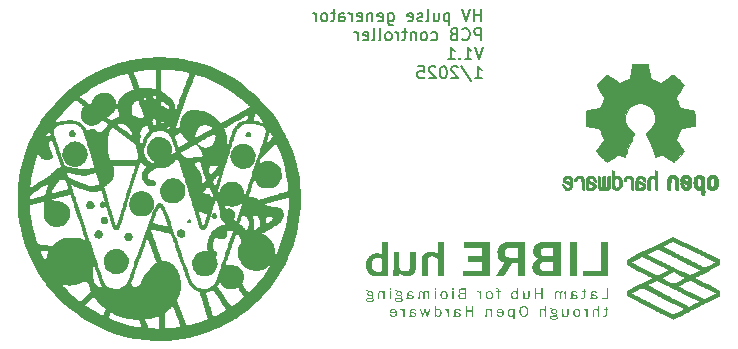
<source format=gbo>
G04 #@! TF.GenerationSoftware,KiCad,Pcbnew,8.0.3-8.0.3-0~ubuntu20.04.1*
G04 #@! TF.CreationDate,2025-01-28T06:04:02-03:00*
G04 #@! TF.ProjectId,hv_pulse_controller,68765f70-756c-4736-955f-636f6e74726f,rev?*
G04 #@! TF.SameCoordinates,Original*
G04 #@! TF.FileFunction,Legend,Bot*
G04 #@! TF.FilePolarity,Positive*
%FSLAX46Y46*%
G04 Gerber Fmt 4.6, Leading zero omitted, Abs format (unit mm)*
G04 Created by KiCad (PCBNEW 8.0.3-8.0.3-0~ubuntu20.04.1) date 2025-01-28 06:04:02*
%MOMM*%
%LPD*%
G01*
G04 APERTURE LIST*
G04 Aperture macros list*
%AMRoundRect*
0 Rectangle with rounded corners*
0 $1 Rounding radius*
0 $2 $3 $4 $5 $6 $7 $8 $9 X,Y pos of 4 corners*
0 Add a 4 corners polygon primitive as box body*
4,1,4,$2,$3,$4,$5,$6,$7,$8,$9,$2,$3,0*
0 Add four circle primitives for the rounded corners*
1,1,$1+$1,$2,$3*
1,1,$1+$1,$4,$5*
1,1,$1+$1,$6,$7*
1,1,$1+$1,$8,$9*
0 Add four rect primitives between the rounded corners*
20,1,$1+$1,$2,$3,$4,$5,0*
20,1,$1+$1,$4,$5,$6,$7,0*
20,1,$1+$1,$6,$7,$8,$9,0*
20,1,$1+$1,$8,$9,$2,$3,0*%
G04 Aperture macros list end*
%ADD10C,0.200000*%
%ADD11C,0.010000*%
%ADD12C,0.000000*%
%ADD13R,1.700000X1.700000*%
%ADD14O,1.700000X1.700000*%
%ADD15RoundRect,0.250000X-1.800000X1.330000X-1.800000X-1.330000X1.800000X-1.330000X1.800000X1.330000X0*%
%ADD16O,4.100000X3.160000*%
%ADD17O,2.000000X4.000000*%
%ADD18RoundRect,0.250000X-0.600000X-0.750000X0.600000X-0.750000X0.600000X0.750000X-0.600000X0.750000X0*%
%ADD19O,1.700000X2.000000*%
%ADD20R,2.000000X1.200000*%
%ADD21O,2.000000X1.200000*%
G04 APERTURE END LIST*
D10*
X142430326Y-71837387D02*
X142430326Y-70837387D01*
X142430326Y-71313577D02*
X141858898Y-71313577D01*
X141858898Y-71837387D02*
X141858898Y-70837387D01*
X141525564Y-70837387D02*
X141192231Y-71837387D01*
X141192231Y-71837387D02*
X140858898Y-70837387D01*
X139763659Y-71170720D02*
X139763659Y-72170720D01*
X139763659Y-71218339D02*
X139668421Y-71170720D01*
X139668421Y-71170720D02*
X139477945Y-71170720D01*
X139477945Y-71170720D02*
X139382707Y-71218339D01*
X139382707Y-71218339D02*
X139335088Y-71265958D01*
X139335088Y-71265958D02*
X139287469Y-71361196D01*
X139287469Y-71361196D02*
X139287469Y-71646910D01*
X139287469Y-71646910D02*
X139335088Y-71742148D01*
X139335088Y-71742148D02*
X139382707Y-71789768D01*
X139382707Y-71789768D02*
X139477945Y-71837387D01*
X139477945Y-71837387D02*
X139668421Y-71837387D01*
X139668421Y-71837387D02*
X139763659Y-71789768D01*
X138430326Y-71170720D02*
X138430326Y-71837387D01*
X138858897Y-71170720D02*
X138858897Y-71694529D01*
X138858897Y-71694529D02*
X138811278Y-71789768D01*
X138811278Y-71789768D02*
X138716040Y-71837387D01*
X138716040Y-71837387D02*
X138573183Y-71837387D01*
X138573183Y-71837387D02*
X138477945Y-71789768D01*
X138477945Y-71789768D02*
X138430326Y-71742148D01*
X137811278Y-71837387D02*
X137906516Y-71789768D01*
X137906516Y-71789768D02*
X137954135Y-71694529D01*
X137954135Y-71694529D02*
X137954135Y-70837387D01*
X137477944Y-71789768D02*
X137382706Y-71837387D01*
X137382706Y-71837387D02*
X137192230Y-71837387D01*
X137192230Y-71837387D02*
X137096992Y-71789768D01*
X137096992Y-71789768D02*
X137049373Y-71694529D01*
X137049373Y-71694529D02*
X137049373Y-71646910D01*
X137049373Y-71646910D02*
X137096992Y-71551672D01*
X137096992Y-71551672D02*
X137192230Y-71504053D01*
X137192230Y-71504053D02*
X137335087Y-71504053D01*
X137335087Y-71504053D02*
X137430325Y-71456434D01*
X137430325Y-71456434D02*
X137477944Y-71361196D01*
X137477944Y-71361196D02*
X137477944Y-71313577D01*
X137477944Y-71313577D02*
X137430325Y-71218339D01*
X137430325Y-71218339D02*
X137335087Y-71170720D01*
X137335087Y-71170720D02*
X137192230Y-71170720D01*
X137192230Y-71170720D02*
X137096992Y-71218339D01*
X136239849Y-71789768D02*
X136335087Y-71837387D01*
X136335087Y-71837387D02*
X136525563Y-71837387D01*
X136525563Y-71837387D02*
X136620801Y-71789768D01*
X136620801Y-71789768D02*
X136668420Y-71694529D01*
X136668420Y-71694529D02*
X136668420Y-71313577D01*
X136668420Y-71313577D02*
X136620801Y-71218339D01*
X136620801Y-71218339D02*
X136525563Y-71170720D01*
X136525563Y-71170720D02*
X136335087Y-71170720D01*
X136335087Y-71170720D02*
X136239849Y-71218339D01*
X136239849Y-71218339D02*
X136192230Y-71313577D01*
X136192230Y-71313577D02*
X136192230Y-71408815D01*
X136192230Y-71408815D02*
X136668420Y-71504053D01*
X134573182Y-71170720D02*
X134573182Y-71980244D01*
X134573182Y-71980244D02*
X134620801Y-72075482D01*
X134620801Y-72075482D02*
X134668420Y-72123101D01*
X134668420Y-72123101D02*
X134763658Y-72170720D01*
X134763658Y-72170720D02*
X134906515Y-72170720D01*
X134906515Y-72170720D02*
X135001753Y-72123101D01*
X134573182Y-71789768D02*
X134668420Y-71837387D01*
X134668420Y-71837387D02*
X134858896Y-71837387D01*
X134858896Y-71837387D02*
X134954134Y-71789768D01*
X134954134Y-71789768D02*
X135001753Y-71742148D01*
X135001753Y-71742148D02*
X135049372Y-71646910D01*
X135049372Y-71646910D02*
X135049372Y-71361196D01*
X135049372Y-71361196D02*
X135001753Y-71265958D01*
X135001753Y-71265958D02*
X134954134Y-71218339D01*
X134954134Y-71218339D02*
X134858896Y-71170720D01*
X134858896Y-71170720D02*
X134668420Y-71170720D01*
X134668420Y-71170720D02*
X134573182Y-71218339D01*
X133716039Y-71789768D02*
X133811277Y-71837387D01*
X133811277Y-71837387D02*
X134001753Y-71837387D01*
X134001753Y-71837387D02*
X134096991Y-71789768D01*
X134096991Y-71789768D02*
X134144610Y-71694529D01*
X134144610Y-71694529D02*
X134144610Y-71313577D01*
X134144610Y-71313577D02*
X134096991Y-71218339D01*
X134096991Y-71218339D02*
X134001753Y-71170720D01*
X134001753Y-71170720D02*
X133811277Y-71170720D01*
X133811277Y-71170720D02*
X133716039Y-71218339D01*
X133716039Y-71218339D02*
X133668420Y-71313577D01*
X133668420Y-71313577D02*
X133668420Y-71408815D01*
X133668420Y-71408815D02*
X134144610Y-71504053D01*
X133239848Y-71170720D02*
X133239848Y-71837387D01*
X133239848Y-71265958D02*
X133192229Y-71218339D01*
X133192229Y-71218339D02*
X133096991Y-71170720D01*
X133096991Y-71170720D02*
X132954134Y-71170720D01*
X132954134Y-71170720D02*
X132858896Y-71218339D01*
X132858896Y-71218339D02*
X132811277Y-71313577D01*
X132811277Y-71313577D02*
X132811277Y-71837387D01*
X131954134Y-71789768D02*
X132049372Y-71837387D01*
X132049372Y-71837387D02*
X132239848Y-71837387D01*
X132239848Y-71837387D02*
X132335086Y-71789768D01*
X132335086Y-71789768D02*
X132382705Y-71694529D01*
X132382705Y-71694529D02*
X132382705Y-71313577D01*
X132382705Y-71313577D02*
X132335086Y-71218339D01*
X132335086Y-71218339D02*
X132239848Y-71170720D01*
X132239848Y-71170720D02*
X132049372Y-71170720D01*
X132049372Y-71170720D02*
X131954134Y-71218339D01*
X131954134Y-71218339D02*
X131906515Y-71313577D01*
X131906515Y-71313577D02*
X131906515Y-71408815D01*
X131906515Y-71408815D02*
X132382705Y-71504053D01*
X131477943Y-71837387D02*
X131477943Y-71170720D01*
X131477943Y-71361196D02*
X131430324Y-71265958D01*
X131430324Y-71265958D02*
X131382705Y-71218339D01*
X131382705Y-71218339D02*
X131287467Y-71170720D01*
X131287467Y-71170720D02*
X131192229Y-71170720D01*
X130430324Y-71837387D02*
X130430324Y-71313577D01*
X130430324Y-71313577D02*
X130477943Y-71218339D01*
X130477943Y-71218339D02*
X130573181Y-71170720D01*
X130573181Y-71170720D02*
X130763657Y-71170720D01*
X130763657Y-71170720D02*
X130858895Y-71218339D01*
X130430324Y-71789768D02*
X130525562Y-71837387D01*
X130525562Y-71837387D02*
X130763657Y-71837387D01*
X130763657Y-71837387D02*
X130858895Y-71789768D01*
X130858895Y-71789768D02*
X130906514Y-71694529D01*
X130906514Y-71694529D02*
X130906514Y-71599291D01*
X130906514Y-71599291D02*
X130858895Y-71504053D01*
X130858895Y-71504053D02*
X130763657Y-71456434D01*
X130763657Y-71456434D02*
X130525562Y-71456434D01*
X130525562Y-71456434D02*
X130430324Y-71408815D01*
X130096990Y-71170720D02*
X129716038Y-71170720D01*
X129954133Y-70837387D02*
X129954133Y-71694529D01*
X129954133Y-71694529D02*
X129906514Y-71789768D01*
X129906514Y-71789768D02*
X129811276Y-71837387D01*
X129811276Y-71837387D02*
X129716038Y-71837387D01*
X129239847Y-71837387D02*
X129335085Y-71789768D01*
X129335085Y-71789768D02*
X129382704Y-71742148D01*
X129382704Y-71742148D02*
X129430323Y-71646910D01*
X129430323Y-71646910D02*
X129430323Y-71361196D01*
X129430323Y-71361196D02*
X129382704Y-71265958D01*
X129382704Y-71265958D02*
X129335085Y-71218339D01*
X129335085Y-71218339D02*
X129239847Y-71170720D01*
X129239847Y-71170720D02*
X129096990Y-71170720D01*
X129096990Y-71170720D02*
X129001752Y-71218339D01*
X129001752Y-71218339D02*
X128954133Y-71265958D01*
X128954133Y-71265958D02*
X128906514Y-71361196D01*
X128906514Y-71361196D02*
X128906514Y-71646910D01*
X128906514Y-71646910D02*
X128954133Y-71742148D01*
X128954133Y-71742148D02*
X129001752Y-71789768D01*
X129001752Y-71789768D02*
X129096990Y-71837387D01*
X129096990Y-71837387D02*
X129239847Y-71837387D01*
X128477942Y-71837387D02*
X128477942Y-71170720D01*
X128477942Y-71361196D02*
X128430323Y-71265958D01*
X128430323Y-71265958D02*
X128382704Y-71218339D01*
X128382704Y-71218339D02*
X128287466Y-71170720D01*
X128287466Y-71170720D02*
X128192228Y-71170720D01*
X142430326Y-73447331D02*
X142430326Y-72447331D01*
X142430326Y-72447331D02*
X142049374Y-72447331D01*
X142049374Y-72447331D02*
X141954136Y-72494950D01*
X141954136Y-72494950D02*
X141906517Y-72542569D01*
X141906517Y-72542569D02*
X141858898Y-72637807D01*
X141858898Y-72637807D02*
X141858898Y-72780664D01*
X141858898Y-72780664D02*
X141906517Y-72875902D01*
X141906517Y-72875902D02*
X141954136Y-72923521D01*
X141954136Y-72923521D02*
X142049374Y-72971140D01*
X142049374Y-72971140D02*
X142430326Y-72971140D01*
X140858898Y-73352092D02*
X140906517Y-73399712D01*
X140906517Y-73399712D02*
X141049374Y-73447331D01*
X141049374Y-73447331D02*
X141144612Y-73447331D01*
X141144612Y-73447331D02*
X141287469Y-73399712D01*
X141287469Y-73399712D02*
X141382707Y-73304473D01*
X141382707Y-73304473D02*
X141430326Y-73209235D01*
X141430326Y-73209235D02*
X141477945Y-73018759D01*
X141477945Y-73018759D02*
X141477945Y-72875902D01*
X141477945Y-72875902D02*
X141430326Y-72685426D01*
X141430326Y-72685426D02*
X141382707Y-72590188D01*
X141382707Y-72590188D02*
X141287469Y-72494950D01*
X141287469Y-72494950D02*
X141144612Y-72447331D01*
X141144612Y-72447331D02*
X141049374Y-72447331D01*
X141049374Y-72447331D02*
X140906517Y-72494950D01*
X140906517Y-72494950D02*
X140858898Y-72542569D01*
X140096993Y-72923521D02*
X139954136Y-72971140D01*
X139954136Y-72971140D02*
X139906517Y-73018759D01*
X139906517Y-73018759D02*
X139858898Y-73113997D01*
X139858898Y-73113997D02*
X139858898Y-73256854D01*
X139858898Y-73256854D02*
X139906517Y-73352092D01*
X139906517Y-73352092D02*
X139954136Y-73399712D01*
X139954136Y-73399712D02*
X140049374Y-73447331D01*
X140049374Y-73447331D02*
X140430326Y-73447331D01*
X140430326Y-73447331D02*
X140430326Y-72447331D01*
X140430326Y-72447331D02*
X140096993Y-72447331D01*
X140096993Y-72447331D02*
X140001755Y-72494950D01*
X140001755Y-72494950D02*
X139954136Y-72542569D01*
X139954136Y-72542569D02*
X139906517Y-72637807D01*
X139906517Y-72637807D02*
X139906517Y-72733045D01*
X139906517Y-72733045D02*
X139954136Y-72828283D01*
X139954136Y-72828283D02*
X140001755Y-72875902D01*
X140001755Y-72875902D02*
X140096993Y-72923521D01*
X140096993Y-72923521D02*
X140430326Y-72923521D01*
X138239850Y-73399712D02*
X138335088Y-73447331D01*
X138335088Y-73447331D02*
X138525564Y-73447331D01*
X138525564Y-73447331D02*
X138620802Y-73399712D01*
X138620802Y-73399712D02*
X138668421Y-73352092D01*
X138668421Y-73352092D02*
X138716040Y-73256854D01*
X138716040Y-73256854D02*
X138716040Y-72971140D01*
X138716040Y-72971140D02*
X138668421Y-72875902D01*
X138668421Y-72875902D02*
X138620802Y-72828283D01*
X138620802Y-72828283D02*
X138525564Y-72780664D01*
X138525564Y-72780664D02*
X138335088Y-72780664D01*
X138335088Y-72780664D02*
X138239850Y-72828283D01*
X137668421Y-73447331D02*
X137763659Y-73399712D01*
X137763659Y-73399712D02*
X137811278Y-73352092D01*
X137811278Y-73352092D02*
X137858897Y-73256854D01*
X137858897Y-73256854D02*
X137858897Y-72971140D01*
X137858897Y-72971140D02*
X137811278Y-72875902D01*
X137811278Y-72875902D02*
X137763659Y-72828283D01*
X137763659Y-72828283D02*
X137668421Y-72780664D01*
X137668421Y-72780664D02*
X137525564Y-72780664D01*
X137525564Y-72780664D02*
X137430326Y-72828283D01*
X137430326Y-72828283D02*
X137382707Y-72875902D01*
X137382707Y-72875902D02*
X137335088Y-72971140D01*
X137335088Y-72971140D02*
X137335088Y-73256854D01*
X137335088Y-73256854D02*
X137382707Y-73352092D01*
X137382707Y-73352092D02*
X137430326Y-73399712D01*
X137430326Y-73399712D02*
X137525564Y-73447331D01*
X137525564Y-73447331D02*
X137668421Y-73447331D01*
X136906516Y-72780664D02*
X136906516Y-73447331D01*
X136906516Y-72875902D02*
X136858897Y-72828283D01*
X136858897Y-72828283D02*
X136763659Y-72780664D01*
X136763659Y-72780664D02*
X136620802Y-72780664D01*
X136620802Y-72780664D02*
X136525564Y-72828283D01*
X136525564Y-72828283D02*
X136477945Y-72923521D01*
X136477945Y-72923521D02*
X136477945Y-73447331D01*
X136144611Y-72780664D02*
X135763659Y-72780664D01*
X136001754Y-72447331D02*
X136001754Y-73304473D01*
X136001754Y-73304473D02*
X135954135Y-73399712D01*
X135954135Y-73399712D02*
X135858897Y-73447331D01*
X135858897Y-73447331D02*
X135763659Y-73447331D01*
X135430325Y-73447331D02*
X135430325Y-72780664D01*
X135430325Y-72971140D02*
X135382706Y-72875902D01*
X135382706Y-72875902D02*
X135335087Y-72828283D01*
X135335087Y-72828283D02*
X135239849Y-72780664D01*
X135239849Y-72780664D02*
X135144611Y-72780664D01*
X134668420Y-73447331D02*
X134763658Y-73399712D01*
X134763658Y-73399712D02*
X134811277Y-73352092D01*
X134811277Y-73352092D02*
X134858896Y-73256854D01*
X134858896Y-73256854D02*
X134858896Y-72971140D01*
X134858896Y-72971140D02*
X134811277Y-72875902D01*
X134811277Y-72875902D02*
X134763658Y-72828283D01*
X134763658Y-72828283D02*
X134668420Y-72780664D01*
X134668420Y-72780664D02*
X134525563Y-72780664D01*
X134525563Y-72780664D02*
X134430325Y-72828283D01*
X134430325Y-72828283D02*
X134382706Y-72875902D01*
X134382706Y-72875902D02*
X134335087Y-72971140D01*
X134335087Y-72971140D02*
X134335087Y-73256854D01*
X134335087Y-73256854D02*
X134382706Y-73352092D01*
X134382706Y-73352092D02*
X134430325Y-73399712D01*
X134430325Y-73399712D02*
X134525563Y-73447331D01*
X134525563Y-73447331D02*
X134668420Y-73447331D01*
X133763658Y-73447331D02*
X133858896Y-73399712D01*
X133858896Y-73399712D02*
X133906515Y-73304473D01*
X133906515Y-73304473D02*
X133906515Y-72447331D01*
X133239848Y-73447331D02*
X133335086Y-73399712D01*
X133335086Y-73399712D02*
X133382705Y-73304473D01*
X133382705Y-73304473D02*
X133382705Y-72447331D01*
X132477943Y-73399712D02*
X132573181Y-73447331D01*
X132573181Y-73447331D02*
X132763657Y-73447331D01*
X132763657Y-73447331D02*
X132858895Y-73399712D01*
X132858895Y-73399712D02*
X132906514Y-73304473D01*
X132906514Y-73304473D02*
X132906514Y-72923521D01*
X132906514Y-72923521D02*
X132858895Y-72828283D01*
X132858895Y-72828283D02*
X132763657Y-72780664D01*
X132763657Y-72780664D02*
X132573181Y-72780664D01*
X132573181Y-72780664D02*
X132477943Y-72828283D01*
X132477943Y-72828283D02*
X132430324Y-72923521D01*
X132430324Y-72923521D02*
X132430324Y-73018759D01*
X132430324Y-73018759D02*
X132906514Y-73113997D01*
X132001752Y-73447331D02*
X132001752Y-72780664D01*
X132001752Y-72971140D02*
X131954133Y-72875902D01*
X131954133Y-72875902D02*
X131906514Y-72828283D01*
X131906514Y-72828283D02*
X131811276Y-72780664D01*
X131811276Y-72780664D02*
X131716038Y-72780664D01*
X142573183Y-74057275D02*
X142239850Y-75057275D01*
X142239850Y-75057275D02*
X141906517Y-74057275D01*
X141049374Y-75057275D02*
X141620802Y-75057275D01*
X141335088Y-75057275D02*
X141335088Y-74057275D01*
X141335088Y-74057275D02*
X141430326Y-74200132D01*
X141430326Y-74200132D02*
X141525564Y-74295370D01*
X141525564Y-74295370D02*
X141620802Y-74342989D01*
X140620802Y-74962036D02*
X140573183Y-75009656D01*
X140573183Y-75009656D02*
X140620802Y-75057275D01*
X140620802Y-75057275D02*
X140668421Y-75009656D01*
X140668421Y-75009656D02*
X140620802Y-74962036D01*
X140620802Y-74962036D02*
X140620802Y-75057275D01*
X139620803Y-75057275D02*
X140192231Y-75057275D01*
X139906517Y-75057275D02*
X139906517Y-74057275D01*
X139906517Y-74057275D02*
X140001755Y-74200132D01*
X140001755Y-74200132D02*
X140096993Y-74295370D01*
X140096993Y-74295370D02*
X140192231Y-74342989D01*
X141906517Y-76667219D02*
X142477945Y-76667219D01*
X142192231Y-76667219D02*
X142192231Y-75667219D01*
X142192231Y-75667219D02*
X142287469Y-75810076D01*
X142287469Y-75810076D02*
X142382707Y-75905314D01*
X142382707Y-75905314D02*
X142477945Y-75952933D01*
X140763660Y-75619600D02*
X141620802Y-76905314D01*
X140477945Y-75762457D02*
X140430326Y-75714838D01*
X140430326Y-75714838D02*
X140335088Y-75667219D01*
X140335088Y-75667219D02*
X140096993Y-75667219D01*
X140096993Y-75667219D02*
X140001755Y-75714838D01*
X140001755Y-75714838D02*
X139954136Y-75762457D01*
X139954136Y-75762457D02*
X139906517Y-75857695D01*
X139906517Y-75857695D02*
X139906517Y-75952933D01*
X139906517Y-75952933D02*
X139954136Y-76095790D01*
X139954136Y-76095790D02*
X140525564Y-76667219D01*
X140525564Y-76667219D02*
X139906517Y-76667219D01*
X139287469Y-75667219D02*
X139192231Y-75667219D01*
X139192231Y-75667219D02*
X139096993Y-75714838D01*
X139096993Y-75714838D02*
X139049374Y-75762457D01*
X139049374Y-75762457D02*
X139001755Y-75857695D01*
X139001755Y-75857695D02*
X138954136Y-76048171D01*
X138954136Y-76048171D02*
X138954136Y-76286266D01*
X138954136Y-76286266D02*
X139001755Y-76476742D01*
X139001755Y-76476742D02*
X139049374Y-76571980D01*
X139049374Y-76571980D02*
X139096993Y-76619600D01*
X139096993Y-76619600D02*
X139192231Y-76667219D01*
X139192231Y-76667219D02*
X139287469Y-76667219D01*
X139287469Y-76667219D02*
X139382707Y-76619600D01*
X139382707Y-76619600D02*
X139430326Y-76571980D01*
X139430326Y-76571980D02*
X139477945Y-76476742D01*
X139477945Y-76476742D02*
X139525564Y-76286266D01*
X139525564Y-76286266D02*
X139525564Y-76048171D01*
X139525564Y-76048171D02*
X139477945Y-75857695D01*
X139477945Y-75857695D02*
X139430326Y-75762457D01*
X139430326Y-75762457D02*
X139382707Y-75714838D01*
X139382707Y-75714838D02*
X139287469Y-75667219D01*
X138573183Y-75762457D02*
X138525564Y-75714838D01*
X138525564Y-75714838D02*
X138430326Y-75667219D01*
X138430326Y-75667219D02*
X138192231Y-75667219D01*
X138192231Y-75667219D02*
X138096993Y-75714838D01*
X138096993Y-75714838D02*
X138049374Y-75762457D01*
X138049374Y-75762457D02*
X138001755Y-75857695D01*
X138001755Y-75857695D02*
X138001755Y-75952933D01*
X138001755Y-75952933D02*
X138049374Y-76095790D01*
X138049374Y-76095790D02*
X138620802Y-76667219D01*
X138620802Y-76667219D02*
X138001755Y-76667219D01*
X137096993Y-75667219D02*
X137573183Y-75667219D01*
X137573183Y-75667219D02*
X137620802Y-76143409D01*
X137620802Y-76143409D02*
X137573183Y-76095790D01*
X137573183Y-76095790D02*
X137477945Y-76048171D01*
X137477945Y-76048171D02*
X137239850Y-76048171D01*
X137239850Y-76048171D02*
X137144612Y-76095790D01*
X137144612Y-76095790D02*
X137096993Y-76143409D01*
X137096993Y-76143409D02*
X137049374Y-76238647D01*
X137049374Y-76238647D02*
X137049374Y-76476742D01*
X137049374Y-76476742D02*
X137096993Y-76571980D01*
X137096993Y-76571980D02*
X137144612Y-76619600D01*
X137144612Y-76619600D02*
X137239850Y-76667219D01*
X137239850Y-76667219D02*
X137477945Y-76667219D01*
X137477945Y-76667219D02*
X137573183Y-76619600D01*
X137573183Y-76619600D02*
X137620802Y-76571980D01*
D11*
X150836725Y-84924619D02*
X150957261Y-84969393D01*
X151007388Y-85003034D01*
X151058152Y-85051236D01*
X151094362Y-85112551D01*
X151118393Y-85196024D01*
X151132618Y-85310697D01*
X151139412Y-85465613D01*
X151141149Y-85669814D01*
X151140809Y-85775341D01*
X151139101Y-85919541D01*
X151136201Y-86034620D01*
X151132384Y-86110822D01*
X151127925Y-86138391D01*
X151098909Y-86129272D01*
X151040339Y-86104509D01*
X151038581Y-86103707D01*
X151008167Y-86087785D01*
X150987712Y-86065938D01*
X150975240Y-86027672D01*
X150968777Y-85962495D01*
X150966348Y-85859913D01*
X150965977Y-85709433D01*
X150965229Y-85613974D01*
X150957256Y-85434571D01*
X150938998Y-85303163D01*
X150908526Y-85212859D01*
X150863912Y-85156767D01*
X150803226Y-85127994D01*
X150794807Y-85125989D01*
X150681139Y-85124423D01*
X150592492Y-85175348D01*
X150531265Y-85277445D01*
X150520346Y-85306961D01*
X150495458Y-85372283D01*
X150482854Y-85402300D01*
X150456969Y-85398164D01*
X150400439Y-85375717D01*
X150347715Y-85338647D01*
X150323678Y-85268587D01*
X150330847Y-85218406D01*
X150374897Y-85116618D01*
X150446123Y-85021235D01*
X150529415Y-84955269D01*
X150564310Y-84940018D01*
X150696443Y-84914521D01*
X150836725Y-84924619D01*
G36*
X150836725Y-84924619D02*
G01*
X150957261Y-84969393D01*
X151007388Y-85003034D01*
X151058152Y-85051236D01*
X151094362Y-85112551D01*
X151118393Y-85196024D01*
X151132618Y-85310697D01*
X151139412Y-85465613D01*
X151141149Y-85669814D01*
X151140809Y-85775341D01*
X151139101Y-85919541D01*
X151136201Y-86034620D01*
X151132384Y-86110822D01*
X151127925Y-86138391D01*
X151098909Y-86129272D01*
X151040339Y-86104509D01*
X151038581Y-86103707D01*
X151008167Y-86087785D01*
X150987712Y-86065938D01*
X150975240Y-86027672D01*
X150968777Y-85962495D01*
X150966348Y-85859913D01*
X150965977Y-85709433D01*
X150965229Y-85613974D01*
X150957256Y-85434571D01*
X150938998Y-85303163D01*
X150908526Y-85212859D01*
X150863912Y-85156767D01*
X150803226Y-85127994D01*
X150794807Y-85125989D01*
X150681139Y-85124423D01*
X150592492Y-85175348D01*
X150531265Y-85277445D01*
X150520346Y-85306961D01*
X150495458Y-85372283D01*
X150482854Y-85402300D01*
X150456969Y-85398164D01*
X150400439Y-85375717D01*
X150347715Y-85338647D01*
X150323678Y-85268587D01*
X150330847Y-85218406D01*
X150374897Y-85116618D01*
X150446123Y-85021235D01*
X150529415Y-84955269D01*
X150564310Y-84940018D01*
X150696443Y-84914521D01*
X150836725Y-84924619D01*
G37*
X158778487Y-84857689D02*
X158914848Y-84921770D01*
X159026598Y-85032584D01*
X159049761Y-85067273D01*
X159068973Y-85106590D01*
X159082598Y-85156145D01*
X159091877Y-85225568D01*
X159098050Y-85324490D01*
X159102357Y-85462539D01*
X159106038Y-85649346D01*
X159115180Y-86167542D01*
X159038383Y-86138344D01*
X158968068Y-86111520D01*
X158915424Y-86085706D01*
X158881060Y-86052431D01*
X158861093Y-86001510D01*
X158851639Y-85922761D01*
X158848814Y-85805999D01*
X158848736Y-85641042D01*
X158848336Y-85509558D01*
X158845951Y-85383394D01*
X158840259Y-85297223D01*
X158829961Y-85240672D01*
X158813755Y-85203370D01*
X158790345Y-85174943D01*
X158732793Y-85134827D01*
X158636112Y-85119706D01*
X158540465Y-85157917D01*
X158534152Y-85162810D01*
X158514477Y-85185413D01*
X158499963Y-85221664D01*
X158489394Y-85280511D01*
X158481555Y-85370901D01*
X158475227Y-85501779D01*
X158469195Y-85682095D01*
X158454598Y-86164907D01*
X158330517Y-86109283D01*
X158206437Y-86053659D01*
X158206437Y-85612851D01*
X158206951Y-85493098D01*
X158211380Y-85326506D01*
X158222594Y-85202468D01*
X158243272Y-85110987D01*
X158276093Y-85042066D01*
X158323736Y-84985707D01*
X158388877Y-84931914D01*
X158482571Y-84877719D01*
X158630175Y-84842339D01*
X158778487Y-84857689D01*
G36*
X158778487Y-84857689D02*
G01*
X158914848Y-84921770D01*
X159026598Y-85032584D01*
X159049761Y-85067273D01*
X159068973Y-85106590D01*
X159082598Y-85156145D01*
X159091877Y-85225568D01*
X159098050Y-85324490D01*
X159102357Y-85462539D01*
X159106038Y-85649346D01*
X159115180Y-86167542D01*
X159038383Y-86138344D01*
X158968068Y-86111520D01*
X158915424Y-86085706D01*
X158881060Y-86052431D01*
X158861093Y-86001510D01*
X158851639Y-85922761D01*
X158848814Y-85805999D01*
X158848736Y-85641042D01*
X158848336Y-85509558D01*
X158845951Y-85383394D01*
X158840259Y-85297223D01*
X158829961Y-85240672D01*
X158813755Y-85203370D01*
X158790345Y-85174943D01*
X158732793Y-85134827D01*
X158636112Y-85119706D01*
X158540465Y-85157917D01*
X158534152Y-85162810D01*
X158514477Y-85185413D01*
X158499963Y-85221664D01*
X158489394Y-85280511D01*
X158481555Y-85370901D01*
X158475227Y-85501779D01*
X158469195Y-85682095D01*
X158454598Y-86164907D01*
X158330517Y-86109283D01*
X158206437Y-86053659D01*
X158206437Y-85612851D01*
X158206951Y-85493098D01*
X158211380Y-85326506D01*
X158222594Y-85202468D01*
X158243272Y-85110987D01*
X158276093Y-85042066D01*
X158323736Y-84985707D01*
X158388877Y-84931914D01*
X158482571Y-84877719D01*
X158630175Y-84842339D01*
X158778487Y-84857689D01*
G37*
X155110872Y-84955536D02*
X155120090Y-84960638D01*
X155195381Y-85019080D01*
X155262698Y-85094215D01*
X155274439Y-85111196D01*
X155296883Y-85150825D01*
X155312918Y-85197858D01*
X155323945Y-85262492D01*
X155331365Y-85354923D01*
X155336579Y-85485349D01*
X155340989Y-85663965D01*
X155341614Y-85694162D01*
X155343620Y-85889941D01*
X155340792Y-86028603D01*
X155333088Y-86111103D01*
X155320466Y-86138391D01*
X155282267Y-86130220D01*
X155217374Y-86105463D01*
X155202094Y-86098223D01*
X155178227Y-86081835D01*
X155161769Y-86054893D01*
X155151005Y-86007833D01*
X155144219Y-85931088D01*
X155139693Y-85815095D01*
X155135713Y-85650287D01*
X155134622Y-85602112D01*
X155130407Y-85449960D01*
X155124936Y-85343476D01*
X155116554Y-85272565D01*
X155103606Y-85227129D01*
X155084439Y-85197072D01*
X155057398Y-85172296D01*
X154977337Y-85128861D01*
X154878846Y-85120498D01*
X154790719Y-85153734D01*
X154727314Y-85222548D01*
X154702988Y-85320920D01*
X154702311Y-85347658D01*
X154689024Y-85396065D01*
X154649796Y-85403450D01*
X154572983Y-85374624D01*
X154555192Y-85365378D01*
X154507109Y-85311006D01*
X154506157Y-85230161D01*
X154551968Y-85118352D01*
X154593990Y-85057419D01*
X154701435Y-84970859D01*
X154834057Y-84921920D01*
X154975867Y-84915260D01*
X155110872Y-84955536D01*
G36*
X155110872Y-84955536D02*
G01*
X155120090Y-84960638D01*
X155195381Y-85019080D01*
X155262698Y-85094215D01*
X155274439Y-85111196D01*
X155296883Y-85150825D01*
X155312918Y-85197858D01*
X155323945Y-85262492D01*
X155331365Y-85354923D01*
X155336579Y-85485349D01*
X155340989Y-85663965D01*
X155341614Y-85694162D01*
X155343620Y-85889941D01*
X155340792Y-86028603D01*
X155333088Y-86111103D01*
X155320466Y-86138391D01*
X155282267Y-86130220D01*
X155217374Y-86105463D01*
X155202094Y-86098223D01*
X155178227Y-86081835D01*
X155161769Y-86054893D01*
X155151005Y-86007833D01*
X155144219Y-85931088D01*
X155139693Y-85815095D01*
X155135713Y-85650287D01*
X155134622Y-85602112D01*
X155130407Y-85449960D01*
X155124936Y-85343476D01*
X155116554Y-85272565D01*
X155103606Y-85227129D01*
X155084439Y-85197072D01*
X155057398Y-85172296D01*
X154977337Y-85128861D01*
X154878846Y-85120498D01*
X154790719Y-85153734D01*
X154727314Y-85222548D01*
X154702988Y-85320920D01*
X154702311Y-85347658D01*
X154689024Y-85396065D01*
X154649796Y-85403450D01*
X154572983Y-85374624D01*
X154555192Y-85365378D01*
X154507109Y-85311006D01*
X154506157Y-85230161D01*
X154551968Y-85118352D01*
X154593990Y-85057419D01*
X154701435Y-84970859D01*
X154834057Y-84921920D01*
X154975867Y-84915260D01*
X155110872Y-84955536D01*
G37*
X153192410Y-84920970D02*
X153256442Y-84946066D01*
X153330805Y-84979947D01*
X153330805Y-85958727D01*
X153238415Y-86051117D01*
X153217310Y-86071835D01*
X153158847Y-86117885D01*
X153099886Y-86132801D01*
X153012150Y-86125934D01*
X152976429Y-86121494D01*
X152884301Y-86112102D01*
X152819885Y-86108361D01*
X152800778Y-86108933D01*
X152722390Y-86115126D01*
X152627620Y-86125934D01*
X152597298Y-86129647D01*
X152520911Y-86131107D01*
X152465022Y-86108047D01*
X152401355Y-86051117D01*
X152308965Y-85958727D01*
X152308965Y-85435455D01*
X152309685Y-85280821D01*
X152311929Y-85133391D01*
X152315421Y-85016653D01*
X152319876Y-84939840D01*
X152325013Y-84912184D01*
X152326090Y-84912258D01*
X152363407Y-84926019D01*
X152426457Y-84956344D01*
X152511854Y-85000505D01*
X152519893Y-85459965D01*
X152527931Y-85919425D01*
X152703103Y-85919425D01*
X152711092Y-85415805D01*
X152713624Y-85278904D01*
X152717249Y-85132579D01*
X152721177Y-85016411D01*
X152725080Y-84939809D01*
X152728632Y-84912184D01*
X152729653Y-84912281D01*
X152765051Y-84922443D01*
X152830126Y-84944235D01*
X152922069Y-84976287D01*
X152922516Y-85418661D01*
X152922964Y-85495507D01*
X152926069Y-85644834D01*
X152931622Y-85769544D01*
X152939033Y-85858379D01*
X152947714Y-85900083D01*
X152978771Y-85922389D01*
X153042152Y-85929278D01*
X153111839Y-85919425D01*
X153119827Y-85415805D01*
X153122686Y-85287828D01*
X153128614Y-85136348D01*
X153136365Y-85017530D01*
X153145343Y-84939950D01*
X153154948Y-84912184D01*
X153192410Y-84920970D01*
G36*
X153192410Y-84920970D02*
G01*
X153256442Y-84946066D01*
X153330805Y-84979947D01*
X153330805Y-85958727D01*
X153238415Y-86051117D01*
X153217310Y-86071835D01*
X153158847Y-86117885D01*
X153099886Y-86132801D01*
X153012150Y-86125934D01*
X152976429Y-86121494D01*
X152884301Y-86112102D01*
X152819885Y-86108361D01*
X152800778Y-86108933D01*
X152722390Y-86115126D01*
X152627620Y-86125934D01*
X152597298Y-86129647D01*
X152520911Y-86131107D01*
X152465022Y-86108047D01*
X152401355Y-86051117D01*
X152308965Y-85958727D01*
X152308965Y-85435455D01*
X152309685Y-85280821D01*
X152311929Y-85133391D01*
X152315421Y-85016653D01*
X152319876Y-84939840D01*
X152325013Y-84912184D01*
X152326090Y-84912258D01*
X152363407Y-84926019D01*
X152426457Y-84956344D01*
X152511854Y-85000505D01*
X152519893Y-85459965D01*
X152527931Y-85919425D01*
X152703103Y-85919425D01*
X152711092Y-85415805D01*
X152713624Y-85278904D01*
X152717249Y-85132579D01*
X152721177Y-85016411D01*
X152725080Y-84939809D01*
X152728632Y-84912184D01*
X152729653Y-84912281D01*
X152765051Y-84922443D01*
X152830126Y-84944235D01*
X152922069Y-84976287D01*
X152922516Y-85418661D01*
X152922964Y-85495507D01*
X152926069Y-85644834D01*
X152931622Y-85769544D01*
X152939033Y-85858379D01*
X152947714Y-85900083D01*
X152978771Y-85922389D01*
X153042152Y-85929278D01*
X153111839Y-85919425D01*
X153119827Y-85415805D01*
X153122686Y-85287828D01*
X153128614Y-85136348D01*
X153136365Y-85017530D01*
X153145343Y-84939950D01*
X153154948Y-84912184D01*
X153192410Y-84920970D01*
G37*
X157264885Y-84518997D02*
X157359770Y-84559020D01*
X157359770Y-85348706D01*
X157359769Y-85357920D01*
X157359377Y-85565083D01*
X157358329Y-85751432D01*
X157356722Y-85909453D01*
X157354655Y-86031630D01*
X157352225Y-86110448D01*
X157349529Y-86138391D01*
X157348475Y-86138297D01*
X157312647Y-86128144D01*
X157247345Y-86106339D01*
X157155402Y-86074288D01*
X157155402Y-85662991D01*
X157154818Y-85501385D01*
X157152104Y-85384177D01*
X157145858Y-85304415D01*
X157134680Y-85251531D01*
X157117168Y-85214957D01*
X157091922Y-85184123D01*
X157074710Y-85167725D01*
X156981636Y-85122307D01*
X156879051Y-85126328D01*
X156785043Y-85180032D01*
X156771358Y-85193359D01*
X156749439Y-85221032D01*
X156734440Y-85257614D01*
X156725053Y-85313000D01*
X156719968Y-85397088D01*
X156717877Y-85519773D01*
X156717471Y-85690951D01*
X156717276Y-85777769D01*
X156716010Y-85920565D01*
X156713761Y-86034923D01*
X156710758Y-86110860D01*
X156707230Y-86138391D01*
X156706176Y-86138297D01*
X156670348Y-86128144D01*
X156605046Y-86106339D01*
X156513103Y-86074288D01*
X156513149Y-85661109D01*
X156513218Y-85624326D01*
X156517081Y-85432580D01*
X156528950Y-85287586D01*
X156551725Y-85179510D01*
X156588307Y-85098519D01*
X156641595Y-85034778D01*
X156714490Y-84978455D01*
X156785586Y-84943199D01*
X156899255Y-84915946D01*
X157011060Y-84914398D01*
X157097011Y-84940910D01*
X157103473Y-84944571D01*
X157123401Y-84944179D01*
X157137019Y-84913506D01*
X157146846Y-84843188D01*
X157155402Y-84723857D01*
X157170000Y-84478973D01*
X157264885Y-84518997D01*
G36*
X157264885Y-84518997D02*
G01*
X157359770Y-84559020D01*
X157359770Y-85348706D01*
X157359769Y-85357920D01*
X157359377Y-85565083D01*
X157358329Y-85751432D01*
X157356722Y-85909453D01*
X157354655Y-86031630D01*
X157352225Y-86110448D01*
X157349529Y-86138391D01*
X157348475Y-86138297D01*
X157312647Y-86128144D01*
X157247345Y-86106339D01*
X157155402Y-86074288D01*
X157155402Y-85662991D01*
X157154818Y-85501385D01*
X157152104Y-85384177D01*
X157145858Y-85304415D01*
X157134680Y-85251531D01*
X157117168Y-85214957D01*
X157091922Y-85184123D01*
X157074710Y-85167725D01*
X156981636Y-85122307D01*
X156879051Y-85126328D01*
X156785043Y-85180032D01*
X156771358Y-85193359D01*
X156749439Y-85221032D01*
X156734440Y-85257614D01*
X156725053Y-85313000D01*
X156719968Y-85397088D01*
X156717877Y-85519773D01*
X156717471Y-85690951D01*
X156717276Y-85777769D01*
X156716010Y-85920565D01*
X156713761Y-86034923D01*
X156710758Y-86110860D01*
X156707230Y-86138391D01*
X156706176Y-86138297D01*
X156670348Y-86128144D01*
X156605046Y-86106339D01*
X156513103Y-86074288D01*
X156513149Y-85661109D01*
X156513218Y-85624326D01*
X156517081Y-85432580D01*
X156528950Y-85287586D01*
X156551725Y-85179510D01*
X156588307Y-85098519D01*
X156641595Y-85034778D01*
X156714490Y-84978455D01*
X156785586Y-84943199D01*
X156899255Y-84915946D01*
X157011060Y-84914398D01*
X157097011Y-84940910D01*
X157103473Y-84944571D01*
X157123401Y-84944179D01*
X157137019Y-84913506D01*
X157146846Y-84843188D01*
X157155402Y-84723857D01*
X157170000Y-84478973D01*
X157264885Y-84518997D01*
G37*
X162468965Y-85496092D02*
X162468938Y-85527744D01*
X162467355Y-85668918D01*
X162461916Y-85767285D01*
X162450643Y-85835990D01*
X162431561Y-85888181D01*
X162402694Y-85937004D01*
X162395592Y-85947135D01*
X162320444Y-86027012D01*
X162234820Y-86087253D01*
X162190852Y-86106802D01*
X162032861Y-86139408D01*
X161876613Y-86118317D01*
X161732618Y-86046249D01*
X161611385Y-85925922D01*
X161601150Y-85909803D01*
X161567847Y-85816205D01*
X161545405Y-85685879D01*
X161534516Y-85535371D01*
X161535740Y-85396147D01*
X161830384Y-85396147D01*
X161832706Y-85589020D01*
X161833639Y-85601433D01*
X161847242Y-85707857D01*
X161871465Y-85775346D01*
X161912365Y-85821584D01*
X161980941Y-85864895D01*
X162048764Y-85867172D01*
X162118621Y-85817241D01*
X162130771Y-85804102D01*
X162154575Y-85764785D01*
X162168628Y-85707674D01*
X162175313Y-85619256D01*
X162177011Y-85486019D01*
X162174101Y-85361222D01*
X162159582Y-85242326D01*
X162129610Y-85167184D01*
X162080589Y-85127893D01*
X162008924Y-85116552D01*
X161981632Y-85118807D01*
X161905176Y-85160160D01*
X161854650Y-85252900D01*
X161830384Y-85396147D01*
X161535740Y-85396147D01*
X161535871Y-85381227D01*
X161550161Y-85239992D01*
X161578075Y-85128213D01*
X161613949Y-85053766D01*
X161714939Y-84937968D01*
X161851779Y-84866015D01*
X162019283Y-84841281D01*
X162064019Y-84842619D01*
X162195758Y-84870008D01*
X162303968Y-84939007D01*
X162403276Y-85057864D01*
X162409184Y-85066681D01*
X162435921Y-85114108D01*
X162453312Y-85167714D01*
X162463312Y-85240549D01*
X162467878Y-85345659D01*
X162468893Y-85486019D01*
X162468965Y-85496092D01*
G36*
X162468965Y-85496092D02*
G01*
X162468938Y-85527744D01*
X162467355Y-85668918D01*
X162461916Y-85767285D01*
X162450643Y-85835990D01*
X162431561Y-85888181D01*
X162402694Y-85937004D01*
X162395592Y-85947135D01*
X162320444Y-86027012D01*
X162234820Y-86087253D01*
X162190852Y-86106802D01*
X162032861Y-86139408D01*
X161876613Y-86118317D01*
X161732618Y-86046249D01*
X161611385Y-85925922D01*
X161601150Y-85909803D01*
X161567847Y-85816205D01*
X161545405Y-85685879D01*
X161534516Y-85535371D01*
X161535740Y-85396147D01*
X161830384Y-85396147D01*
X161832706Y-85589020D01*
X161833639Y-85601433D01*
X161847242Y-85707857D01*
X161871465Y-85775346D01*
X161912365Y-85821584D01*
X161980941Y-85864895D01*
X162048764Y-85867172D01*
X162118621Y-85817241D01*
X162130771Y-85804102D01*
X162154575Y-85764785D01*
X162168628Y-85707674D01*
X162175313Y-85619256D01*
X162177011Y-85486019D01*
X162174101Y-85361222D01*
X162159582Y-85242326D01*
X162129610Y-85167184D01*
X162080589Y-85127893D01*
X162008924Y-85116552D01*
X161981632Y-85118807D01*
X161905176Y-85160160D01*
X161854650Y-85252900D01*
X161830384Y-85396147D01*
X161535740Y-85396147D01*
X161535871Y-85381227D01*
X161550161Y-85239992D01*
X161578075Y-85128213D01*
X161613949Y-85053766D01*
X161714939Y-84937968D01*
X161851779Y-84866015D01*
X162019283Y-84841281D01*
X162064019Y-84842619D01*
X162195758Y-84870008D01*
X162303968Y-84939007D01*
X162403276Y-85057864D01*
X162409184Y-85066681D01*
X162435921Y-85114108D01*
X162453312Y-85167714D01*
X162463312Y-85240549D01*
X162467878Y-85345659D01*
X162468893Y-85486019D01*
X162468965Y-85496092D01*
G37*
X150148313Y-85531136D02*
X150147744Y-85608946D01*
X150140612Y-85762254D01*
X150121948Y-85874441D01*
X150087537Y-85957554D01*
X150033162Y-86023641D01*
X149954610Y-86084747D01*
X149904630Y-86112535D01*
X149824513Y-86131251D01*
X149711970Y-86129774D01*
X149649050Y-86123845D01*
X149573153Y-86105742D01*
X149512487Y-86066391D01*
X149441912Y-85993066D01*
X149432482Y-85982356D01*
X149369034Y-85899938D01*
X149338762Y-85828156D01*
X149331034Y-85743034D01*
X149331034Y-85617946D01*
X149418447Y-85650940D01*
X149482175Y-85689509D01*
X149537567Y-85780008D01*
X149549131Y-85808983D01*
X149613788Y-85891041D01*
X149701804Y-85932347D01*
X149797637Y-85928633D01*
X149885747Y-85875632D01*
X149916028Y-85842582D01*
X149943489Y-85792720D01*
X149934899Y-85747416D01*
X149885463Y-85700790D01*
X149790389Y-85646958D01*
X149644885Y-85580039D01*
X149345632Y-85449056D01*
X149337691Y-85319298D01*
X149340676Y-85236649D01*
X149535652Y-85236649D01*
X149550453Y-85287815D01*
X149617797Y-85342442D01*
X149740027Y-85404597D01*
X149760253Y-85413601D01*
X149856970Y-85455493D01*
X149929334Y-85484958D01*
X149962961Y-85496092D01*
X149968056Y-85487896D01*
X149970101Y-85437853D01*
X149962812Y-85357414D01*
X149944452Y-85278753D01*
X149887188Y-85179651D01*
X149804524Y-85123808D01*
X149705784Y-85116250D01*
X149600289Y-85162000D01*
X149571053Y-85184876D01*
X149535652Y-85236649D01*
X149340676Y-85236649D01*
X149341196Y-85222255D01*
X149385336Y-85099617D01*
X149441050Y-85032034D01*
X149556561Y-84956540D01*
X149693588Y-84918403D01*
X149835237Y-84921422D01*
X149964617Y-84969393D01*
X149993099Y-84987813D01*
X150058428Y-85044811D01*
X150103106Y-85116916D01*
X150130641Y-85214853D01*
X150144541Y-85349351D01*
X150146378Y-85437853D01*
X150148313Y-85531136D01*
G36*
X150148313Y-85531136D02*
G01*
X150147744Y-85608946D01*
X150140612Y-85762254D01*
X150121948Y-85874441D01*
X150087537Y-85957554D01*
X150033162Y-86023641D01*
X149954610Y-86084747D01*
X149904630Y-86112535D01*
X149824513Y-86131251D01*
X149711970Y-86129774D01*
X149649050Y-86123845D01*
X149573153Y-86105742D01*
X149512487Y-86066391D01*
X149441912Y-85993066D01*
X149432482Y-85982356D01*
X149369034Y-85899938D01*
X149338762Y-85828156D01*
X149331034Y-85743034D01*
X149331034Y-85617946D01*
X149418447Y-85650940D01*
X149482175Y-85689509D01*
X149537567Y-85780008D01*
X149549131Y-85808983D01*
X149613788Y-85891041D01*
X149701804Y-85932347D01*
X149797637Y-85928633D01*
X149885747Y-85875632D01*
X149916028Y-85842582D01*
X149943489Y-85792720D01*
X149934899Y-85747416D01*
X149885463Y-85700790D01*
X149790389Y-85646958D01*
X149644885Y-85580039D01*
X149345632Y-85449056D01*
X149337691Y-85319298D01*
X149340676Y-85236649D01*
X149535652Y-85236649D01*
X149550453Y-85287815D01*
X149617797Y-85342442D01*
X149740027Y-85404597D01*
X149760253Y-85413601D01*
X149856970Y-85455493D01*
X149929334Y-85484958D01*
X149962961Y-85496092D01*
X149968056Y-85487896D01*
X149970101Y-85437853D01*
X149962812Y-85357414D01*
X149944452Y-85278753D01*
X149887188Y-85179651D01*
X149804524Y-85123808D01*
X149705784Y-85116250D01*
X149600289Y-85162000D01*
X149571053Y-85184876D01*
X149535652Y-85236649D01*
X149340676Y-85236649D01*
X149341196Y-85222255D01*
X149385336Y-85099617D01*
X149441050Y-85032034D01*
X149556561Y-84956540D01*
X149693588Y-84918403D01*
X149835237Y-84921422D01*
X149964617Y-84969393D01*
X149993099Y-84987813D01*
X150058428Y-85044811D01*
X150103106Y-85116916D01*
X150130641Y-85214853D01*
X150144541Y-85349351D01*
X150146378Y-85437853D01*
X150148313Y-85531136D01*
G37*
X154352553Y-85525287D02*
X154350219Y-85639135D01*
X154333739Y-85794320D01*
X154297883Y-85910612D01*
X154238455Y-85999411D01*
X154151257Y-86072119D01*
X154068195Y-86114150D01*
X153928709Y-86137538D01*
X153789412Y-86111965D01*
X153663510Y-86040694D01*
X153564210Y-85926991D01*
X153552219Y-85906024D01*
X153536384Y-85869291D01*
X153524638Y-85822415D01*
X153516378Y-85757355D01*
X153510998Y-85666070D01*
X153507892Y-85540519D01*
X153507797Y-85529379D01*
X153710345Y-85529379D01*
X153711035Y-85635644D01*
X153715400Y-85731762D01*
X153726192Y-85793811D01*
X153746126Y-85835502D01*
X153777916Y-85870543D01*
X153785364Y-85877279D01*
X153881060Y-85926992D01*
X153982312Y-85921905D01*
X154076614Y-85862362D01*
X154104694Y-85831514D01*
X154128196Y-85790618D01*
X154141322Y-85734080D01*
X154147030Y-85647657D01*
X154148276Y-85517106D01*
X154147661Y-85417487D01*
X154143407Y-85320251D01*
X154132682Y-85257502D01*
X154112707Y-85215382D01*
X154080704Y-85180032D01*
X154061905Y-85164114D01*
X153964492Y-85121235D01*
X153862437Y-85127985D01*
X153773825Y-85184123D01*
X153754749Y-85206382D01*
X153731486Y-85248293D01*
X153718036Y-85306822D01*
X153711841Y-85395880D01*
X153710345Y-85529379D01*
X153507797Y-85529379D01*
X153506457Y-85372661D01*
X153506086Y-85154455D01*
X153505977Y-84477072D01*
X153600862Y-84516819D01*
X153625949Y-84527699D01*
X153665881Y-84552268D01*
X153688739Y-84589475D01*
X153701301Y-84654541D01*
X153710345Y-84762687D01*
X153718605Y-84859788D01*
X153729523Y-84923535D01*
X153745165Y-84947323D01*
X153768736Y-84940943D01*
X153828801Y-84918525D01*
X153936145Y-84912967D01*
X154051624Y-84933728D01*
X154151257Y-84978455D01*
X154206072Y-85019856D01*
X154276452Y-85100632D01*
X154321528Y-85204195D01*
X154345496Y-85341947D01*
X154352239Y-85517106D01*
X154352553Y-85525287D01*
G36*
X154352553Y-85525287D02*
G01*
X154350219Y-85639135D01*
X154333739Y-85794320D01*
X154297883Y-85910612D01*
X154238455Y-85999411D01*
X154151257Y-86072119D01*
X154068195Y-86114150D01*
X153928709Y-86137538D01*
X153789412Y-86111965D01*
X153663510Y-86040694D01*
X153564210Y-85926991D01*
X153552219Y-85906024D01*
X153536384Y-85869291D01*
X153524638Y-85822415D01*
X153516378Y-85757355D01*
X153510998Y-85666070D01*
X153507892Y-85540519D01*
X153507797Y-85529379D01*
X153710345Y-85529379D01*
X153711035Y-85635644D01*
X153715400Y-85731762D01*
X153726192Y-85793811D01*
X153746126Y-85835502D01*
X153777916Y-85870543D01*
X153785364Y-85877279D01*
X153881060Y-85926992D01*
X153982312Y-85921905D01*
X154076614Y-85862362D01*
X154104694Y-85831514D01*
X154128196Y-85790618D01*
X154141322Y-85734080D01*
X154147030Y-85647657D01*
X154148276Y-85517106D01*
X154147661Y-85417487D01*
X154143407Y-85320251D01*
X154132682Y-85257502D01*
X154112707Y-85215382D01*
X154080704Y-85180032D01*
X154061905Y-85164114D01*
X153964492Y-85121235D01*
X153862437Y-85127985D01*
X153773825Y-85184123D01*
X153754749Y-85206382D01*
X153731486Y-85248293D01*
X153718036Y-85306822D01*
X153711841Y-85395880D01*
X153710345Y-85529379D01*
X153507797Y-85529379D01*
X153506457Y-85372661D01*
X153506086Y-85154455D01*
X153505977Y-84477072D01*
X153600862Y-84516819D01*
X153625949Y-84527699D01*
X153665881Y-84552268D01*
X153688739Y-84589475D01*
X153701301Y-84654541D01*
X153710345Y-84762687D01*
X153718605Y-84859788D01*
X153729523Y-84923535D01*
X153745165Y-84947323D01*
X153768736Y-84940943D01*
X153828801Y-84918525D01*
X153936145Y-84912967D01*
X154051624Y-84933728D01*
X154151257Y-84978455D01*
X154206072Y-85019856D01*
X154276452Y-85100632D01*
X154321528Y-85204195D01*
X154345496Y-85341947D01*
X154352239Y-85517106D01*
X154352553Y-85525287D01*
G37*
X160249452Y-85413329D02*
X160240168Y-85634639D01*
X160234926Y-85681526D01*
X160195868Y-85848409D01*
X160125290Y-85975326D01*
X160017955Y-86072602D01*
X160011888Y-86076616D01*
X159875440Y-86133706D01*
X159732973Y-86138786D01*
X159595696Y-86095311D01*
X159474819Y-86006734D01*
X159381552Y-85876509D01*
X159379986Y-85873369D01*
X159348993Y-85792501D01*
X159326292Y-85700593D01*
X159314250Y-85614311D01*
X159315237Y-85550321D01*
X159331623Y-85525287D01*
X159346179Y-85526809D01*
X159415792Y-85554496D01*
X159494697Y-85605409D01*
X159561820Y-85664343D01*
X159596087Y-85716094D01*
X159631707Y-85786291D01*
X159704711Y-85850138D01*
X159789485Y-85875632D01*
X159820558Y-85868261D01*
X159881891Y-85831154D01*
X159935315Y-85779644D01*
X159958161Y-85732913D01*
X159958154Y-85732740D01*
X159932233Y-85711280D01*
X159863127Y-85672565D01*
X159761249Y-85622037D01*
X159637011Y-85565134D01*
X159636328Y-85564833D01*
X159501355Y-85504738D01*
X159410884Y-85461440D01*
X159356039Y-85428179D01*
X159327944Y-85398194D01*
X159317724Y-85364726D01*
X159316503Y-85321015D01*
X159324996Y-85238244D01*
X159613219Y-85238244D01*
X159642970Y-85264265D01*
X159717101Y-85303256D01*
X159719274Y-85304359D01*
X159806733Y-85346009D01*
X159884974Y-85379235D01*
X159934611Y-85393291D01*
X159954521Y-85374503D01*
X159958161Y-85310124D01*
X159943035Y-85230001D01*
X159890597Y-85157189D01*
X159814677Y-85119439D01*
X159730040Y-85123251D01*
X159651447Y-85175121D01*
X159620555Y-85210965D01*
X159613219Y-85238244D01*
X159324996Y-85238244D01*
X159327251Y-85216265D01*
X159380389Y-85073949D01*
X159469342Y-84962111D01*
X159584448Y-84884676D01*
X159716045Y-84845568D01*
X159854472Y-84848711D01*
X159990065Y-84898030D01*
X160113164Y-84997447D01*
X160181366Y-85095829D01*
X160230356Y-85236261D01*
X160238322Y-85310124D01*
X160249452Y-85413329D01*
G36*
X160249452Y-85413329D02*
G01*
X160240168Y-85634639D01*
X160234926Y-85681526D01*
X160195868Y-85848409D01*
X160125290Y-85975326D01*
X160017955Y-86072602D01*
X160011888Y-86076616D01*
X159875440Y-86133706D01*
X159732973Y-86138786D01*
X159595696Y-86095311D01*
X159474819Y-86006734D01*
X159381552Y-85876509D01*
X159379986Y-85873369D01*
X159348993Y-85792501D01*
X159326292Y-85700593D01*
X159314250Y-85614311D01*
X159315237Y-85550321D01*
X159331623Y-85525287D01*
X159346179Y-85526809D01*
X159415792Y-85554496D01*
X159494697Y-85605409D01*
X159561820Y-85664343D01*
X159596087Y-85716094D01*
X159631707Y-85786291D01*
X159704711Y-85850138D01*
X159789485Y-85875632D01*
X159820558Y-85868261D01*
X159881891Y-85831154D01*
X159935315Y-85779644D01*
X159958161Y-85732913D01*
X159958154Y-85732740D01*
X159932233Y-85711280D01*
X159863127Y-85672565D01*
X159761249Y-85622037D01*
X159637011Y-85565134D01*
X159636328Y-85564833D01*
X159501355Y-85504738D01*
X159410884Y-85461440D01*
X159356039Y-85428179D01*
X159327944Y-85398194D01*
X159317724Y-85364726D01*
X159316503Y-85321015D01*
X159324996Y-85238244D01*
X159613219Y-85238244D01*
X159642970Y-85264265D01*
X159717101Y-85303256D01*
X159719274Y-85304359D01*
X159806733Y-85346009D01*
X159884974Y-85379235D01*
X159934611Y-85393291D01*
X159954521Y-85374503D01*
X159958161Y-85310124D01*
X159943035Y-85230001D01*
X159890597Y-85157189D01*
X159814677Y-85119439D01*
X159730040Y-85123251D01*
X159651447Y-85175121D01*
X159620555Y-85210965D01*
X159613219Y-85238244D01*
X159324996Y-85238244D01*
X159327251Y-85216265D01*
X159380389Y-85073949D01*
X159469342Y-84962111D01*
X159584448Y-84884676D01*
X159716045Y-84845568D01*
X159854472Y-84848711D01*
X159990065Y-84898030D01*
X160113164Y-84997447D01*
X160181366Y-85095829D01*
X160230356Y-85236261D01*
X160238322Y-85310124D01*
X160249452Y-85413329D01*
G37*
X156079995Y-84943674D02*
X156180355Y-85002191D01*
X156224505Y-85047784D01*
X156309347Y-85184072D01*
X156337931Y-85332658D01*
X156337931Y-85434882D01*
X156243963Y-85395372D01*
X156178977Y-85355504D01*
X156127763Y-85272734D01*
X156122504Y-85255669D01*
X156065903Y-85168724D01*
X155980594Y-85121758D01*
X155882641Y-85119741D01*
X155788106Y-85167644D01*
X155773993Y-85179998D01*
X155726797Y-85233683D01*
X155719003Y-85280488D01*
X155754706Y-85326446D01*
X155838003Y-85377588D01*
X155972988Y-85439948D01*
X155982118Y-85443897D01*
X156131969Y-85513772D01*
X156234316Y-85575672D01*
X156297320Y-85637476D01*
X156329138Y-85707062D01*
X156337931Y-85792308D01*
X156326409Y-85886816D01*
X156268228Y-86007785D01*
X156165875Y-86094688D01*
X156091843Y-86120778D01*
X155987367Y-86135055D01*
X155885917Y-86132006D01*
X155813472Y-86110467D01*
X155805777Y-86105104D01*
X155785341Y-86067632D01*
X155799522Y-86001591D01*
X155824161Y-85949753D01*
X155863670Y-85928172D01*
X155938602Y-85929246D01*
X156042630Y-85923055D01*
X156110605Y-85880311D01*
X156133563Y-85801189D01*
X156133542Y-85798916D01*
X156119629Y-85752986D01*
X156072303Y-85710845D01*
X155980287Y-85662272D01*
X155855151Y-85603790D01*
X155772268Y-85571975D01*
X155724420Y-85574025D01*
X155702063Y-85616051D01*
X155695649Y-85704162D01*
X155695632Y-85844469D01*
X155694917Y-85931081D01*
X155691635Y-86038041D01*
X155686300Y-86111250D01*
X155679585Y-86138391D01*
X155677790Y-86138206D01*
X155638982Y-86123498D01*
X155574709Y-86092456D01*
X155485880Y-86046521D01*
X155496436Y-85632628D01*
X155497171Y-85605179D01*
X155505555Y-85412517D01*
X155520366Y-85267309D01*
X155544629Y-85159887D01*
X155581364Y-85080584D01*
X155633597Y-85019730D01*
X155704348Y-84967658D01*
X155705657Y-84966842D01*
X155820056Y-84924360D01*
X155952365Y-84917184D01*
X156079995Y-84943674D01*
G36*
X156079995Y-84943674D02*
G01*
X156180355Y-85002191D01*
X156224505Y-85047784D01*
X156309347Y-85184072D01*
X156337931Y-85332658D01*
X156337931Y-85434882D01*
X156243963Y-85395372D01*
X156178977Y-85355504D01*
X156127763Y-85272734D01*
X156122504Y-85255669D01*
X156065903Y-85168724D01*
X155980594Y-85121758D01*
X155882641Y-85119741D01*
X155788106Y-85167644D01*
X155773993Y-85179998D01*
X155726797Y-85233683D01*
X155719003Y-85280488D01*
X155754706Y-85326446D01*
X155838003Y-85377588D01*
X155972988Y-85439948D01*
X155982118Y-85443897D01*
X156131969Y-85513772D01*
X156234316Y-85575672D01*
X156297320Y-85637476D01*
X156329138Y-85707062D01*
X156337931Y-85792308D01*
X156326409Y-85886816D01*
X156268228Y-86007785D01*
X156165875Y-86094688D01*
X156091843Y-86120778D01*
X155987367Y-86135055D01*
X155885917Y-86132006D01*
X155813472Y-86110467D01*
X155805777Y-86105104D01*
X155785341Y-86067632D01*
X155799522Y-86001591D01*
X155824161Y-85949753D01*
X155863670Y-85928172D01*
X155938602Y-85929246D01*
X156042630Y-85923055D01*
X156110605Y-85880311D01*
X156133563Y-85801189D01*
X156133542Y-85798916D01*
X156119629Y-85752986D01*
X156072303Y-85710845D01*
X155980287Y-85662272D01*
X155855151Y-85603790D01*
X155772268Y-85571975D01*
X155724420Y-85574025D01*
X155702063Y-85616051D01*
X155695649Y-85704162D01*
X155695632Y-85844469D01*
X155694917Y-85931081D01*
X155691635Y-86038041D01*
X155686300Y-86111250D01*
X155679585Y-86138391D01*
X155677790Y-86138206D01*
X155638982Y-86123498D01*
X155574709Y-86092456D01*
X155485880Y-86046521D01*
X155496436Y-85632628D01*
X155497171Y-85605179D01*
X155505555Y-85412517D01*
X155520366Y-85267309D01*
X155544629Y-85159887D01*
X155581364Y-85080584D01*
X155633597Y-85019730D01*
X155704348Y-84967658D01*
X155705657Y-84966842D01*
X155820056Y-84924360D01*
X155952365Y-84917184D01*
X156079995Y-84943674D01*
G37*
X151811628Y-84914810D02*
X151874194Y-84930702D01*
X151932446Y-84970322D01*
X152007418Y-85044076D01*
X152055633Y-85096163D01*
X152105858Y-85163786D01*
X152128510Y-85227168D01*
X152133793Y-85307584D01*
X152133793Y-85439201D01*
X152044035Y-85392785D01*
X151972904Y-85336225D01*
X151924183Y-85260040D01*
X151915814Y-85239326D01*
X151852056Y-85159041D01*
X151763470Y-85118784D01*
X151666873Y-85122702D01*
X151579080Y-85174943D01*
X151541936Y-85217370D01*
X151520300Y-85271647D01*
X151543461Y-85319954D01*
X151615479Y-85368545D01*
X151740410Y-85423677D01*
X151759368Y-85431292D01*
X151873105Y-85481125D01*
X151970706Y-85530265D01*
X152032803Y-85569080D01*
X152094999Y-85638411D01*
X152136346Y-85749051D01*
X152131957Y-85867782D01*
X152083037Y-85980148D01*
X151990797Y-86071690D01*
X151916110Y-86110658D01*
X151771832Y-86137944D01*
X151691656Y-86134263D01*
X151617435Y-86114360D01*
X151588960Y-86072598D01*
X151599608Y-86003820D01*
X151602705Y-85994726D01*
X151627268Y-85946498D01*
X151668165Y-85928245D01*
X151746079Y-85929466D01*
X151801091Y-85931126D01*
X151865459Y-85916881D01*
X151909561Y-85874292D01*
X151934680Y-85821857D01*
X151937481Y-85766929D01*
X151937352Y-85766608D01*
X151904785Y-85736928D01*
X151835083Y-85693735D01*
X151744898Y-85645461D01*
X151650883Y-85600539D01*
X151569689Y-85567402D01*
X151517968Y-85554483D01*
X151510274Y-85567134D01*
X151500588Y-85626668D01*
X151493954Y-85723887D01*
X151491494Y-85846437D01*
X151490922Y-85931263D01*
X151488225Y-86038094D01*
X151483821Y-86111257D01*
X151478270Y-86138391D01*
X151449254Y-86129272D01*
X151390684Y-86104509D01*
X151316322Y-86070627D01*
X151316322Y-85635933D01*
X151316797Y-85524508D01*
X151321293Y-85355301D01*
X151332747Y-85229769D01*
X151353828Y-85138363D01*
X151387206Y-85071532D01*
X151435550Y-85019726D01*
X151501531Y-84973393D01*
X151585594Y-84935156D01*
X151740807Y-84912184D01*
X151811628Y-84914810D01*
G36*
X151811628Y-84914810D02*
G01*
X151874194Y-84930702D01*
X151932446Y-84970322D01*
X152007418Y-85044076D01*
X152055633Y-85096163D01*
X152105858Y-85163786D01*
X152128510Y-85227168D01*
X152133793Y-85307584D01*
X152133793Y-85439201D01*
X152044035Y-85392785D01*
X151972904Y-85336225D01*
X151924183Y-85260040D01*
X151915814Y-85239326D01*
X151852056Y-85159041D01*
X151763470Y-85118784D01*
X151666873Y-85122702D01*
X151579080Y-85174943D01*
X151541936Y-85217370D01*
X151520300Y-85271647D01*
X151543461Y-85319954D01*
X151615479Y-85368545D01*
X151740410Y-85423677D01*
X151759368Y-85431292D01*
X151873105Y-85481125D01*
X151970706Y-85530265D01*
X152032803Y-85569080D01*
X152094999Y-85638411D01*
X152136346Y-85749051D01*
X152131957Y-85867782D01*
X152083037Y-85980148D01*
X151990797Y-86071690D01*
X151916110Y-86110658D01*
X151771832Y-86137944D01*
X151691656Y-86134263D01*
X151617435Y-86114360D01*
X151588960Y-86072598D01*
X151599608Y-86003820D01*
X151602705Y-85994726D01*
X151627268Y-85946498D01*
X151668165Y-85928245D01*
X151746079Y-85929466D01*
X151801091Y-85931126D01*
X151865459Y-85916881D01*
X151909561Y-85874292D01*
X151934680Y-85821857D01*
X151937481Y-85766929D01*
X151937352Y-85766608D01*
X151904785Y-85736928D01*
X151835083Y-85693735D01*
X151744898Y-85645461D01*
X151650883Y-85600539D01*
X151569689Y-85567402D01*
X151517968Y-85554483D01*
X151510274Y-85567134D01*
X151500588Y-85626668D01*
X151493954Y-85723887D01*
X151491494Y-85846437D01*
X151490922Y-85931263D01*
X151488225Y-86038094D01*
X151483821Y-86111257D01*
X151478270Y-86138391D01*
X151449254Y-86129272D01*
X151390684Y-86104509D01*
X151316322Y-86070627D01*
X151316322Y-85635933D01*
X151316797Y-85524508D01*
X151321293Y-85355301D01*
X151332747Y-85229769D01*
X151353828Y-85138363D01*
X151387206Y-85071532D01*
X151435550Y-85019726D01*
X151501531Y-84973393D01*
X151585594Y-84935156D01*
X151740807Y-84912184D01*
X151811628Y-84914810D01*
G37*
X161350778Y-85629502D02*
X161353668Y-85853736D01*
X161354471Y-85918785D01*
X161357040Y-86136260D01*
X161357556Y-86302672D01*
X161354437Y-86423846D01*
X161346100Y-86505607D01*
X161330962Y-86553781D01*
X161307441Y-86574194D01*
X161273956Y-86572672D01*
X161228923Y-86555039D01*
X161170761Y-86527121D01*
X161158332Y-86521164D01*
X161106578Y-86492006D01*
X161079550Y-86457314D01*
X161069207Y-86399470D01*
X161067509Y-86300857D01*
X161067433Y-86123793D01*
X160885038Y-86123793D01*
X160772840Y-86118880D01*
X160684620Y-86098953D01*
X160611358Y-86058678D01*
X160605896Y-86054741D01*
X160531558Y-85988243D01*
X160479823Y-85907908D01*
X160447196Y-85802758D01*
X160430182Y-85661815D01*
X160426030Y-85502588D01*
X160717241Y-85502588D01*
X160717291Y-85529276D01*
X160720064Y-85649738D01*
X160728967Y-85728484D01*
X160746617Y-85779618D01*
X160775632Y-85817241D01*
X160777440Y-85819038D01*
X160848753Y-85867720D01*
X160917865Y-85862921D01*
X160995925Y-85803971D01*
X161015019Y-85783823D01*
X161043142Y-85742515D01*
X161059000Y-85688787D01*
X161066009Y-85607326D01*
X161067586Y-85482821D01*
X161066220Y-85407445D01*
X161051402Y-85270362D01*
X161017579Y-85180548D01*
X160961389Y-85131460D01*
X160879472Y-85116552D01*
X160844956Y-85119729D01*
X160785235Y-85151254D01*
X160745752Y-85221505D01*
X160723942Y-85336583D01*
X160717241Y-85502588D01*
X160426030Y-85502588D01*
X160425287Y-85474101D01*
X160426371Y-85337122D01*
X160431307Y-85233364D01*
X160442272Y-85161412D01*
X160461438Y-85107500D01*
X160490977Y-85057864D01*
X160518092Y-85019931D01*
X160616550Y-84917522D01*
X160728100Y-84861903D01*
X160868246Y-84844297D01*
X161028635Y-84861847D01*
X161167288Y-84924797D01*
X161276951Y-85035824D01*
X161285218Y-85047578D01*
X161304499Y-85078813D01*
X161319269Y-85114507D01*
X161330254Y-85162364D01*
X161338174Y-85230087D01*
X161343753Y-85325382D01*
X161347713Y-85455952D01*
X161348188Y-85482821D01*
X161350778Y-85629502D01*
G36*
X161350778Y-85629502D02*
G01*
X161353668Y-85853736D01*
X161354471Y-85918785D01*
X161357040Y-86136260D01*
X161357556Y-86302672D01*
X161354437Y-86423846D01*
X161346100Y-86505607D01*
X161330962Y-86553781D01*
X161307441Y-86574194D01*
X161273956Y-86572672D01*
X161228923Y-86555039D01*
X161170761Y-86527121D01*
X161158332Y-86521164D01*
X161106578Y-86492006D01*
X161079550Y-86457314D01*
X161069207Y-86399470D01*
X161067509Y-86300857D01*
X161067433Y-86123793D01*
X160885038Y-86123793D01*
X160772840Y-86118880D01*
X160684620Y-86098953D01*
X160611358Y-86058678D01*
X160605896Y-86054741D01*
X160531558Y-85988243D01*
X160479823Y-85907908D01*
X160447196Y-85802758D01*
X160430182Y-85661815D01*
X160426030Y-85502588D01*
X160717241Y-85502588D01*
X160717291Y-85529276D01*
X160720064Y-85649738D01*
X160728967Y-85728484D01*
X160746617Y-85779618D01*
X160775632Y-85817241D01*
X160777440Y-85819038D01*
X160848753Y-85867720D01*
X160917865Y-85862921D01*
X160995925Y-85803971D01*
X161015019Y-85783823D01*
X161043142Y-85742515D01*
X161059000Y-85688787D01*
X161066009Y-85607326D01*
X161067586Y-85482821D01*
X161066220Y-85407445D01*
X161051402Y-85270362D01*
X161017579Y-85180548D01*
X160961389Y-85131460D01*
X160879472Y-85116552D01*
X160844956Y-85119729D01*
X160785235Y-85151254D01*
X160745752Y-85221505D01*
X160723942Y-85336583D01*
X160717241Y-85502588D01*
X160426030Y-85502588D01*
X160425287Y-85474101D01*
X160426371Y-85337122D01*
X160431307Y-85233364D01*
X160442272Y-85161412D01*
X160461438Y-85107500D01*
X160490977Y-85057864D01*
X160518092Y-85019931D01*
X160616550Y-84917522D01*
X160728100Y-84861903D01*
X160868246Y-84844297D01*
X161028635Y-84861847D01*
X161167288Y-84924797D01*
X161276951Y-85035824D01*
X161285218Y-85047578D01*
X161304499Y-85078813D01*
X161319269Y-85114507D01*
X161330254Y-85162364D01*
X161338174Y-85230087D01*
X161343753Y-85325382D01*
X161347713Y-85455952D01*
X161348188Y-85482821D01*
X161350778Y-85629502D01*
G37*
X156129175Y-75453045D02*
X156281895Y-75454039D01*
X156391792Y-75456593D01*
X156466235Y-75461445D01*
X156512594Y-75469331D01*
X156538239Y-75480988D01*
X156550539Y-75497153D01*
X156556865Y-75518563D01*
X156557047Y-75519332D01*
X156567441Y-75569663D01*
X156586339Y-75666888D01*
X156611802Y-75800810D01*
X156641890Y-75961235D01*
X156674664Y-76137967D01*
X156677337Y-76152428D01*
X156710010Y-76323959D01*
X156740413Y-76474625D01*
X156766568Y-76595267D01*
X156786496Y-76676729D01*
X156798220Y-76709852D01*
X156798282Y-76709905D01*
X156835229Y-76728229D01*
X156911057Y-76758677D01*
X157009425Y-76794685D01*
X157014965Y-76796640D01*
X157140724Y-76844170D01*
X157287011Y-76903783D01*
X157423293Y-76963056D01*
X157647390Y-77064765D01*
X158143618Y-76725897D01*
X158178570Y-76702063D01*
X158328280Y-76600755D01*
X158461867Y-76511575D01*
X158571343Y-76439773D01*
X158648718Y-76390603D01*
X158686004Y-76369317D01*
X158711552Y-76374196D01*
X158769555Y-76412002D01*
X158859195Y-76486870D01*
X158982957Y-76600903D01*
X159143328Y-76756205D01*
X159157679Y-76770341D01*
X159284933Y-76896999D01*
X159397969Y-77011745D01*
X159489867Y-77107391D01*
X159553707Y-77176746D01*
X159582570Y-77212620D01*
X159582664Y-77212794D01*
X159586331Y-77240106D01*
X159572808Y-77284408D01*
X159538684Y-77351761D01*
X159480548Y-77448226D01*
X159394988Y-77579863D01*
X159278594Y-77752734D01*
X159258759Y-77781912D01*
X159158445Y-77929726D01*
X159069923Y-78060577D01*
X158998465Y-78166643D01*
X158949343Y-78240102D01*
X158927831Y-78273130D01*
X158926208Y-78280126D01*
X158936387Y-78332326D01*
X158966879Y-78417561D01*
X159012712Y-78521291D01*
X159075000Y-78656951D01*
X159144548Y-78817921D01*
X159203609Y-78963621D01*
X159218252Y-79001333D01*
X159256600Y-79097622D01*
X159284770Y-79164704D01*
X159297497Y-79189885D01*
X159311545Y-79191767D01*
X159374681Y-79202651D01*
X159478019Y-79221449D01*
X159610809Y-79246115D01*
X159762297Y-79274604D01*
X159921732Y-79304873D01*
X160078361Y-79334875D01*
X160221433Y-79362566D01*
X160340195Y-79385900D01*
X160423896Y-79402833D01*
X160461782Y-79411320D01*
X160468063Y-79413713D01*
X160483373Y-79426619D01*
X160494763Y-79454096D01*
X160502803Y-79503446D01*
X160508064Y-79581973D01*
X160511116Y-79696980D01*
X160512529Y-79855770D01*
X160512873Y-80065645D01*
X160512873Y-80703906D01*
X160359598Y-80734160D01*
X160341057Y-80737785D01*
X160242596Y-80756569D01*
X160106448Y-80782093D01*
X159948087Y-80811468D01*
X159782988Y-80841806D01*
X159717973Y-80854009D01*
X159572697Y-80883697D01*
X159451626Y-80911770D01*
X159365886Y-80935536D01*
X159326601Y-80952301D01*
X159308799Y-80979694D01*
X159276389Y-81052174D01*
X159243234Y-81145977D01*
X159231564Y-81181103D01*
X159188604Y-81296409D01*
X159133192Y-81432876D01*
X159074353Y-81567954D01*
X159042884Y-81638509D01*
X158998051Y-81743895D01*
X158967240Y-81822818D01*
X158955785Y-81862053D01*
X158956422Y-81865014D01*
X158978150Y-81906639D01*
X159027146Y-81986969D01*
X159098438Y-82098220D01*
X159187054Y-82232605D01*
X159288023Y-82382340D01*
X159620261Y-82869931D01*
X159183771Y-83307149D01*
X159141555Y-83349221D01*
X159012470Y-83475153D01*
X158897107Y-83583754D01*
X158802224Y-83668903D01*
X158734582Y-83724482D01*
X158700938Y-83744368D01*
X158664402Y-83729238D01*
X158587890Y-83685801D01*
X158480196Y-83619270D01*
X158349767Y-83534867D01*
X158205052Y-83437816D01*
X158062910Y-83341964D01*
X157934678Y-83257557D01*
X157830054Y-83190850D01*
X157757171Y-83147024D01*
X157724158Y-83131264D01*
X157722223Y-83131408D01*
X157678369Y-83146945D01*
X157600598Y-83183121D01*
X157504392Y-83232785D01*
X157503381Y-83233329D01*
X157375605Y-83297326D01*
X157288051Y-83328591D01*
X157233726Y-83328677D01*
X157205641Y-83299138D01*
X157193752Y-83270061D01*
X157161668Y-83192188D01*
X157112247Y-83072475D01*
X157048118Y-82917286D01*
X156971911Y-82732984D01*
X156886255Y-82525933D01*
X156793781Y-82302496D01*
X156709962Y-82099226D01*
X156624678Y-81890649D01*
X156549222Y-81704263D01*
X156486126Y-81546407D01*
X156437923Y-81423419D01*
X156407144Y-81341639D01*
X156396322Y-81307406D01*
X156416991Y-81276015D01*
X156474409Y-81223602D01*
X156555688Y-81162704D01*
X156750820Y-81003387D01*
X156925445Y-80799807D01*
X157053235Y-80575808D01*
X157133402Y-80338003D01*
X157165160Y-80093007D01*
X157147722Y-79847433D01*
X157080301Y-79607895D01*
X156962111Y-79381007D01*
X156792364Y-79173383D01*
X156703856Y-79092527D01*
X156491804Y-78949559D01*
X156264905Y-78856352D01*
X156029791Y-78810687D01*
X155793094Y-78810344D01*
X155561446Y-78853105D01*
X155341478Y-78936750D01*
X155139822Y-79059061D01*
X154963111Y-79217817D01*
X154817977Y-79410801D01*
X154711050Y-79635793D01*
X154648964Y-79890575D01*
X154637569Y-80013377D01*
X154653246Y-80279434D01*
X154723846Y-80531856D01*
X154847282Y-80766182D01*
X155021466Y-80977952D01*
X155244311Y-81162704D01*
X155322561Y-81221123D01*
X155381244Y-81274110D01*
X155403678Y-81307356D01*
X155394732Y-81336339D01*
X155365703Y-81413996D01*
X155319026Y-81533451D01*
X155257231Y-81688362D01*
X155182850Y-81872392D01*
X155098412Y-82079200D01*
X155006449Y-82302446D01*
X154922771Y-82504742D01*
X154836366Y-82713686D01*
X154759138Y-82900498D01*
X154693716Y-83058814D01*
X154642731Y-83182269D01*
X154608812Y-83264498D01*
X154594590Y-83299138D01*
X154594425Y-83299548D01*
X154565972Y-83328798D01*
X154511382Y-83328463D01*
X154423609Y-83296980D01*
X154295608Y-83232785D01*
X154285532Y-83227380D01*
X154190481Y-83178750D01*
X154115424Y-83144328D01*
X154075842Y-83131264D01*
X154043400Y-83146702D01*
X153970895Y-83190258D01*
X153866565Y-83256751D01*
X153738539Y-83340998D01*
X153594948Y-83437816D01*
X153453468Y-83532734D01*
X153322611Y-83617490D01*
X153214292Y-83684496D01*
X153136960Y-83728529D01*
X153099062Y-83744368D01*
X153092607Y-83742357D01*
X153047609Y-83710658D01*
X152970727Y-83645181D01*
X152868721Y-83552048D01*
X152748351Y-83437381D01*
X152616379Y-83307300D01*
X152180039Y-82870232D01*
X152859733Y-81870440D01*
X152756402Y-81646886D01*
X152756096Y-81646225D01*
X152694046Y-81503714D01*
X152630640Y-81345018D01*
X152579558Y-81204368D01*
X152571827Y-81181683D01*
X152532852Y-81076370D01*
X152497707Y-80994534D01*
X152473195Y-80952301D01*
X152463212Y-80946337D01*
X152403286Y-80926329D01*
X152301532Y-80900442D01*
X152169068Y-80871370D01*
X152017011Y-80841806D01*
X151971466Y-80833467D01*
X151806685Y-80803107D01*
X151652930Y-80774509D01*
X151525678Y-80750564D01*
X151440402Y-80734160D01*
X151287126Y-80703906D01*
X151287126Y-80065645D01*
X151287160Y-79987165D01*
X151287808Y-79795703D01*
X151289720Y-79652812D01*
X151293469Y-79551189D01*
X151299622Y-79483531D01*
X151308751Y-79442536D01*
X151321427Y-79420900D01*
X151338218Y-79411320D01*
X151354474Y-79407439D01*
X151420748Y-79393710D01*
X151526479Y-79372745D01*
X151660915Y-79346588D01*
X151813302Y-79317283D01*
X151972890Y-79286877D01*
X152128925Y-79257413D01*
X152270657Y-79230937D01*
X152387331Y-79209494D01*
X152468197Y-79195128D01*
X152502503Y-79189885D01*
X152504822Y-79186720D01*
X152523474Y-79145642D01*
X152555753Y-79067044D01*
X152596391Y-78963621D01*
X152652788Y-78824273D01*
X152722214Y-78663226D01*
X152787288Y-78521291D01*
X152802202Y-78489432D01*
X152844047Y-78389669D01*
X152869118Y-78312721D01*
X152872426Y-78273130D01*
X152870720Y-78270325D01*
X152843631Y-78229005D01*
X152789927Y-78148740D01*
X152714877Y-78037350D01*
X152623746Y-77902655D01*
X152521800Y-77752476D01*
X152406930Y-77581851D01*
X152320761Y-77449311D01*
X152262131Y-77352112D01*
X152227650Y-77284234D01*
X152213926Y-77239656D01*
X152217568Y-77212361D01*
X152218794Y-77210313D01*
X152251747Y-77170536D01*
X152318927Y-77098052D01*
X152413419Y-77000046D01*
X152528306Y-76883702D01*
X152656672Y-76756205D01*
X152789831Y-76626821D01*
X152920269Y-76505209D01*
X153016119Y-76423156D01*
X153079866Y-76378560D01*
X153113996Y-76369317D01*
X153118456Y-76371393D01*
X153165421Y-76399385D01*
X153250685Y-76454084D01*
X153366259Y-76530237D01*
X153504154Y-76622592D01*
X153656381Y-76725897D01*
X154152610Y-77064765D01*
X154376707Y-76963056D01*
X154383219Y-76960109D01*
X154520804Y-76900504D01*
X154666767Y-76841222D01*
X154790575Y-76794685D01*
X154791122Y-76794493D01*
X154889414Y-76758497D01*
X154965081Y-76728095D01*
X155001780Y-76709852D01*
X155002374Y-76709190D01*
X155014833Y-76671831D01*
X155035336Y-76586871D01*
X155061907Y-76463469D01*
X155092567Y-76310782D01*
X155125336Y-76137967D01*
X155126478Y-76131774D01*
X155159193Y-75955431D01*
X155189155Y-75795743D01*
X155214425Y-75662905D01*
X155233065Y-75567113D01*
X155243135Y-75518563D01*
X155243779Y-75515873D01*
X155250408Y-75495088D01*
X155263841Y-75479466D01*
X155291446Y-75468270D01*
X155340593Y-75460762D01*
X155418653Y-75456205D01*
X155532994Y-75453863D01*
X155690986Y-75452998D01*
X155900000Y-75452874D01*
X155926262Y-75452874D01*
X156129175Y-75453045D01*
G36*
X156129175Y-75453045D02*
G01*
X156281895Y-75454039D01*
X156391792Y-75456593D01*
X156466235Y-75461445D01*
X156512594Y-75469331D01*
X156538239Y-75480988D01*
X156550539Y-75497153D01*
X156556865Y-75518563D01*
X156557047Y-75519332D01*
X156567441Y-75569663D01*
X156586339Y-75666888D01*
X156611802Y-75800810D01*
X156641890Y-75961235D01*
X156674664Y-76137967D01*
X156677337Y-76152428D01*
X156710010Y-76323959D01*
X156740413Y-76474625D01*
X156766568Y-76595267D01*
X156786496Y-76676729D01*
X156798220Y-76709852D01*
X156798282Y-76709905D01*
X156835229Y-76728229D01*
X156911057Y-76758677D01*
X157009425Y-76794685D01*
X157014965Y-76796640D01*
X157140724Y-76844170D01*
X157287011Y-76903783D01*
X157423293Y-76963056D01*
X157647390Y-77064765D01*
X158143618Y-76725897D01*
X158178570Y-76702063D01*
X158328280Y-76600755D01*
X158461867Y-76511575D01*
X158571343Y-76439773D01*
X158648718Y-76390603D01*
X158686004Y-76369317D01*
X158711552Y-76374196D01*
X158769555Y-76412002D01*
X158859195Y-76486870D01*
X158982957Y-76600903D01*
X159143328Y-76756205D01*
X159157679Y-76770341D01*
X159284933Y-76896999D01*
X159397969Y-77011745D01*
X159489867Y-77107391D01*
X159553707Y-77176746D01*
X159582570Y-77212620D01*
X159582664Y-77212794D01*
X159586331Y-77240106D01*
X159572808Y-77284408D01*
X159538684Y-77351761D01*
X159480548Y-77448226D01*
X159394988Y-77579863D01*
X159278594Y-77752734D01*
X159258759Y-77781912D01*
X159158445Y-77929726D01*
X159069923Y-78060577D01*
X158998465Y-78166643D01*
X158949343Y-78240102D01*
X158927831Y-78273130D01*
X158926208Y-78280126D01*
X158936387Y-78332326D01*
X158966879Y-78417561D01*
X159012712Y-78521291D01*
X159075000Y-78656951D01*
X159144548Y-78817921D01*
X159203609Y-78963621D01*
X159218252Y-79001333D01*
X159256600Y-79097622D01*
X159284770Y-79164704D01*
X159297497Y-79189885D01*
X159311545Y-79191767D01*
X159374681Y-79202651D01*
X159478019Y-79221449D01*
X159610809Y-79246115D01*
X159762297Y-79274604D01*
X159921732Y-79304873D01*
X160078361Y-79334875D01*
X160221433Y-79362566D01*
X160340195Y-79385900D01*
X160423896Y-79402833D01*
X160461782Y-79411320D01*
X160468063Y-79413713D01*
X160483373Y-79426619D01*
X160494763Y-79454096D01*
X160502803Y-79503446D01*
X160508064Y-79581973D01*
X160511116Y-79696980D01*
X160512529Y-79855770D01*
X160512873Y-80065645D01*
X160512873Y-80703906D01*
X160359598Y-80734160D01*
X160341057Y-80737785D01*
X160242596Y-80756569D01*
X160106448Y-80782093D01*
X159948087Y-80811468D01*
X159782988Y-80841806D01*
X159717973Y-80854009D01*
X159572697Y-80883697D01*
X159451626Y-80911770D01*
X159365886Y-80935536D01*
X159326601Y-80952301D01*
X159308799Y-80979694D01*
X159276389Y-81052174D01*
X159243234Y-81145977D01*
X159231564Y-81181103D01*
X159188604Y-81296409D01*
X159133192Y-81432876D01*
X159074353Y-81567954D01*
X159042884Y-81638509D01*
X158998051Y-81743895D01*
X158967240Y-81822818D01*
X158955785Y-81862053D01*
X158956422Y-81865014D01*
X158978150Y-81906639D01*
X159027146Y-81986969D01*
X159098438Y-82098220D01*
X159187054Y-82232605D01*
X159288023Y-82382340D01*
X159620261Y-82869931D01*
X159183771Y-83307149D01*
X159141555Y-83349221D01*
X159012470Y-83475153D01*
X158897107Y-83583754D01*
X158802224Y-83668903D01*
X158734582Y-83724482D01*
X158700938Y-83744368D01*
X158664402Y-83729238D01*
X158587890Y-83685801D01*
X158480196Y-83619270D01*
X158349767Y-83534867D01*
X158205052Y-83437816D01*
X158062910Y-83341964D01*
X157934678Y-83257557D01*
X157830054Y-83190850D01*
X157757171Y-83147024D01*
X157724158Y-83131264D01*
X157722223Y-83131408D01*
X157678369Y-83146945D01*
X157600598Y-83183121D01*
X157504392Y-83232785D01*
X157503381Y-83233329D01*
X157375605Y-83297326D01*
X157288051Y-83328591D01*
X157233726Y-83328677D01*
X157205641Y-83299138D01*
X157193752Y-83270061D01*
X157161668Y-83192188D01*
X157112247Y-83072475D01*
X157048118Y-82917286D01*
X156971911Y-82732984D01*
X156886255Y-82525933D01*
X156793781Y-82302496D01*
X156709962Y-82099226D01*
X156624678Y-81890649D01*
X156549222Y-81704263D01*
X156486126Y-81546407D01*
X156437923Y-81423419D01*
X156407144Y-81341639D01*
X156396322Y-81307406D01*
X156416991Y-81276015D01*
X156474409Y-81223602D01*
X156555688Y-81162704D01*
X156750820Y-81003387D01*
X156925445Y-80799807D01*
X157053235Y-80575808D01*
X157133402Y-80338003D01*
X157165160Y-80093007D01*
X157147722Y-79847433D01*
X157080301Y-79607895D01*
X156962111Y-79381007D01*
X156792364Y-79173383D01*
X156703856Y-79092527D01*
X156491804Y-78949559D01*
X156264905Y-78856352D01*
X156029791Y-78810687D01*
X155793094Y-78810344D01*
X155561446Y-78853105D01*
X155341478Y-78936750D01*
X155139822Y-79059061D01*
X154963111Y-79217817D01*
X154817977Y-79410801D01*
X154711050Y-79635793D01*
X154648964Y-79890575D01*
X154637569Y-80013377D01*
X154653246Y-80279434D01*
X154723846Y-80531856D01*
X154847282Y-80766182D01*
X155021466Y-80977952D01*
X155244311Y-81162704D01*
X155322561Y-81221123D01*
X155381244Y-81274110D01*
X155403678Y-81307356D01*
X155394732Y-81336339D01*
X155365703Y-81413996D01*
X155319026Y-81533451D01*
X155257231Y-81688362D01*
X155182850Y-81872392D01*
X155098412Y-82079200D01*
X155006449Y-82302446D01*
X154922771Y-82504742D01*
X154836366Y-82713686D01*
X154759138Y-82900498D01*
X154693716Y-83058814D01*
X154642731Y-83182269D01*
X154608812Y-83264498D01*
X154594590Y-83299138D01*
X154594425Y-83299548D01*
X154565972Y-83328798D01*
X154511382Y-83328463D01*
X154423609Y-83296980D01*
X154295608Y-83232785D01*
X154285532Y-83227380D01*
X154190481Y-83178750D01*
X154115424Y-83144328D01*
X154075842Y-83131264D01*
X154043400Y-83146702D01*
X153970895Y-83190258D01*
X153866565Y-83256751D01*
X153738539Y-83340998D01*
X153594948Y-83437816D01*
X153453468Y-83532734D01*
X153322611Y-83617490D01*
X153214292Y-83684496D01*
X153136960Y-83728529D01*
X153099062Y-83744368D01*
X153092607Y-83742357D01*
X153047609Y-83710658D01*
X152970727Y-83645181D01*
X152868721Y-83552048D01*
X152748351Y-83437381D01*
X152616379Y-83307300D01*
X152180039Y-82870232D01*
X152859733Y-81870440D01*
X152756402Y-81646886D01*
X152756096Y-81646225D01*
X152694046Y-81503714D01*
X152630640Y-81345018D01*
X152579558Y-81204368D01*
X152571827Y-81181683D01*
X152532852Y-81076370D01*
X152497707Y-80994534D01*
X152473195Y-80952301D01*
X152463212Y-80946337D01*
X152403286Y-80926329D01*
X152301532Y-80900442D01*
X152169068Y-80871370D01*
X152017011Y-80841806D01*
X151971466Y-80833467D01*
X151806685Y-80803107D01*
X151652930Y-80774509D01*
X151525678Y-80750564D01*
X151440402Y-80734160D01*
X151287126Y-80703906D01*
X151287126Y-80065645D01*
X151287160Y-79987165D01*
X151287808Y-79795703D01*
X151289720Y-79652812D01*
X151293469Y-79551189D01*
X151299622Y-79483531D01*
X151308751Y-79442536D01*
X151321427Y-79420900D01*
X151338218Y-79411320D01*
X151354474Y-79407439D01*
X151420748Y-79393710D01*
X151526479Y-79372745D01*
X151660915Y-79346588D01*
X151813302Y-79317283D01*
X151972890Y-79286877D01*
X152128925Y-79257413D01*
X152270657Y-79230937D01*
X152387331Y-79209494D01*
X152468197Y-79195128D01*
X152502503Y-79189885D01*
X152504822Y-79186720D01*
X152523474Y-79145642D01*
X152555753Y-79067044D01*
X152596391Y-78963621D01*
X152652788Y-78824273D01*
X152722214Y-78663226D01*
X152787288Y-78521291D01*
X152802202Y-78489432D01*
X152844047Y-78389669D01*
X152869118Y-78312721D01*
X152872426Y-78273130D01*
X152870720Y-78270325D01*
X152843631Y-78229005D01*
X152789927Y-78148740D01*
X152714877Y-78037350D01*
X152623746Y-77902655D01*
X152521800Y-77752476D01*
X152406930Y-77581851D01*
X152320761Y-77449311D01*
X152262131Y-77352112D01*
X152227650Y-77284234D01*
X152213926Y-77239656D01*
X152217568Y-77212361D01*
X152218794Y-77210313D01*
X152251747Y-77170536D01*
X152318927Y-77098052D01*
X152413419Y-77000046D01*
X152528306Y-76883702D01*
X152656672Y-76756205D01*
X152789831Y-76626821D01*
X152920269Y-76505209D01*
X153016119Y-76423156D01*
X153079866Y-76378560D01*
X153113996Y-76369317D01*
X153118456Y-76371393D01*
X153165421Y-76399385D01*
X153250685Y-76454084D01*
X153366259Y-76530237D01*
X153504154Y-76622592D01*
X153656381Y-76725897D01*
X154152610Y-77064765D01*
X154376707Y-76963056D01*
X154383219Y-76960109D01*
X154520804Y-76900504D01*
X154666767Y-76841222D01*
X154790575Y-76794685D01*
X154791122Y-76794493D01*
X154889414Y-76758497D01*
X154965081Y-76728095D01*
X155001780Y-76709852D01*
X155002374Y-76709190D01*
X155014833Y-76671831D01*
X155035336Y-76586871D01*
X155061907Y-76463469D01*
X155092567Y-76310782D01*
X155125336Y-76137967D01*
X155126478Y-76131774D01*
X155159193Y-75955431D01*
X155189155Y-75795743D01*
X155214425Y-75662905D01*
X155233065Y-75567113D01*
X155243135Y-75518563D01*
X155243779Y-75515873D01*
X155250408Y-75495088D01*
X155263841Y-75479466D01*
X155291446Y-75468270D01*
X155340593Y-75460762D01*
X155418653Y-75456205D01*
X155532994Y-75453863D01*
X155690986Y-75452998D01*
X155900000Y-75452874D01*
X155926262Y-75452874D01*
X156129175Y-75453045D01*
G37*
D12*
G36*
X117823742Y-88648964D02*
G01*
X117824240Y-88649260D01*
X117866778Y-88688846D01*
X117897629Y-88744002D01*
X117909526Y-88801787D01*
X117903699Y-88831825D01*
X117880219Y-88879335D01*
X117845692Y-88923625D01*
X117807665Y-88953455D01*
X117781182Y-88964157D01*
X117718973Y-88970746D01*
X117660121Y-88955067D01*
X117609744Y-88921276D01*
X117572958Y-88873529D01*
X117554879Y-88815982D01*
X117560624Y-88752792D01*
X117586510Y-88699427D01*
X117633890Y-88653533D01*
X117693509Y-88628133D01*
X117758937Y-88625764D01*
X117823742Y-88648964D01*
G37*
G36*
X122803935Y-81219538D02*
G01*
X122873607Y-81256481D01*
X122900422Y-81280327D01*
X122943247Y-81342638D01*
X122963402Y-81412937D01*
X122961526Y-81485332D01*
X122938261Y-81553934D01*
X122894248Y-81612850D01*
X122830127Y-81656191D01*
X122819464Y-81660934D01*
X122766670Y-81679021D01*
X122719151Y-81681430D01*
X122661422Y-81669371D01*
X122611837Y-81646661D01*
X122558326Y-81599467D01*
X122517963Y-81538321D01*
X122495542Y-81470887D01*
X122495859Y-81404828D01*
X122503626Y-81376120D01*
X122539847Y-81306144D01*
X122593219Y-81253444D01*
X122658511Y-81220073D01*
X122730493Y-81208087D01*
X122803935Y-81219538D01*
G37*
G36*
X107908849Y-81081505D02*
G01*
X107938986Y-81093238D01*
X108011455Y-81139401D01*
X108064707Y-81200932D01*
X108098313Y-81272978D01*
X108111844Y-81350687D01*
X108104870Y-81429207D01*
X108076960Y-81503685D01*
X108027687Y-81569269D01*
X107956620Y-81621107D01*
X107917674Y-81638095D01*
X107832385Y-81653811D01*
X107746878Y-81643400D01*
X107666638Y-81607965D01*
X107597148Y-81548615D01*
X107569966Y-81512725D01*
X107535850Y-81437624D01*
X107525693Y-81360303D01*
X107536918Y-81284626D01*
X107566944Y-81214458D01*
X107613193Y-81153663D01*
X107673087Y-81106106D01*
X107744047Y-81075651D01*
X107823494Y-81066162D01*
X107908849Y-81081505D01*
G37*
G36*
X119917187Y-88090503D02*
G01*
X119983055Y-88117567D01*
X120039303Y-88161609D01*
X120081417Y-88220306D01*
X120104881Y-88291336D01*
X120105180Y-88372377D01*
X120099999Y-88395811D01*
X120068964Y-88462275D01*
X120019775Y-88520776D01*
X119960052Y-88561387D01*
X119955342Y-88563398D01*
X119899664Y-88575598D01*
X119834239Y-88575416D01*
X119771463Y-88563871D01*
X119723728Y-88541978D01*
X119691291Y-88514311D01*
X119640954Y-88447740D01*
X119614455Y-88373425D01*
X119612331Y-88296506D01*
X119635119Y-88222128D01*
X119683355Y-88155432D01*
X119707008Y-88134390D01*
X119774648Y-88096592D01*
X119846213Y-88082737D01*
X119917187Y-88090503D01*
G37*
G36*
X109451925Y-87057884D02*
G01*
X109538146Y-87095500D01*
X109612623Y-87153494D01*
X109671097Y-87227604D01*
X109709306Y-87313570D01*
X109722989Y-87407131D01*
X109712747Y-87485452D01*
X109678833Y-87571302D01*
X109625562Y-87647629D01*
X109557456Y-87708142D01*
X109479035Y-87746551D01*
X109470083Y-87749251D01*
X109394834Y-87765422D01*
X109325901Y-87764761D01*
X109248296Y-87747318D01*
X109176077Y-87714327D01*
X109105248Y-87656150D01*
X109048999Y-87581410D01*
X109011898Y-87496329D01*
X108998516Y-87407131D01*
X109012193Y-87314684D01*
X109050366Y-87229194D01*
X109108671Y-87155108D01*
X109182745Y-87096787D01*
X109268227Y-87058595D01*
X109360753Y-87044895D01*
X109451925Y-87057884D01*
G37*
G36*
X110652412Y-88387934D02*
G01*
X110726994Y-88422173D01*
X110792421Y-88477341D01*
X110844423Y-88554237D01*
X110871651Y-88626762D01*
X110880978Y-88719528D01*
X110861691Y-88810040D01*
X110813976Y-88896220D01*
X110786162Y-88929405D01*
X110729238Y-88974833D01*
X110653804Y-89009331D01*
X110598463Y-89023540D01*
X110508597Y-89023688D01*
X110421453Y-88995977D01*
X110340007Y-88941057D01*
X110316946Y-88919173D01*
X110264096Y-88847378D01*
X110236611Y-88765054D01*
X110232894Y-88668137D01*
X110232942Y-88667482D01*
X110251965Y-88577487D01*
X110291743Y-88502852D01*
X110348003Y-88444374D01*
X110416473Y-88402847D01*
X110492879Y-88379067D01*
X110572950Y-88373831D01*
X110652412Y-88387934D01*
G37*
G36*
X112703158Y-89752498D02*
G01*
X112786745Y-89794228D01*
X112860450Y-89860355D01*
X112866949Y-89868148D01*
X112918359Y-89951913D01*
X112944282Y-90041094D01*
X112946241Y-90131422D01*
X112925758Y-90218630D01*
X112884356Y-90298447D01*
X112823556Y-90366604D01*
X112744883Y-90418833D01*
X112649857Y-90450863D01*
X112570642Y-90456332D01*
X112478879Y-90438673D01*
X112393770Y-90397923D01*
X112321283Y-90337072D01*
X112267385Y-90259112D01*
X112251516Y-90221314D01*
X112231768Y-90132746D01*
X112231687Y-90042385D01*
X112251846Y-89961210D01*
X112295255Y-89883567D01*
X112360426Y-89814555D01*
X112438323Y-89766193D01*
X112524425Y-89739229D01*
X112614211Y-89734415D01*
X112703158Y-89752498D01*
G37*
G36*
X110135581Y-89538649D02*
G01*
X110233805Y-89577164D01*
X110237436Y-89579143D01*
X110314681Y-89636877D01*
X110370717Y-89710052D01*
X110404891Y-89793852D01*
X110416552Y-89883464D01*
X110405047Y-89974074D01*
X110369725Y-90060869D01*
X110309931Y-90139034D01*
X110283925Y-90162272D01*
X110232859Y-90198362D01*
X110185412Y-90222183D01*
X110089840Y-90243527D01*
X109998669Y-90240356D01*
X109915718Y-90215440D01*
X109843152Y-90172140D01*
X109783137Y-90113813D01*
X109737836Y-90043820D01*
X109709417Y-89965520D01*
X109700044Y-89882273D01*
X109711883Y-89797436D01*
X109747098Y-89714371D01*
X109807856Y-89636436D01*
X109859332Y-89592493D01*
X109946118Y-89546624D01*
X110038944Y-89528573D01*
X110135581Y-89538649D01*
G37*
G36*
X117131932Y-89453462D02*
G01*
X117218164Y-89485449D01*
X117293815Y-89538217D01*
X117354126Y-89609799D01*
X117394333Y-89698230D01*
X117409392Y-89754720D01*
X117415451Y-89802628D01*
X117410788Y-89849325D01*
X117395477Y-89908186D01*
X117395090Y-89909479D01*
X117353734Y-89998583D01*
X117289958Y-90072819D01*
X117208126Y-90128284D01*
X117112607Y-90161074D01*
X117047000Y-90167512D01*
X116955494Y-90154590D01*
X116871563Y-90118426D01*
X116799247Y-90062406D01*
X116742589Y-89989916D01*
X116705630Y-89904342D01*
X116692413Y-89809069D01*
X116702814Y-89713004D01*
X116737898Y-89622589D01*
X116797749Y-89547219D01*
X116882363Y-89486901D01*
X116946773Y-89459691D01*
X117039881Y-89444221D01*
X117131932Y-89453462D01*
G37*
G36*
X113798177Y-86243048D02*
G01*
X113908356Y-86254323D01*
X114001711Y-86273744D01*
X114096834Y-86305432D01*
X114255874Y-86380609D01*
X114396904Y-86477504D01*
X114518473Y-86594612D01*
X114619129Y-86730424D01*
X114697418Y-86883436D01*
X114751891Y-87052140D01*
X114762522Y-87104439D01*
X114776403Y-87233733D01*
X114776431Y-87369494D01*
X114762907Y-87500924D01*
X114736134Y-87617228D01*
X114680126Y-87762039D01*
X114594148Y-87915329D01*
X114487750Y-88048888D01*
X114362228Y-88161581D01*
X114218883Y-88252271D01*
X114059011Y-88319823D01*
X113883911Y-88363099D01*
X113795190Y-88373503D01*
X113635546Y-88372296D01*
X113472738Y-88347792D01*
X113314415Y-88300827D01*
X113172058Y-88233154D01*
X113036282Y-88139060D01*
X112916009Y-88024011D01*
X112814091Y-87891209D01*
X112733381Y-87743858D01*
X112676734Y-87585159D01*
X112661161Y-87516205D01*
X112643837Y-87356140D01*
X112649300Y-87191061D01*
X112676980Y-87029070D01*
X112726310Y-86878266D01*
X112781911Y-86767045D01*
X112876848Y-86630695D01*
X112992871Y-86509519D01*
X113126463Y-86406558D01*
X113274108Y-86324856D01*
X113432287Y-86267456D01*
X113467479Y-86259217D01*
X113567661Y-86245384D01*
X113681253Y-86240031D01*
X113798177Y-86243048D01*
G37*
G36*
X108244623Y-82040518D02*
G01*
X108417347Y-82083696D01*
X108547282Y-82137090D01*
X108693380Y-82224461D01*
X108822297Y-82333967D01*
X108932333Y-82463854D01*
X109021791Y-82612367D01*
X109088974Y-82777753D01*
X109101455Y-82826431D01*
X109115906Y-82923300D01*
X109124680Y-83046344D01*
X109127043Y-83112086D01*
X109127323Y-83181122D01*
X109123692Y-83237663D01*
X109115451Y-83291050D01*
X109101901Y-83350622D01*
X109068574Y-83463214D01*
X109008732Y-83601310D01*
X108929239Y-83725700D01*
X108826097Y-83843524D01*
X108795296Y-83873724D01*
X108682766Y-83969623D01*
X108567311Y-84043108D01*
X108440969Y-84098641D01*
X108295778Y-84140683D01*
X108230189Y-84151296D01*
X108134657Y-84157322D01*
X108028803Y-84156635D01*
X107922214Y-84149627D01*
X107824478Y-84136688D01*
X107745179Y-84118211D01*
X107650804Y-84083898D01*
X107493479Y-84003877D01*
X107353033Y-83901265D01*
X107231667Y-83777525D01*
X107172850Y-83699312D01*
X107090729Y-83554315D01*
X107033359Y-83399873D01*
X107000565Y-83239254D01*
X106992169Y-83075728D01*
X107007994Y-82912563D01*
X107047865Y-82753026D01*
X107111604Y-82600388D01*
X107199035Y-82457917D01*
X107309980Y-82328881D01*
X107347329Y-82293260D01*
X107452741Y-82208116D01*
X107565246Y-82141735D01*
X107695535Y-82087420D01*
X107723255Y-82078033D01*
X107894086Y-82037704D01*
X108069039Y-82025194D01*
X108244623Y-82040518D01*
G37*
G36*
X111630209Y-91122283D02*
G01*
X111794742Y-91147244D01*
X111952810Y-91195035D01*
X112096862Y-91263920D01*
X112130574Y-91286490D01*
X112184925Y-91328939D01*
X112244879Y-91380713D01*
X112302498Y-91435197D01*
X112412943Y-91561149D01*
X112499942Y-91698240D01*
X112561055Y-91845581D01*
X112597352Y-92005769D01*
X112609903Y-92181404D01*
X112609822Y-92213096D01*
X112602941Y-92335556D01*
X112583609Y-92445965D01*
X112549317Y-92555336D01*
X112497556Y-92674686D01*
X112429683Y-92793524D01*
X112326972Y-92922353D01*
X112204040Y-93033774D01*
X112063921Y-93125506D01*
X111909651Y-93195268D01*
X111744267Y-93240778D01*
X111693814Y-93248332D01*
X111583746Y-93254809D01*
X111464714Y-93251480D01*
X111348494Y-93238894D01*
X111246864Y-93217598D01*
X111153234Y-93186701D01*
X110997227Y-93112556D01*
X110857968Y-93015934D01*
X110737256Y-92898711D01*
X110636886Y-92762766D01*
X110558657Y-92609974D01*
X110504367Y-92442214D01*
X110503240Y-92437438D01*
X110480275Y-92288333D01*
X110477453Y-92132111D01*
X110494353Y-91978472D01*
X110530556Y-91837117D01*
X110537965Y-91816126D01*
X110583451Y-91705271D01*
X110636273Y-91609903D01*
X110702520Y-91520333D01*
X110788278Y-91426872D01*
X110796472Y-91418619D01*
X110857411Y-91360432D01*
X110911789Y-91316572D01*
X110969852Y-91279568D01*
X111041843Y-91241947D01*
X111043221Y-91241272D01*
X111156344Y-91190430D01*
X111258832Y-91155524D01*
X111361762Y-91133473D01*
X111476212Y-91121200D01*
X111630209Y-91122283D01*
G37*
G36*
X116490936Y-85149308D02*
G01*
X116612527Y-85173601D01*
X116779417Y-85234004D01*
X116932244Y-85316051D01*
X117066556Y-85416825D01*
X117180902Y-85534261D01*
X117273833Y-85666294D01*
X117343898Y-85810859D01*
X117389650Y-85965889D01*
X117409638Y-86129320D01*
X117402414Y-86299087D01*
X117388941Y-86385498D01*
X117342061Y-86562722D01*
X117271579Y-86724831D01*
X117178194Y-86870389D01*
X117062603Y-86997962D01*
X116948383Y-87090793D01*
X116817981Y-87167370D01*
X116671412Y-87225566D01*
X116504050Y-87267616D01*
X116465000Y-87271491D01*
X116401893Y-87272389D01*
X116325463Y-87270229D01*
X116243766Y-87265490D01*
X116164859Y-87258648D01*
X116096795Y-87250180D01*
X116047632Y-87240565D01*
X116033147Y-87236338D01*
X115973565Y-87215455D01*
X115904296Y-87187391D01*
X115837535Y-87156997D01*
X115814276Y-87145399D01*
X115756129Y-87112795D01*
X115703521Y-87076027D01*
X115648415Y-87029067D01*
X115582777Y-86965888D01*
X115557102Y-86940041D01*
X115500534Y-86879638D01*
X115457979Y-86826776D01*
X115423387Y-86773444D01*
X115390708Y-86711638D01*
X115359814Y-86644648D01*
X115309627Y-86503151D01*
X115281330Y-86359974D01*
X115272447Y-86204507D01*
X115272650Y-86182299D01*
X115289424Y-86005020D01*
X115332073Y-85838435D01*
X115399116Y-85684515D01*
X115489067Y-85545232D01*
X115600443Y-85422555D01*
X115731761Y-85318458D01*
X115881536Y-85234909D01*
X116048285Y-85173881D01*
X116089148Y-85163682D01*
X116217911Y-85144354D01*
X116355619Y-85139560D01*
X116490936Y-85149308D01*
G37*
G36*
X122297495Y-82214089D02*
G01*
X122380530Y-82215528D01*
X122443881Y-82219190D01*
X122496376Y-82226241D01*
X122546842Y-82237845D01*
X122604107Y-82255168D01*
X122737600Y-82306367D01*
X122883093Y-82386082D01*
X123011641Y-82486775D01*
X123127180Y-82611124D01*
X123165120Y-82661433D01*
X123250007Y-82805993D01*
X123310043Y-82962254D01*
X123344729Y-83127091D01*
X123353567Y-83297378D01*
X123336057Y-83469990D01*
X123291701Y-83641800D01*
X123288763Y-83650348D01*
X123246225Y-83755522D01*
X123194186Y-83848598D01*
X123127211Y-83938004D01*
X123039864Y-84032163D01*
X122965304Y-84102192D01*
X122861278Y-84182498D01*
X122752280Y-84244243D01*
X122630515Y-84291617D01*
X122488191Y-84328811D01*
X122469905Y-84332313D01*
X122385490Y-84341285D01*
X122286150Y-84343467D01*
X122182308Y-84339203D01*
X122084383Y-84328840D01*
X122002795Y-84312723D01*
X121940540Y-84293980D01*
X121779899Y-84225845D01*
X121635298Y-84134555D01*
X121508570Y-84021920D01*
X121401548Y-83889746D01*
X121316065Y-83739844D01*
X121253954Y-83574019D01*
X121246812Y-83546931D01*
X121227540Y-83436464D01*
X121218662Y-83314214D01*
X121220171Y-83189891D01*
X121232062Y-83073206D01*
X121254328Y-82973871D01*
X121263404Y-82946054D01*
X121334238Y-82778484D01*
X121426340Y-82630059D01*
X121538786Y-82501692D01*
X121670654Y-82394298D01*
X121821019Y-82308792D01*
X121988958Y-82246089D01*
X122026664Y-82235816D01*
X122080653Y-82224383D01*
X122137086Y-82217566D01*
X122204787Y-82214434D01*
X122292584Y-82214054D01*
X122297495Y-82214089D01*
G37*
G36*
X121024757Y-76406659D02*
G01*
X121499061Y-76685807D01*
X121989608Y-77006290D01*
X122461974Y-77348474D01*
X122915570Y-77711552D01*
X123349806Y-78094717D01*
X123764093Y-78497163D01*
X124157841Y-78918083D01*
X124325334Y-79115228D01*
X124530461Y-79356670D01*
X124881362Y-79812116D01*
X125209957Y-80283615D01*
X125303268Y-80432190D01*
X125515654Y-80770361D01*
X125700459Y-81098561D01*
X125797865Y-81271546D01*
X125966699Y-81608263D01*
X126056000Y-81786363D01*
X126289470Y-82314006D01*
X126497684Y-82853668D01*
X126680054Y-83404541D01*
X126835989Y-83965820D01*
X126964901Y-84536696D01*
X126987603Y-84653174D01*
X127081416Y-85224606D01*
X127147376Y-85801118D01*
X127172907Y-86188786D01*
X127185567Y-86381010D01*
X127196071Y-86962579D01*
X127192609Y-87080289D01*
X127178969Y-87544125D01*
X127134343Y-88123946D01*
X127062276Y-88700341D01*
X126962851Y-89271609D01*
X126836148Y-89836048D01*
X126682251Y-90391957D01*
X126563893Y-90759857D01*
X126362788Y-91307463D01*
X126135949Y-91842856D01*
X126077503Y-91964062D01*
X126063529Y-91993041D01*
X125923791Y-92282830D01*
X125906290Y-92319124D01*
X125884062Y-92365220D01*
X125607807Y-92873740D01*
X125307869Y-93367603D01*
X124984931Y-93845992D01*
X124639675Y-94308094D01*
X124272784Y-94753092D01*
X123888560Y-95176190D01*
X123884943Y-95180173D01*
X123476833Y-95588521D01*
X123049137Y-95977322D01*
X122682620Y-96279694D01*
X122602539Y-96345760D01*
X122137722Y-96693020D01*
X121655369Y-97018289D01*
X121592595Y-97056323D01*
X121156163Y-97320750D01*
X120640787Y-97599589D01*
X120448371Y-97695589D01*
X120428279Y-97704803D01*
X119916951Y-97939299D01*
X119377677Y-98155449D01*
X118829998Y-98344190D01*
X118273361Y-98505672D01*
X117707216Y-98640046D01*
X117131009Y-98747464D01*
X116544190Y-98828075D01*
X115946206Y-98882031D01*
X115909892Y-98884131D01*
X115815463Y-98887686D01*
X115698851Y-98890194D01*
X115564317Y-98891702D01*
X115416126Y-98892258D01*
X115258540Y-98891909D01*
X115095823Y-98890702D01*
X114932239Y-98888686D01*
X114772049Y-98885908D01*
X114619519Y-98882415D01*
X114478910Y-98878255D01*
X114354487Y-98873476D01*
X114250512Y-98868124D01*
X114171249Y-98862248D01*
X113876537Y-98831959D01*
X113492830Y-98783318D01*
X113122897Y-98725144D01*
X112758528Y-98656242D01*
X112266333Y-98544243D01*
X111707707Y-98389670D01*
X111158033Y-98208112D01*
X110618303Y-98000164D01*
X110089509Y-97766418D01*
X109572645Y-97507471D01*
X109068702Y-97223915D01*
X108680352Y-96980166D01*
X110870676Y-96980166D01*
X111155332Y-97093027D01*
X111314678Y-97154754D01*
X111816086Y-97330753D01*
X112324709Y-97482344D01*
X112835985Y-97608248D01*
X113345350Y-97707184D01*
X113411137Y-97718156D01*
X113495848Y-97732104D01*
X113570929Y-97744270D01*
X113630067Y-97753632D01*
X113666948Y-97759170D01*
X113734980Y-97768623D01*
X113676892Y-97619337D01*
X113651138Y-97553283D01*
X113616416Y-97464475D01*
X113579869Y-97371198D01*
X113546139Y-97285311D01*
X113473473Y-97100571D01*
X113239161Y-97100242D01*
X113141693Y-97099313D01*
X112825064Y-97084174D01*
X112770848Y-97077936D01*
X113997376Y-97077936D01*
X113997400Y-97078040D01*
X114003123Y-97093268D01*
X114017953Y-97131763D01*
X114040538Y-97190041D01*
X114069525Y-97264617D01*
X114103561Y-97352006D01*
X114141294Y-97448726D01*
X114159756Y-97495957D01*
X114199018Y-97595687D01*
X114230017Y-97672643D01*
X114254243Y-97729883D01*
X114272329Y-97768623D01*
X114273190Y-97770467D01*
X114288350Y-97797455D01*
X114301216Y-97813907D01*
X114313280Y-97822881D01*
X114326035Y-97827438D01*
X114334911Y-97828994D01*
X114372849Y-97833034D01*
X114432752Y-97837786D01*
X114509861Y-97842921D01*
X114599418Y-97848112D01*
X114696665Y-97853029D01*
X114737945Y-97854942D01*
X114835940Y-97859280D01*
X114926272Y-97863011D01*
X115003621Y-97865930D01*
X115062668Y-97867832D01*
X115098090Y-97868511D01*
X115135228Y-97867930D01*
X115160484Y-97862507D01*
X115172496Y-97846548D01*
X115179867Y-97814355D01*
X115181047Y-97801589D01*
X115182307Y-97761741D01*
X115182952Y-97701040D01*
X115183041Y-97623636D01*
X115182632Y-97533683D01*
X115181784Y-97435334D01*
X115180556Y-97332741D01*
X115179005Y-97230058D01*
X115177191Y-97131437D01*
X115175171Y-97041030D01*
X115173004Y-96962992D01*
X115170750Y-96901473D01*
X115168465Y-96860628D01*
X115166209Y-96844609D01*
X115164521Y-96844411D01*
X115143541Y-96849844D01*
X115104229Y-96863132D01*
X115053277Y-96882056D01*
X115042676Y-96886079D01*
X114922237Y-96925644D01*
X114780068Y-96963123D01*
X114622750Y-96997210D01*
X114456867Y-97026599D01*
X114289000Y-97049984D01*
X114125733Y-97066060D01*
X114098230Y-97068187D01*
X114046528Y-97072508D01*
X114010746Y-97075958D01*
X113997376Y-97077936D01*
X112770848Y-97077936D01*
X112527016Y-97049881D01*
X112244407Y-96995604D01*
X111974096Y-96920510D01*
X111712940Y-96823769D01*
X111457800Y-96704548D01*
X111205531Y-96562016D01*
X111187159Y-96550943D01*
X115663662Y-96550943D01*
X115663662Y-97202483D01*
X115663662Y-97623636D01*
X115663662Y-97854022D01*
X115746976Y-97851342D01*
X115774166Y-97850301D01*
X115857796Y-97845680D01*
X115956046Y-97838646D01*
X116065290Y-97829603D01*
X116181904Y-97818949D01*
X116302263Y-97807085D01*
X116422741Y-97794413D01*
X116539715Y-97781333D01*
X116649558Y-97768245D01*
X116748646Y-97755551D01*
X116833355Y-97743650D01*
X116900058Y-97732944D01*
X116945132Y-97723833D01*
X116964951Y-97716718D01*
X116966738Y-97704803D01*
X116959849Y-97665614D01*
X116942350Y-97600368D01*
X116914393Y-97509528D01*
X116876133Y-97393557D01*
X116827723Y-97252917D01*
X116769318Y-97088073D01*
X116701070Y-96899487D01*
X116623134Y-96687622D01*
X116598960Y-96622420D01*
X116548951Y-96487959D01*
X116502216Y-96362858D01*
X116459718Y-96249663D01*
X116422423Y-96150921D01*
X116391293Y-96069181D01*
X116367293Y-96006989D01*
X116351388Y-95966893D01*
X116344539Y-95951440D01*
X116336977Y-95952959D01*
X116313227Y-95971118D01*
X116278268Y-96004447D01*
X116236576Y-96048908D01*
X116224475Y-96062243D01*
X116148965Y-96139956D01*
X116081446Y-96204204D01*
X116057917Y-96226593D01*
X115958322Y-96315852D01*
X115857174Y-96401433D01*
X115761466Y-96477033D01*
X115663662Y-96550943D01*
X111187159Y-96550943D01*
X111171799Y-96541685D01*
X111125596Y-96515175D01*
X111092843Y-96498116D01*
X111079074Y-96493505D01*
X111076479Y-96498123D01*
X111064458Y-96524298D01*
X111045609Y-96567830D01*
X111022687Y-96622419D01*
X111019185Y-96630860D01*
X110987140Y-96707483D01*
X110952142Y-96790326D01*
X110921165Y-96862873D01*
X110870676Y-96980166D01*
X108680352Y-96980166D01*
X108578673Y-96916347D01*
X108103550Y-96585359D01*
X107644325Y-96231546D01*
X107230382Y-95879639D01*
X108922256Y-95879639D01*
X108923565Y-95883035D01*
X108942914Y-95901271D01*
X108982906Y-95931938D01*
X109040672Y-95973062D01*
X109113342Y-96022670D01*
X109198046Y-96078790D01*
X109291917Y-96139448D01*
X109392083Y-96202672D01*
X109756122Y-96420405D01*
X110174995Y-96650010D01*
X110236747Y-96682047D01*
X110303604Y-96716065D01*
X110358128Y-96743064D01*
X110395896Y-96760858D01*
X110412484Y-96767263D01*
X110416043Y-96763184D01*
X110429929Y-96737645D01*
X110451702Y-96692739D01*
X110479281Y-96633200D01*
X110510585Y-96563759D01*
X110543532Y-96489149D01*
X110576042Y-96414103D01*
X110606034Y-96343353D01*
X110631426Y-96281632D01*
X110650137Y-96233671D01*
X110660087Y-96204204D01*
X110659485Y-96195412D01*
X110646302Y-96174100D01*
X110616035Y-96142492D01*
X110566511Y-96098415D01*
X110495559Y-96039697D01*
X110466261Y-96015857D01*
X110263964Y-95844962D01*
X110088279Y-95684618D01*
X109938965Y-95534584D01*
X109815784Y-95394622D01*
X109718495Y-95264492D01*
X109713393Y-95256972D01*
X109683479Y-95215011D01*
X109659875Y-95185326D01*
X109647311Y-95173933D01*
X109646105Y-95174503D01*
X109629241Y-95188650D01*
X109595400Y-95219677D01*
X109547486Y-95264757D01*
X109488403Y-95321064D01*
X109421056Y-95385769D01*
X109348349Y-95456046D01*
X109273186Y-95529069D01*
X109198471Y-95602010D01*
X109127110Y-95672043D01*
X109062007Y-95736340D01*
X109006065Y-95792075D01*
X108962190Y-95836422D01*
X108933285Y-95866552D01*
X108922256Y-95879639D01*
X107230382Y-95879639D01*
X107201991Y-95855503D01*
X106777541Y-95457825D01*
X106371965Y-95039104D01*
X105986258Y-94599937D01*
X105623395Y-94144064D01*
X105617233Y-94135507D01*
X106959891Y-94135507D01*
X106962739Y-94139625D01*
X106981730Y-94161704D01*
X107016196Y-94200200D01*
X107063429Y-94252124D01*
X107120720Y-94314487D01*
X107185361Y-94384299D01*
X107500992Y-94709303D01*
X107891903Y-95075661D01*
X108307906Y-95428772D01*
X108352692Y-95464755D01*
X108410233Y-95510233D01*
X108457180Y-95546443D01*
X108489588Y-95570358D01*
X108503513Y-95578949D01*
X108503985Y-95578901D01*
X108508968Y-95576455D01*
X108518491Y-95569198D01*
X108534169Y-95555586D01*
X108557622Y-95534071D01*
X108590464Y-95503108D01*
X108634315Y-95461151D01*
X108690790Y-95406654D01*
X108761507Y-95338071D01*
X108848082Y-95253856D01*
X108952134Y-95152464D01*
X109075279Y-95032347D01*
X109405608Y-94710045D01*
X109362276Y-94583146D01*
X109353117Y-94555514D01*
X109328335Y-94475056D01*
X109303214Y-94387002D01*
X109281992Y-94305982D01*
X109263306Y-94235109D01*
X109238548Y-94160874D01*
X109210825Y-94103649D01*
X109176698Y-94056687D01*
X109132724Y-94013240D01*
X109066662Y-93964888D01*
X108968753Y-93923009D01*
X108861039Y-93908375D01*
X108825793Y-93909057D01*
X108791690Y-93913218D01*
X108754899Y-93922760D01*
X108709606Y-93939565D01*
X108649998Y-93965515D01*
X108570258Y-94002492D01*
X108544379Y-94014550D01*
X108464492Y-94050618D01*
X108387706Y-94083753D01*
X108321672Y-94110708D01*
X108274044Y-94128234D01*
X108075020Y-94182085D01*
X107836928Y-94219280D01*
X107593947Y-94229209D01*
X107348981Y-94211775D01*
X107104933Y-94166882D01*
X107063057Y-94156922D01*
X107010691Y-94145016D01*
X106974272Y-94137439D01*
X106959891Y-94135507D01*
X105617233Y-94135507D01*
X105280184Y-93667434D01*
X104961610Y-93176402D01*
X104858088Y-92998459D01*
X109543498Y-92998459D01*
X109543829Y-93113861D01*
X109546965Y-93223673D01*
X109552961Y-93320892D01*
X109561876Y-93398517D01*
X109565042Y-93418014D01*
X109602587Y-93602117D01*
X109650825Y-93769333D01*
X109708509Y-93915914D01*
X109774394Y-94038112D01*
X109801401Y-94076952D01*
X109853394Y-94140677D01*
X109910632Y-94200890D01*
X109966251Y-94250569D01*
X110013389Y-94282689D01*
X110014797Y-94283388D01*
X110043682Y-94293740D01*
X110090910Y-94306992D01*
X110150675Y-94321895D01*
X110217171Y-94337199D01*
X110284596Y-94351657D01*
X110347142Y-94364020D01*
X110399005Y-94373039D01*
X110434380Y-94377466D01*
X110447461Y-94376052D01*
X110439188Y-94362072D01*
X110417043Y-94339029D01*
X110389429Y-94308040D01*
X110349081Y-94249868D01*
X110303217Y-94173081D01*
X110254424Y-94082298D01*
X110205290Y-93982142D01*
X110158403Y-93877233D01*
X110157115Y-93874185D01*
X110134437Y-93817395D01*
X110104066Y-93736998D01*
X110067302Y-93636643D01*
X110025446Y-93519980D01*
X109979796Y-93390660D01*
X109931651Y-93252334D01*
X109882311Y-93108651D01*
X109833076Y-92963263D01*
X109594605Y-92253851D01*
X109593595Y-92379033D01*
X109593577Y-92380905D01*
X109589616Y-92460263D01*
X109580505Y-92547960D01*
X109568170Y-92625354D01*
X109558760Y-92688732D01*
X109551020Y-92778892D01*
X109545914Y-92884468D01*
X109543498Y-92998459D01*
X104858088Y-92998459D01*
X104668071Y-92671842D01*
X104399968Y-92154624D01*
X104157698Y-91625620D01*
X104009057Y-91254139D01*
X105133060Y-91254139D01*
X105133151Y-91256720D01*
X105141553Y-91279808D01*
X105160273Y-91323492D01*
X105187480Y-91383899D01*
X105221343Y-91457154D01*
X105260030Y-91539384D01*
X105301711Y-91626715D01*
X105344555Y-91715273D01*
X105386732Y-91801185D01*
X105426409Y-91880576D01*
X105461756Y-91949572D01*
X105487836Y-91999403D01*
X105526750Y-92072968D01*
X105561413Y-92137597D01*
X105588813Y-92187685D01*
X105605933Y-92217627D01*
X105636857Y-92268340D01*
X105636911Y-92092445D01*
X105637029Y-92070995D01*
X105652373Y-91848845D01*
X105693838Y-91637283D01*
X105761967Y-91433450D01*
X105778792Y-91388764D01*
X105789349Y-91353817D01*
X105790715Y-91337797D01*
X105785806Y-91336320D01*
X105757196Y-91331291D01*
X105707503Y-91323874D01*
X105641704Y-91314701D01*
X105564780Y-91304407D01*
X105481710Y-91293624D01*
X105397473Y-91282986D01*
X105317048Y-91273126D01*
X105245415Y-91264678D01*
X105187553Y-91258275D01*
X105148442Y-91254551D01*
X105133060Y-91254139D01*
X104009057Y-91254139D01*
X103941661Y-91085703D01*
X103752256Y-90535745D01*
X103589883Y-89976617D01*
X103454939Y-89409192D01*
X103347824Y-88834341D01*
X103312434Y-88603349D01*
X103275240Y-88324292D01*
X103246067Y-88053626D01*
X103224342Y-87783970D01*
X103209491Y-87507943D01*
X103208526Y-87475255D01*
X104247358Y-87475255D01*
X104249365Y-87532325D01*
X104254101Y-87611573D01*
X104261413Y-87710533D01*
X104271147Y-87826740D01*
X104283150Y-87957730D01*
X104337671Y-88420080D01*
X104418492Y-88915606D01*
X104521292Y-89407385D01*
X104644353Y-89886233D01*
X104644376Y-89886314D01*
X104665930Y-89960374D01*
X104692120Y-90046850D01*
X104721629Y-90141730D01*
X104753138Y-90241005D01*
X104785330Y-90340663D01*
X104816886Y-90436694D01*
X104846489Y-90525088D01*
X104872820Y-90601833D01*
X104894562Y-90662918D01*
X104910398Y-90704334D01*
X104919008Y-90722070D01*
X104920344Y-90722680D01*
X104942784Y-90727213D01*
X104990085Y-90734643D01*
X105059095Y-90744537D01*
X105146658Y-90756464D01*
X105249622Y-90769991D01*
X105364830Y-90784688D01*
X105489131Y-90800122D01*
X105516469Y-90803469D01*
X105640210Y-90818523D01*
X105754983Y-90832342D01*
X105857492Y-90844539D01*
X105944436Y-90854725D01*
X106012516Y-90862514D01*
X106058435Y-90867519D01*
X106078893Y-90869352D01*
X106088024Y-90867067D01*
X106119208Y-90847755D01*
X106163092Y-90811564D01*
X106215388Y-90761870D01*
X106335463Y-90652027D01*
X106517738Y-90518049D01*
X106718138Y-90404223D01*
X106934372Y-90311355D01*
X107164148Y-90240250D01*
X107405174Y-90191714D01*
X107655158Y-90166553D01*
X107911808Y-90165571D01*
X108024246Y-90172226D01*
X108254798Y-90198383D01*
X108464658Y-90240882D01*
X108656449Y-90300327D01*
X108832792Y-90377320D01*
X108994598Y-90459388D01*
X108846092Y-90016346D01*
X108767864Y-89782987D01*
X108656035Y-89449466D01*
X108548641Y-89129257D01*
X108445980Y-88823248D01*
X108348349Y-88532323D01*
X108256046Y-88257367D01*
X108169368Y-87999267D01*
X108088615Y-87758907D01*
X108014082Y-87537173D01*
X107946069Y-87334950D01*
X107884873Y-87153125D01*
X107830790Y-86992581D01*
X107784121Y-86854205D01*
X107745161Y-86738883D01*
X107714208Y-86647498D01*
X107691562Y-86580938D01*
X107677518Y-86540087D01*
X107672375Y-86525831D01*
X107672023Y-86525815D01*
X107654311Y-86529777D01*
X107612160Y-86540297D01*
X107548687Y-86556551D01*
X107467008Y-86577715D01*
X107370240Y-86602963D01*
X107261499Y-86631471D01*
X107143902Y-86662414D01*
X107020565Y-86694968D01*
X106894606Y-86728307D01*
X106769141Y-86761607D01*
X106647286Y-86794042D01*
X106532158Y-86824789D01*
X106426873Y-86853023D01*
X106334549Y-86877919D01*
X106258302Y-86898651D01*
X106201248Y-86914396D01*
X106166505Y-86924329D01*
X106162790Y-86925475D01*
X106149360Y-86932837D01*
X106154727Y-86945028D01*
X106180994Y-86968448D01*
X106203876Y-86985257D01*
X106251655Y-87014685D01*
X106303479Y-87041905D01*
X106309805Y-87044878D01*
X106341888Y-87058509D01*
X106374340Y-87068543D01*
X106412882Y-87075843D01*
X106463234Y-87081271D01*
X106531116Y-87085689D01*
X106622247Y-87089959D01*
X106688214Y-87093260D01*
X106797771Y-87101485D01*
X106882764Y-87111980D01*
X106941015Y-87124509D01*
X106976209Y-87136235D01*
X107109116Y-87198495D01*
X107235113Y-87285220D01*
X107350820Y-87392925D01*
X107452860Y-87518123D01*
X107537853Y-87657327D01*
X107602422Y-87807052D01*
X107610380Y-87830514D01*
X107624488Y-87877557D01*
X107633711Y-87921796D01*
X107639070Y-87971172D01*
X107641587Y-88033631D01*
X107642282Y-88117114D01*
X107642235Y-88140468D01*
X107638908Y-88250834D01*
X107628986Y-88343610D01*
X107610540Y-88428120D01*
X107581642Y-88513689D01*
X107540361Y-88609639D01*
X107507068Y-88675893D01*
X107411216Y-88822257D01*
X107294070Y-88949863D01*
X107157254Y-89057344D01*
X107002394Y-89143332D01*
X106831116Y-89206458D01*
X106780624Y-89218632D01*
X106668386Y-89234799D01*
X106543827Y-89241647D01*
X106416870Y-89239178D01*
X106297440Y-89227395D01*
X106195462Y-89206301D01*
X106037147Y-89148295D01*
X105887711Y-89064922D01*
X105756486Y-88959097D01*
X105644002Y-88831249D01*
X105550783Y-88681806D01*
X105527310Y-88634412D01*
X105494145Y-88555597D01*
X105467575Y-88473149D01*
X105447300Y-88383936D01*
X105433022Y-88284831D01*
X105424444Y-88172702D01*
X105421266Y-88044420D01*
X105423192Y-87896856D01*
X105429922Y-87726879D01*
X105441158Y-87531360D01*
X105441877Y-87520070D01*
X105448197Y-87416200D01*
X105453388Y-87322412D01*
X105457281Y-87242471D01*
X105459708Y-87180143D01*
X105460498Y-87139195D01*
X105459482Y-87123392D01*
X105453964Y-87123722D01*
X105424011Y-87129871D01*
X105370692Y-87142454D01*
X105296920Y-87160734D01*
X105205610Y-87183976D01*
X105099672Y-87211441D01*
X104982021Y-87242394D01*
X104855568Y-87276099D01*
X104781875Y-87295846D01*
X104660021Y-87328421D01*
X104548615Y-87358105D01*
X104450580Y-87384125D01*
X104368838Y-87405709D01*
X104306313Y-87422083D01*
X104265927Y-87432474D01*
X104250602Y-87436110D01*
X104248236Y-87442828D01*
X104247358Y-87475255D01*
X103208526Y-87475255D01*
X103200940Y-87218161D01*
X103198116Y-86907245D01*
X103198428Y-86787707D01*
X104231797Y-86787707D01*
X104232275Y-86842296D01*
X104235056Y-86892497D01*
X104240686Y-86919769D01*
X104249600Y-86927529D01*
X104251797Y-86927192D01*
X104276812Y-86921363D01*
X104325061Y-86909077D01*
X104393126Y-86891262D01*
X104477594Y-86868849D01*
X104575049Y-86842768D01*
X104682076Y-86813947D01*
X104795260Y-86783317D01*
X104911186Y-86751807D01*
X105026438Y-86720348D01*
X105137602Y-86689868D01*
X105241262Y-86661299D01*
X105334002Y-86635569D01*
X105412409Y-86613608D01*
X105473067Y-86596346D01*
X105512560Y-86584713D01*
X105527474Y-86579638D01*
X105528682Y-86577592D01*
X105535822Y-86554302D01*
X105545830Y-86511808D01*
X105556939Y-86457445D01*
X105558248Y-86450625D01*
X105561825Y-86432716D01*
X106028679Y-86432716D01*
X106029294Y-86439423D01*
X106039047Y-86449382D01*
X106044661Y-86448177D01*
X106075087Y-86440498D01*
X106128324Y-86426531D01*
X106201198Y-86407142D01*
X106290534Y-86383193D01*
X106393157Y-86355549D01*
X106505894Y-86325075D01*
X106625569Y-86292635D01*
X106749008Y-86259092D01*
X106873037Y-86225311D01*
X106994480Y-86192155D01*
X107110165Y-86160490D01*
X107216915Y-86131179D01*
X107311557Y-86105087D01*
X107390915Y-86083076D01*
X107451816Y-86066013D01*
X107491086Y-86054760D01*
X107505548Y-86050182D01*
X107503983Y-86039342D01*
X107494552Y-86004246D01*
X107477981Y-85948568D01*
X107455414Y-85876049D01*
X107427998Y-85790427D01*
X107396877Y-85695441D01*
X107383415Y-85654786D01*
X107716559Y-85654786D01*
X107720345Y-85673272D01*
X107731234Y-85710841D01*
X107747048Y-85760987D01*
X107765607Y-85817205D01*
X107784734Y-85872989D01*
X107802250Y-85921832D01*
X107815976Y-85957230D01*
X107823735Y-85972676D01*
X107825547Y-85975258D01*
X107835350Y-85999179D01*
X107849625Y-86041721D01*
X107852178Y-86050182D01*
X107865954Y-86095836D01*
X107867330Y-86100465D01*
X107878333Y-86135228D01*
X107897969Y-86195589D01*
X107925771Y-86280153D01*
X107961269Y-86387522D01*
X108003993Y-86516300D01*
X108053475Y-86665090D01*
X108109245Y-86832495D01*
X108170835Y-87017118D01*
X108237774Y-87217562D01*
X108309594Y-87432430D01*
X108385825Y-87660326D01*
X108465999Y-87899852D01*
X108549646Y-88149613D01*
X108636297Y-88408210D01*
X108725483Y-88674247D01*
X108816734Y-88946328D01*
X108909582Y-89223054D01*
X109003557Y-89503031D01*
X109098190Y-89784859D01*
X109193011Y-90067144D01*
X109287553Y-90348488D01*
X109324833Y-90459388D01*
X109381344Y-90627493D01*
X109473917Y-90902764D01*
X109564802Y-91172903D01*
X109620303Y-91337797D01*
X109653530Y-91436514D01*
X109739631Y-91692199D01*
X109822637Y-91938562D01*
X109902078Y-92174206D01*
X109977485Y-92397734D01*
X110048389Y-92607749D01*
X110114321Y-92802855D01*
X110174811Y-92981654D01*
X110229391Y-93142749D01*
X110277590Y-93284744D01*
X110318941Y-93406243D01*
X110352973Y-93505847D01*
X110379218Y-93582160D01*
X110397206Y-93633786D01*
X110406468Y-93659327D01*
X110417613Y-93687063D01*
X110454100Y-93773327D01*
X110494308Y-93863437D01*
X110531373Y-93941871D01*
X110612017Y-94076555D01*
X110718823Y-94201531D01*
X110846474Y-94308168D01*
X110960871Y-94376052D01*
X110993281Y-94395284D01*
X111157553Y-94461696D01*
X111337601Y-94506221D01*
X111429460Y-94517597D01*
X111589502Y-94515603D01*
X111749225Y-94487863D01*
X111905294Y-94436152D01*
X112054374Y-94362246D01*
X112193130Y-94267918D01*
X112318227Y-94154943D01*
X112426329Y-94025097D01*
X112437243Y-94007074D01*
X112798312Y-94007074D01*
X112850867Y-94142152D01*
X112864901Y-94177678D01*
X112890110Y-94234449D01*
X112914520Y-94272213D01*
X112943941Y-94296660D01*
X112984186Y-94313478D01*
X113041063Y-94328358D01*
X113156837Y-94344596D01*
X113263058Y-94335252D01*
X113359292Y-94299434D01*
X113447245Y-94236758D01*
X113470354Y-94215080D01*
X113499198Y-94184628D01*
X113527326Y-94149626D01*
X113557006Y-94106508D01*
X113590506Y-94051706D01*
X113630093Y-93981651D01*
X113678035Y-93892778D01*
X113736599Y-93781517D01*
X113825895Y-93613729D01*
X113924798Y-93436679D01*
X114018456Y-93280031D01*
X114109411Y-93140084D01*
X114200203Y-93013136D01*
X114293372Y-92895483D01*
X114391459Y-92783424D01*
X114497004Y-92673256D01*
X114619790Y-92557408D01*
X114786633Y-92423602D01*
X114959691Y-92311790D01*
X114962361Y-92309473D01*
X114964950Y-92302297D01*
X114964692Y-92289425D01*
X114960973Y-92269071D01*
X114953179Y-92239451D01*
X114940697Y-92198778D01*
X114922912Y-92145269D01*
X114899209Y-92077137D01*
X114868976Y-91992597D01*
X114831598Y-91889865D01*
X114786461Y-91767155D01*
X114732951Y-91622682D01*
X114670453Y-91454660D01*
X114598354Y-91261305D01*
X114590755Y-91240941D01*
X114529154Y-91075878D01*
X114470449Y-90918590D01*
X114415443Y-90771229D01*
X114364940Y-90635948D01*
X114319744Y-90514901D01*
X114280660Y-90410239D01*
X114248490Y-90324117D01*
X114224039Y-90258686D01*
X114208111Y-90216101D01*
X114201509Y-90198512D01*
X114200648Y-90198167D01*
X114192016Y-90213324D01*
X114174638Y-90254182D01*
X114148452Y-90320913D01*
X114113395Y-90413690D01*
X114069405Y-90532684D01*
X114016418Y-90678067D01*
X113954371Y-90850011D01*
X113883203Y-91048689D01*
X113802850Y-91274272D01*
X113713249Y-91526932D01*
X113614338Y-91806841D01*
X113579558Y-91905389D01*
X113482239Y-92180811D01*
X113393775Y-92430606D01*
X113313685Y-92656082D01*
X113241489Y-92858551D01*
X113176706Y-93039322D01*
X113118856Y-93199706D01*
X113067457Y-93341011D01*
X113022029Y-93464550D01*
X112982091Y-93571630D01*
X112947162Y-93663564D01*
X112916761Y-93741660D01*
X112890409Y-93807228D01*
X112867623Y-93861580D01*
X112847923Y-93906024D01*
X112830829Y-93941871D01*
X112798312Y-94007074D01*
X112437243Y-94007074D01*
X112514101Y-93880154D01*
X112518071Y-93872226D01*
X112533211Y-93841149D01*
X112549080Y-93807026D01*
X112566121Y-93768642D01*
X112584779Y-93724782D01*
X112605497Y-93674232D01*
X112628719Y-93615777D01*
X112654888Y-93548201D01*
X112684450Y-93470291D01*
X112717846Y-93380831D01*
X112755521Y-93278607D01*
X112797920Y-93162405D01*
X112845484Y-93031008D01*
X112898659Y-92883203D01*
X112957888Y-92717775D01*
X113023615Y-92533509D01*
X113096283Y-92329190D01*
X113176336Y-92103604D01*
X113264219Y-91855536D01*
X113360374Y-91583770D01*
X113465245Y-91287093D01*
X113579277Y-90964290D01*
X113612057Y-90871504D01*
X113704781Y-90609353D01*
X113796076Y-90351693D01*
X113885359Y-90100158D01*
X113972043Y-89856377D01*
X114055544Y-89621984D01*
X114120274Y-89440642D01*
X114451220Y-89440642D01*
X114452756Y-89445793D01*
X114463039Y-89475017D01*
X114482386Y-89528460D01*
X114510124Y-89604298D01*
X114545576Y-89700704D01*
X114588069Y-89815855D01*
X114636929Y-89947925D01*
X114691479Y-90095088D01*
X114751046Y-90255521D01*
X114814954Y-90427399D01*
X114882530Y-90608895D01*
X114953098Y-90798186D01*
X115458281Y-92152425D01*
X115615307Y-92154292D01*
X115647235Y-92154966D01*
X115806082Y-92168885D01*
X115948593Y-92201538D01*
X116081066Y-92254792D01*
X116161829Y-92302297D01*
X116209800Y-92330514D01*
X116300217Y-92399172D01*
X116428630Y-92523275D01*
X116547841Y-92670397D01*
X116656607Y-92837497D01*
X116753681Y-93021538D01*
X116837821Y-93219480D01*
X116907781Y-93428284D01*
X116962317Y-93644913D01*
X117000185Y-93866326D01*
X117020141Y-94089485D01*
X117020940Y-94311352D01*
X117013329Y-94440771D01*
X116994497Y-94609685D01*
X116975177Y-94710045D01*
X116964440Y-94765823D01*
X116921010Y-94917666D01*
X116862064Y-95073697D01*
X116785456Y-95242399D01*
X116771084Y-95272305D01*
X116740146Y-95338447D01*
X116715355Y-95393926D01*
X116698950Y-95433643D01*
X116693173Y-95452496D01*
X116693684Y-95454639D01*
X116701743Y-95478621D01*
X116718991Y-95526999D01*
X116744659Y-95597685D01*
X116777973Y-95688589D01*
X116818163Y-95797622D01*
X116864458Y-95922694D01*
X116916086Y-96061716D01*
X116972276Y-96212598D01*
X117032256Y-96373252D01*
X117095255Y-96541588D01*
X117115347Y-96595165D01*
X117177705Y-96760898D01*
X117237121Y-96917985D01*
X117292800Y-97064369D01*
X117343946Y-97197993D01*
X117389764Y-97316799D01*
X117429456Y-97418731D01*
X117462229Y-97501731D01*
X117487285Y-97563743D01*
X117503830Y-97602708D01*
X117511066Y-97616569D01*
X117523751Y-97615452D01*
X117561575Y-97608049D01*
X117619765Y-97594952D01*
X117694076Y-97577237D01*
X117780264Y-97555981D01*
X117874084Y-97532259D01*
X117971291Y-97507146D01*
X118067640Y-97481719D01*
X118158888Y-97457054D01*
X118240788Y-97434226D01*
X118309098Y-97414310D01*
X118334632Y-97406577D01*
X118449328Y-97370883D01*
X118568175Y-97332519D01*
X118687997Y-97292632D01*
X118805617Y-97252369D01*
X118917859Y-97212876D01*
X119021547Y-97175300D01*
X119113505Y-97140789D01*
X119190557Y-97110489D01*
X119249526Y-97085546D01*
X119287237Y-97067109D01*
X119300513Y-97056323D01*
X119297302Y-97042981D01*
X119286255Y-97004035D01*
X119268086Y-96942226D01*
X119243572Y-96860085D01*
X119213490Y-96760140D01*
X119178617Y-96644921D01*
X119139730Y-96516958D01*
X119097608Y-96378780D01*
X119053027Y-96232917D01*
X119006766Y-96081897D01*
X118959600Y-95928251D01*
X118912308Y-95774508D01*
X118865668Y-95623198D01*
X118820455Y-95476849D01*
X118777449Y-95337992D01*
X118737425Y-95209155D01*
X118701162Y-95092869D01*
X118669437Y-94991663D01*
X118643027Y-94908066D01*
X118622710Y-94844608D01*
X118616490Y-94825742D01*
X119148365Y-94825742D01*
X119150479Y-94837088D01*
X119160314Y-94874197D01*
X119177465Y-94934896D01*
X119201276Y-95016973D01*
X119231090Y-95118213D01*
X119266252Y-95236401D01*
X119306104Y-95369324D01*
X119349992Y-95514767D01*
X119397260Y-95670516D01*
X119447250Y-95834357D01*
X119489631Y-95972756D01*
X119538020Y-96130419D01*
X119583521Y-96278285D01*
X119625437Y-96414115D01*
X119663073Y-96535668D01*
X119695733Y-96640704D01*
X119722724Y-96726982D01*
X119743348Y-96792263D01*
X119756912Y-96834305D01*
X119762719Y-96850868D01*
X119768214Y-96853432D01*
X119790228Y-96849324D01*
X119830185Y-96834479D01*
X119889955Y-96808103D01*
X119971406Y-96769402D01*
X120076409Y-96717583D01*
X120152842Y-96678928D01*
X120253036Y-96627089D01*
X120356318Y-96572556D01*
X120459082Y-96517323D01*
X120557720Y-96463384D01*
X120648625Y-96412733D01*
X120728191Y-96367364D01*
X120792809Y-96329271D01*
X120838874Y-96300448D01*
X120862777Y-96282889D01*
X120864236Y-96279694D01*
X120862346Y-96268415D01*
X120853822Y-96248699D01*
X120837670Y-96219014D01*
X120812893Y-96177829D01*
X120778495Y-96123611D01*
X120733481Y-96054827D01*
X120676856Y-95969945D01*
X120607623Y-95867432D01*
X120524787Y-95745757D01*
X120427352Y-95603386D01*
X120314323Y-95438788D01*
X119746732Y-94613235D01*
X119635916Y-94669173D01*
X119613787Y-94680018D01*
X119516286Y-94721955D01*
X119411776Y-94759235D01*
X119310824Y-94788353D01*
X119223996Y-94805805D01*
X119201221Y-94809446D01*
X119165351Y-94817807D01*
X119148365Y-94825742D01*
X118616490Y-94825742D01*
X118609263Y-94803819D01*
X118603464Y-94788227D01*
X118598225Y-94783606D01*
X118569746Y-94768677D01*
X118529156Y-94753969D01*
X118528854Y-94753878D01*
X118455175Y-94726291D01*
X118367340Y-94684878D01*
X118273607Y-94634112D01*
X118182235Y-94578463D01*
X118101483Y-94522405D01*
X118026751Y-94462765D01*
X117941058Y-94383465D01*
X117863361Y-94296796D01*
X117791353Y-94199258D01*
X117722728Y-94087347D01*
X117655180Y-93957560D01*
X117586402Y-93806395D01*
X117514087Y-93630348D01*
X117512444Y-93626149D01*
X117496296Y-93583331D01*
X117471298Y-93515300D01*
X117438107Y-93423904D01*
X117397381Y-93310986D01*
X117349781Y-93178394D01*
X117295963Y-93027971D01*
X117236588Y-92861565D01*
X117172313Y-92681019D01*
X117103797Y-92488181D01*
X117031699Y-92284894D01*
X116956677Y-92073006D01*
X116879390Y-91854361D01*
X116800497Y-91630805D01*
X116775766Y-91560674D01*
X116699154Y-91343531D01*
X116625342Y-91134474D01*
X116554897Y-90935107D01*
X116488390Y-90747036D01*
X116426388Y-90571862D01*
X116369461Y-90411191D01*
X116318178Y-90266626D01*
X116273107Y-90139772D01*
X116234817Y-90032231D01*
X116203877Y-89945609D01*
X116180857Y-89881508D01*
X116166324Y-89841533D01*
X116160848Y-89827288D01*
X116157516Y-89825909D01*
X116144648Y-89836537D01*
X116143761Y-89837187D01*
X116125156Y-89836843D01*
X116082735Y-89830002D01*
X116015899Y-89816530D01*
X115924050Y-89796291D01*
X115806590Y-89769151D01*
X115662918Y-89734975D01*
X115492436Y-89693628D01*
X115294546Y-89644975D01*
X115147121Y-89608598D01*
X115004549Y-89573547D01*
X114872960Y-89541326D01*
X114754804Y-89512527D01*
X114652530Y-89487745D01*
X114568585Y-89467572D01*
X114505419Y-89452601D01*
X114465481Y-89443427D01*
X114451220Y-89440642D01*
X114120274Y-89440642D01*
X114135277Y-89398610D01*
X114210658Y-89187886D01*
X114281100Y-88991445D01*
X114295912Y-88950257D01*
X114625169Y-88950257D01*
X115250983Y-89089431D01*
X115340656Y-89109384D01*
X115467499Y-89137648D01*
X115584557Y-89163777D01*
X115688745Y-89187081D01*
X115776980Y-89206868D01*
X115846178Y-89222449D01*
X115893254Y-89233131D01*
X115915124Y-89238223D01*
X115941434Y-89242542D01*
X115953451Y-89239518D01*
X115953078Y-89237521D01*
X115945920Y-89214299D01*
X115930785Y-89169187D01*
X115909155Y-89106381D01*
X115882513Y-89030075D01*
X115852342Y-88944466D01*
X115820125Y-88853749D01*
X115787345Y-88762118D01*
X115755484Y-88673769D01*
X115726025Y-88592898D01*
X115700451Y-88523699D01*
X115659775Y-88416181D01*
X115593593Y-88247327D01*
X115529925Y-88092327D01*
X115469811Y-87953477D01*
X115414286Y-87833073D01*
X115364388Y-87733411D01*
X115321154Y-87656786D01*
X115285622Y-87605496D01*
X115239932Y-87550296D01*
X115207925Y-87580365D01*
X115193933Y-87595814D01*
X115159275Y-87646905D01*
X115117084Y-87722709D01*
X115068232Y-87821288D01*
X115013590Y-87940706D01*
X114954030Y-88079025D01*
X114890424Y-88234308D01*
X114823642Y-88404619D01*
X114754556Y-88588021D01*
X114750050Y-88600223D01*
X114718396Y-88686261D01*
X114689675Y-88764871D01*
X114665677Y-88831119D01*
X114648189Y-88880069D01*
X114639001Y-88906789D01*
X114625169Y-88950257D01*
X114295912Y-88950257D01*
X114346021Y-88810919D01*
X114404833Y-88647938D01*
X114456954Y-88504135D01*
X114501797Y-88381142D01*
X114538778Y-88280590D01*
X114567312Y-88204111D01*
X114586814Y-88153337D01*
X114614741Y-88083350D01*
X114689496Y-87902853D01*
X114758385Y-87748190D01*
X114822566Y-87617752D01*
X114883193Y-87509929D01*
X114941424Y-87423110D01*
X114998413Y-87355686D01*
X115055317Y-87306048D01*
X115113292Y-87272586D01*
X115173494Y-87253688D01*
X115237079Y-87247747D01*
X115245300Y-87247831D01*
X115327127Y-87259365D01*
X115401977Y-87291732D01*
X115472445Y-87346918D01*
X115541127Y-87426910D01*
X115610616Y-87533694D01*
X115628007Y-87563769D01*
X115649548Y-87602318D01*
X115671133Y-87642762D01*
X115693194Y-87686259D01*
X115716165Y-87733965D01*
X115740482Y-87787037D01*
X115766576Y-87846632D01*
X115794883Y-87913907D01*
X115825836Y-87990019D01*
X115859869Y-88076125D01*
X115897417Y-88173381D01*
X115938912Y-88282944D01*
X115984788Y-88405972D01*
X116035481Y-88543620D01*
X116091422Y-88697047D01*
X116153048Y-88867409D01*
X116220790Y-89055862D01*
X116286483Y-89239518D01*
X116295084Y-89263564D01*
X116376363Y-89491671D01*
X116465061Y-89741341D01*
X116561612Y-90013730D01*
X116666449Y-90309994D01*
X116780007Y-90631292D01*
X116902720Y-90978780D01*
X116904795Y-90984658D01*
X117020682Y-91312864D01*
X117127398Y-91614934D01*
X117225386Y-91892047D01*
X117315090Y-92145382D01*
X117396953Y-92376116D01*
X117471420Y-92585429D01*
X117538934Y-92774499D01*
X117599939Y-92944504D01*
X117654878Y-93096624D01*
X117704195Y-93232036D01*
X117748335Y-93351919D01*
X117787740Y-93457452D01*
X117822854Y-93549813D01*
X117854122Y-93630181D01*
X117881987Y-93699734D01*
X117906892Y-93759650D01*
X117929281Y-93811110D01*
X117949599Y-93855290D01*
X117968288Y-93893369D01*
X117985793Y-93926527D01*
X118002557Y-93955941D01*
X118019024Y-93982790D01*
X118035638Y-94008253D01*
X118052842Y-94033508D01*
X118105765Y-94101985D01*
X118213666Y-94210278D01*
X118340956Y-94307728D01*
X118481911Y-94390683D01*
X118630802Y-94455489D01*
X118781904Y-94498496D01*
X118799497Y-94501976D01*
X118929826Y-94518091D01*
X119059262Y-94515244D01*
X119199087Y-94493295D01*
X119219407Y-94488825D01*
X119376215Y-94441834D01*
X119519631Y-94374308D01*
X119654682Y-94283448D01*
X119666231Y-94273190D01*
X120111330Y-94273190D01*
X120702071Y-95131666D01*
X120784138Y-95250762D01*
X120877556Y-95385912D01*
X120965263Y-95512354D01*
X121045925Y-95628189D01*
X121118210Y-95731515D01*
X121180784Y-95820433D01*
X121232313Y-95893043D01*
X121271465Y-95947447D01*
X121296905Y-95981742D01*
X121307301Y-95994031D01*
X121309252Y-95994271D01*
X121319744Y-95991441D01*
X121338046Y-95981858D01*
X121366354Y-95964001D01*
X121406861Y-95936347D01*
X121461759Y-95897373D01*
X121533243Y-95845555D01*
X121623505Y-95779373D01*
X121734740Y-95697302D01*
X121889330Y-95580862D01*
X122045299Y-95459205D01*
X122192145Y-95340517D01*
X122322118Y-95230952D01*
X122385391Y-95176190D01*
X122130456Y-94801729D01*
X122099306Y-94755982D01*
X122038865Y-94667258D01*
X121984776Y-94587913D01*
X121939028Y-94520861D01*
X121903613Y-94469021D01*
X121880519Y-94435306D01*
X121871737Y-94422635D01*
X121866793Y-94422943D01*
X121842518Y-94432204D01*
X121805666Y-94449778D01*
X121772203Y-94466008D01*
X121617747Y-94521869D01*
X121453863Y-94552825D01*
X121285345Y-94558631D01*
X121116987Y-94539037D01*
X120953586Y-94493796D01*
X120911121Y-94477156D01*
X120767792Y-94402890D01*
X120638784Y-94307478D01*
X120527484Y-94194214D01*
X120437275Y-94066394D01*
X120371543Y-93927312D01*
X120339899Y-93840525D01*
X120255119Y-94015423D01*
X120250644Y-94024627D01*
X120216542Y-94093174D01*
X120184605Y-94154839D01*
X120158235Y-94203179D01*
X120140834Y-94231755D01*
X120111330Y-94273190D01*
X119666231Y-94273190D01*
X119786397Y-94166458D01*
X119849106Y-94094001D01*
X119917911Y-93989917D01*
X119986126Y-93860042D01*
X120054665Y-93702796D01*
X120054916Y-93702167D01*
X120065156Y-93674326D01*
X120083666Y-93621744D01*
X120109817Y-93546285D01*
X120142982Y-93449813D01*
X120182535Y-93334191D01*
X120227846Y-93201282D01*
X120278288Y-93052952D01*
X120333234Y-92891063D01*
X120392056Y-92717480D01*
X120423653Y-92624114D01*
X120756482Y-92624114D01*
X120757002Y-92629127D01*
X120774049Y-92628444D01*
X120813356Y-92613517D01*
X120876165Y-92583929D01*
X120877155Y-92583441D01*
X121022155Y-92523967D01*
X121168039Y-92489805D01*
X121324466Y-92478689D01*
X121488062Y-92491572D01*
X121648068Y-92530683D01*
X121798290Y-92593991D01*
X121935960Y-92679457D01*
X122058307Y-92785038D01*
X122162562Y-92908691D01*
X122245956Y-93048376D01*
X122305717Y-93202051D01*
X122340169Y-93354941D01*
X122352560Y-93513849D01*
X122340466Y-93675398D01*
X122303590Y-93843375D01*
X122241637Y-94021563D01*
X122239332Y-94027552D01*
X122236171Y-94040327D01*
X122236844Y-94054985D01*
X122242915Y-94074283D01*
X122255950Y-94100974D01*
X122277514Y-94137814D01*
X122309172Y-94187557D01*
X122352488Y-94252959D01*
X122409029Y-94336774D01*
X122480359Y-94441757D01*
X122511954Y-94488163D01*
X122573082Y-94577734D01*
X122628199Y-94658217D01*
X122675252Y-94726634D01*
X122712192Y-94780006D01*
X122736965Y-94815354D01*
X122747521Y-94829700D01*
X122753352Y-94827892D01*
X122777142Y-94809395D01*
X122816413Y-94773995D01*
X122868540Y-94724356D01*
X122930898Y-94663140D01*
X123000862Y-94593007D01*
X123075809Y-94516621D01*
X123153114Y-94436643D01*
X123230151Y-94355735D01*
X123304296Y-94276559D01*
X123372926Y-94201777D01*
X123433414Y-94134050D01*
X123736776Y-93771892D01*
X124034274Y-93383561D01*
X124316201Y-92981339D01*
X124577142Y-92572619D01*
X124626928Y-92490295D01*
X124671469Y-92415622D01*
X124701871Y-92363071D01*
X124718822Y-92331339D01*
X124723011Y-92319124D01*
X124715127Y-92325122D01*
X124695857Y-92348032D01*
X124664966Y-92385685D01*
X124512460Y-92545855D01*
X124345712Y-92680926D01*
X124164318Y-92791236D01*
X124144542Y-92801375D01*
X123970407Y-92878571D01*
X123798675Y-92931275D01*
X123621317Y-92961456D01*
X123430303Y-92971078D01*
X123282644Y-92965599D01*
X123082581Y-92937977D01*
X122894068Y-92886024D01*
X122714010Y-92808581D01*
X122539315Y-92704489D01*
X122366890Y-92572589D01*
X122316416Y-92526919D01*
X122202575Y-92402538D01*
X122115263Y-92282830D01*
X124734056Y-92282830D01*
X124741300Y-92290074D01*
X124748545Y-92282830D01*
X124741300Y-92275585D01*
X124734056Y-92282830D01*
X122115263Y-92282830D01*
X122097344Y-92258262D01*
X122004565Y-92100329D01*
X121954937Y-91993041D01*
X124893439Y-91993041D01*
X124900684Y-92000286D01*
X124907929Y-91993041D01*
X124900684Y-91985796D01*
X124893439Y-91993041D01*
X121954937Y-91993041D01*
X121941532Y-91964062D01*
X124907929Y-91964062D01*
X124915174Y-91971307D01*
X124922418Y-91964062D01*
X124915174Y-91956817D01*
X124907929Y-91964062D01*
X121941532Y-91964062D01*
X121928080Y-91934980D01*
X121871731Y-91768454D01*
X121865045Y-91742465D01*
X121842501Y-91624599D01*
X121828462Y-91496740D01*
X121823376Y-91368160D01*
X121827686Y-91248129D01*
X121841838Y-91145918D01*
X121850965Y-91108132D01*
X121892246Y-90986924D01*
X121950866Y-90861851D01*
X122022340Y-90742927D01*
X122043046Y-90711072D01*
X122093972Y-90611762D01*
X122119363Y-90518090D01*
X122120365Y-90426360D01*
X122106284Y-90348487D01*
X122066048Y-90224162D01*
X122006586Y-90103522D01*
X121985247Y-90071490D01*
X121948476Y-90024165D01*
X121904052Y-89972187D01*
X121856290Y-89920085D01*
X121809507Y-89872387D01*
X121776561Y-89841601D01*
X123860066Y-89841601D01*
X123861050Y-89845218D01*
X123865716Y-89847589D01*
X123872280Y-89849759D01*
X123986949Y-89892716D01*
X124158528Y-89970923D01*
X124310218Y-90060220D01*
X124447331Y-90163899D01*
X124575180Y-90285251D01*
X124643754Y-90360921D01*
X124748166Y-90496609D01*
X124833708Y-90640078D01*
X124906365Y-90800640D01*
X124949680Y-90930286D01*
X124988788Y-91112697D01*
X125008196Y-91304189D01*
X125007641Y-91497643D01*
X124986861Y-91685940D01*
X124945591Y-91861960D01*
X124937711Y-91889184D01*
X124929683Y-91923435D01*
X124928800Y-91939050D01*
X124930642Y-91937876D01*
X124942934Y-91918115D01*
X124964720Y-91877375D01*
X124994141Y-91819480D01*
X125029337Y-91748254D01*
X125068449Y-91667521D01*
X125109618Y-91581104D01*
X125150984Y-91492829D01*
X125190689Y-91406519D01*
X125226873Y-91325997D01*
X125227290Y-91325055D01*
X125437403Y-90814730D01*
X125621484Y-90292431D01*
X125779183Y-89759607D01*
X125910150Y-89217706D01*
X126014033Y-88668176D01*
X126090484Y-88112466D01*
X126139151Y-87552025D01*
X126141942Y-87503592D01*
X126146911Y-87396660D01*
X126150544Y-87287901D01*
X126152842Y-87181162D01*
X126153809Y-87080289D01*
X126153446Y-86989130D01*
X126151755Y-86911533D01*
X126148738Y-86851343D01*
X126144398Y-86812407D01*
X126138737Y-86798574D01*
X126123283Y-86801712D01*
X126082318Y-86811268D01*
X126018780Y-86826559D01*
X125935493Y-86846890D01*
X125835282Y-86871568D01*
X125720972Y-86899901D01*
X125595389Y-86931195D01*
X125461356Y-86964758D01*
X125460500Y-86964973D01*
X125298783Y-87005963D01*
X125138330Y-87047381D01*
X124981580Y-87088543D01*
X124830972Y-87128767D01*
X124688946Y-87167370D01*
X124557942Y-87203667D01*
X124440399Y-87236976D01*
X124338757Y-87266613D01*
X124255455Y-87291897D01*
X124192933Y-87312142D01*
X124153631Y-87326667D01*
X124139988Y-87334787D01*
X124147173Y-87341622D01*
X124175935Y-87358463D01*
X124221316Y-87381699D01*
X124277529Y-87408641D01*
X124338789Y-87436601D01*
X124399308Y-87462891D01*
X124453301Y-87484822D01*
X124494980Y-87499707D01*
X124590592Y-87524439D01*
X124716699Y-87546768D01*
X124850036Y-87561317D01*
X124979230Y-87566515D01*
X124996597Y-87566589D01*
X125113444Y-87572344D01*
X125213637Y-87588865D01*
X125306997Y-87618391D01*
X125403349Y-87663161D01*
X125435975Y-87681250D01*
X125550085Y-87763004D01*
X125640278Y-87860005D01*
X125705677Y-87970451D01*
X125745407Y-88092538D01*
X125758589Y-88224463D01*
X125744346Y-88364422D01*
X125743457Y-88368881D01*
X125699796Y-88517507D01*
X125697070Y-88526788D01*
X125624537Y-88676300D01*
X125528202Y-88814050D01*
X125410409Y-88936670D01*
X125273504Y-89040792D01*
X125264374Y-89046546D01*
X125219701Y-89073356D01*
X125154100Y-89111475D01*
X125071012Y-89158956D01*
X124973880Y-89213850D01*
X124866144Y-89274211D01*
X124751247Y-89338089D01*
X124632629Y-89403537D01*
X124601773Y-89420496D01*
X124444669Y-89506836D01*
X124310846Y-89580427D01*
X124198522Y-89642316D01*
X124166232Y-89660179D01*
X124105914Y-89693548D01*
X124031242Y-89735168D01*
X123972723Y-89768222D01*
X123928575Y-89793756D01*
X123897018Y-89812815D01*
X123876268Y-89826445D01*
X123864545Y-89835692D01*
X123860066Y-89841601D01*
X121776561Y-89841601D01*
X121768019Y-89833619D01*
X121736142Y-89808311D01*
X121718194Y-89800990D01*
X121714771Y-89808339D01*
X121702593Y-89840636D01*
X121682458Y-89896633D01*
X121655109Y-89974144D01*
X121621293Y-90070981D01*
X121581756Y-90184954D01*
X121537242Y-90313875D01*
X121488497Y-90455558D01*
X121436266Y-90607813D01*
X121381296Y-90768452D01*
X121324330Y-90935287D01*
X121266115Y-91106131D01*
X121207396Y-91278794D01*
X121148919Y-91451088D01*
X121091429Y-91620826D01*
X121035670Y-91785820D01*
X120982390Y-91943880D01*
X120932332Y-92092819D01*
X120886244Y-92230449D01*
X120844869Y-92354582D01*
X120808953Y-92463029D01*
X120779242Y-92553603D01*
X120756482Y-92624114D01*
X120423653Y-92624114D01*
X120454127Y-92534066D01*
X120518819Y-92342685D01*
X120585504Y-92145201D01*
X120653554Y-91943477D01*
X120722343Y-91739378D01*
X120791242Y-91534767D01*
X120859624Y-91331507D01*
X120926862Y-91131464D01*
X120992327Y-90936499D01*
X121055392Y-90748478D01*
X121115429Y-90569264D01*
X121171812Y-90400721D01*
X121223912Y-90244713D01*
X121271101Y-90103103D01*
X121312752Y-89977754D01*
X121348238Y-89870532D01*
X121376930Y-89783300D01*
X121398202Y-89717921D01*
X121411425Y-89676259D01*
X121415972Y-89660179D01*
X121415294Y-89657457D01*
X121396097Y-89643926D01*
X121354317Y-89629480D01*
X121295130Y-89615233D01*
X121223712Y-89602295D01*
X121145240Y-89591779D01*
X121064892Y-89584795D01*
X120919238Y-89575921D01*
X120932152Y-89632570D01*
X120932203Y-89632795D01*
X120938548Y-89676379D01*
X120942814Y-89735990D01*
X120944081Y-89798793D01*
X120943486Y-89828099D01*
X120938065Y-89889020D01*
X120924413Y-89941909D01*
X120899243Y-90001645D01*
X120896696Y-90006993D01*
X120829717Y-90113702D01*
X120741652Y-90200700D01*
X120633702Y-90266791D01*
X120633547Y-90266863D01*
X120580352Y-90289871D01*
X120534470Y-90303329D01*
X120483831Y-90309721D01*
X120416360Y-90311532D01*
X120404866Y-90311560D01*
X120341980Y-90309978D01*
X120294276Y-90303573D01*
X120249817Y-90289899D01*
X120196667Y-90266509D01*
X120144537Y-90238284D01*
X120086922Y-90200113D01*
X120042955Y-90163606D01*
X119985615Y-90106266D01*
X119938826Y-90177736D01*
X119865194Y-90307838D01*
X119805297Y-90463350D01*
X119769782Y-90630294D01*
X119757656Y-90812151D01*
X119757623Y-90878893D01*
X119758995Y-90936581D01*
X119763072Y-90979260D01*
X119771100Y-91014470D01*
X119784324Y-91049748D01*
X119803990Y-91092632D01*
X119808311Y-91101575D01*
X119864435Y-91193037D01*
X119941640Y-91279143D01*
X119972700Y-91309361D01*
X120021552Y-91360174D01*
X120053525Y-91401217D01*
X120072086Y-91438565D01*
X120080704Y-91478293D01*
X120082848Y-91526476D01*
X120082690Y-91540064D01*
X120073860Y-91611662D01*
X120048653Y-91677090D01*
X120003105Y-91747325D01*
X119970156Y-91791398D01*
X120026913Y-91908450D01*
X120067753Y-92003473D01*
X120101329Y-92116866D01*
X120120151Y-92238752D01*
X120126160Y-92378316D01*
X120117881Y-92525335D01*
X120085086Y-92688438D01*
X120026632Y-92839142D01*
X119941761Y-92979326D01*
X119829712Y-93110869D01*
X119802093Y-93138661D01*
X119762030Y-93176903D01*
X119724739Y-93208051D01*
X119684413Y-93235973D01*
X119635246Y-93264540D01*
X119571430Y-93297619D01*
X119487159Y-93339078D01*
X119260855Y-93449230D01*
X119061473Y-93449230D01*
X119020182Y-93449131D01*
X118946635Y-93447891D01*
X118891261Y-93444502D01*
X118846632Y-93438057D01*
X118805317Y-93427647D01*
X118759889Y-93412364D01*
X118753847Y-93410175D01*
X118617133Y-93354254D01*
X118501251Y-93292252D01*
X118398391Y-93219380D01*
X118300741Y-93130850D01*
X118298811Y-93128912D01*
X118210077Y-93032789D01*
X118141949Y-92941826D01*
X118089294Y-92848201D01*
X118046983Y-92744096D01*
X118029255Y-92688777D01*
X117992075Y-92514894D01*
X117982190Y-92342393D01*
X117998780Y-92173843D01*
X118041025Y-92011813D01*
X118108106Y-91858872D01*
X118199202Y-91717590D01*
X118313495Y-91590536D01*
X118450164Y-91480279D01*
X118582324Y-91404432D01*
X118732084Y-91345668D01*
X118888942Y-91308224D01*
X119046279Y-91293665D01*
X119197473Y-91303557D01*
X119206404Y-91304921D01*
X119257048Y-91311743D01*
X119294081Y-91315216D01*
X119310020Y-91314605D01*
X119310244Y-91314256D01*
X119309183Y-91296524D01*
X119302217Y-91258960D01*
X119290725Y-91209118D01*
X119286026Y-91187816D01*
X119274480Y-91106821D01*
X119267047Y-91007328D01*
X119263722Y-90897000D01*
X119264495Y-90783502D01*
X119269363Y-90674498D01*
X119278316Y-90577652D01*
X119291349Y-90500628D01*
X119302318Y-90456019D01*
X119338924Y-90328316D01*
X119383354Y-90196564D01*
X119433006Y-90067276D01*
X119485281Y-89946964D01*
X119537580Y-89842140D01*
X119587301Y-89759317D01*
X119689630Y-89631525D01*
X119818163Y-89508551D01*
X119968613Y-89394000D01*
X120137556Y-89290209D01*
X120321568Y-89199518D01*
X120517225Y-89124264D01*
X120605246Y-89093458D01*
X120679773Y-89061657D01*
X120727779Y-89030285D01*
X120738631Y-89013604D01*
X121969469Y-89013604D01*
X122131026Y-89126685D01*
X122148066Y-89138653D01*
X122244372Y-89208472D01*
X122320034Y-89268085D01*
X122379016Y-89321006D01*
X122425282Y-89370750D01*
X122462797Y-89420832D01*
X122480244Y-89445812D01*
X122508522Y-89482416D01*
X122529201Y-89504478D01*
X122543234Y-89514554D01*
X122560639Y-89522590D01*
X122565178Y-89522176D01*
X122594300Y-89504256D01*
X122626478Y-89463110D01*
X122659722Y-89403219D01*
X122692042Y-89329062D01*
X122721448Y-89245120D01*
X122745948Y-89155874D01*
X122763554Y-89065802D01*
X122770687Y-89001785D01*
X122772882Y-88879071D01*
X122762119Y-88757169D01*
X122739155Y-88648984D01*
X122705921Y-88566062D01*
X122640823Y-88470564D01*
X122622962Y-88454498D01*
X123156255Y-88454498D01*
X123167524Y-88523386D01*
X123190388Y-88614274D01*
X123229516Y-88789566D01*
X123238553Y-88879071D01*
X123249474Y-88987242D01*
X123241697Y-89177603D01*
X123237981Y-89210515D01*
X123229467Y-89291234D01*
X123221919Y-89369449D01*
X123216629Y-89432031D01*
X123214833Y-89457123D01*
X123212827Y-89501313D01*
X123215309Y-89525277D01*
X123223586Y-89535152D01*
X123238962Y-89537080D01*
X123264107Y-89529208D01*
X123307137Y-89506815D01*
X123362015Y-89473617D01*
X123423266Y-89433343D01*
X123485411Y-89389720D01*
X123542974Y-89346478D01*
X123590477Y-89307344D01*
X123622442Y-89276046D01*
X123640651Y-89252953D01*
X123685287Y-89170616D01*
X123711334Y-89071195D01*
X123719794Y-88951352D01*
X123719206Y-88922311D01*
X123707811Y-88809363D01*
X123695988Y-88751392D01*
X124213103Y-88751392D01*
X124213781Y-88821120D01*
X124218246Y-88880494D01*
X124226566Y-88920335D01*
X124240274Y-88942353D01*
X124261814Y-88951352D01*
X124274739Y-88956752D01*
X124325742Y-88947756D01*
X124393554Y-88915358D01*
X124416217Y-88901143D01*
X124464145Y-88867316D01*
X124522107Y-88823296D01*
X124585973Y-88772558D01*
X124651610Y-88718575D01*
X124714886Y-88664824D01*
X124771671Y-88614778D01*
X124817831Y-88571913D01*
X124849236Y-88539702D01*
X124861753Y-88521621D01*
X124861853Y-88517507D01*
X124846875Y-88494607D01*
X124810484Y-88468756D01*
X124758471Y-88442318D01*
X124696629Y-88417658D01*
X124630749Y-88397143D01*
X124566625Y-88383137D01*
X124510047Y-88378005D01*
X124475432Y-88379984D01*
X124390579Y-88402198D01*
X124318020Y-88446239D01*
X124262572Y-88508547D01*
X124229055Y-88585563D01*
X124222836Y-88617587D01*
X124216144Y-88680488D01*
X124213103Y-88751392D01*
X123695988Y-88751392D01*
X123683736Y-88691315D01*
X123649405Y-88576648D01*
X123607244Y-88473844D01*
X123559677Y-88391384D01*
X123531968Y-88360219D01*
X123471559Y-88319479D01*
X123400474Y-88294609D01*
X123326324Y-88286936D01*
X123256724Y-88297790D01*
X123199286Y-88328499D01*
X123193452Y-88333634D01*
X123169075Y-88364242D01*
X123156724Y-88402990D01*
X123156255Y-88454498D01*
X122622962Y-88454498D01*
X122552484Y-88391101D01*
X122442302Y-88329178D01*
X122423748Y-88321446D01*
X122373703Y-88302981D01*
X122320851Y-88285935D01*
X122272684Y-88272474D01*
X122236696Y-88264765D01*
X122220380Y-88264978D01*
X122220340Y-88265038D01*
X122214730Y-88280290D01*
X122201268Y-88319326D01*
X122181168Y-88378552D01*
X122155645Y-88454375D01*
X122125913Y-88543198D01*
X122093186Y-88641428D01*
X121969469Y-89013604D01*
X120738631Y-89013604D01*
X120749937Y-88996224D01*
X120746921Y-88956353D01*
X120719403Y-88907554D01*
X120668058Y-88846707D01*
X120593559Y-88770693D01*
X120570162Y-88747447D01*
X120497487Y-88671348D01*
X120440239Y-88602129D01*
X120396402Y-88534671D01*
X120363964Y-88463857D01*
X120340912Y-88384568D01*
X120325231Y-88291685D01*
X120314908Y-88180091D01*
X120307930Y-88044667D01*
X120307703Y-88039047D01*
X120298537Y-87867820D01*
X120285243Y-87720472D01*
X120266530Y-87592181D01*
X120241109Y-87478129D01*
X120207689Y-87373495D01*
X120199072Y-87353311D01*
X120705989Y-87353311D01*
X120710916Y-87367702D01*
X120725114Y-87403087D01*
X120746045Y-87453383D01*
X120771158Y-87512648D01*
X120797899Y-87574936D01*
X120823715Y-87634305D01*
X120846055Y-87684809D01*
X120862365Y-87720505D01*
X120870093Y-87735449D01*
X120873346Y-87735999D01*
X120896135Y-87730264D01*
X120931973Y-87716494D01*
X120973776Y-87703374D01*
X121051904Y-87692864D01*
X121139663Y-87693047D01*
X121226779Y-87703699D01*
X121302978Y-87724596D01*
X121331682Y-87736668D01*
X121430602Y-87796458D01*
X121510967Y-87874692D01*
X121571601Y-87967423D01*
X121611325Y-88070707D01*
X121628961Y-88180597D01*
X121623332Y-88293147D01*
X121593259Y-88404413D01*
X121537565Y-88510447D01*
X121485220Y-88588021D01*
X121591868Y-88685805D01*
X121622456Y-88713511D01*
X121663686Y-88749640D01*
X121693709Y-88774410D01*
X121707542Y-88783609D01*
X121709287Y-88779990D01*
X121719158Y-88753543D01*
X121736822Y-88703733D01*
X121761360Y-88633278D01*
X121791855Y-88544893D01*
X121827388Y-88441294D01*
X121867041Y-88325197D01*
X121909895Y-88199319D01*
X121955032Y-88066376D01*
X122001534Y-87929083D01*
X122048481Y-87790158D01*
X122094956Y-87652315D01*
X122140041Y-87518271D01*
X122182816Y-87390743D01*
X122222364Y-87272445D01*
X122257766Y-87166095D01*
X122288104Y-87074408D01*
X122312459Y-87000101D01*
X122329913Y-86945890D01*
X122339547Y-86914490D01*
X122339816Y-86913428D01*
X122335663Y-86916378D01*
X122321266Y-86939993D01*
X122299440Y-86979692D01*
X122287237Y-87002028D01*
X122189106Y-87149011D01*
X122072450Y-87274998D01*
X121939611Y-87378900D01*
X121792933Y-87459631D01*
X121634760Y-87516105D01*
X121467435Y-87547234D01*
X121293303Y-87551931D01*
X121114705Y-87529111D01*
X121109494Y-87528008D01*
X121045731Y-87510692D01*
X120972285Y-87485436D01*
X120896671Y-87455399D01*
X120826405Y-87423741D01*
X120769001Y-87393621D01*
X120731976Y-87368199D01*
X120714886Y-87354875D01*
X120705989Y-87353311D01*
X120199072Y-87353311D01*
X120164982Y-87273461D01*
X120111697Y-87173207D01*
X120046545Y-87067913D01*
X120015123Y-87020530D01*
X119987226Y-86981412D01*
X119969187Y-86961676D01*
X119958139Y-86958326D01*
X119951212Y-86968368D01*
X119950565Y-86970253D01*
X119942842Y-86994931D01*
X119927753Y-87044398D01*
X119906030Y-87116216D01*
X119878405Y-87207945D01*
X119845612Y-87317148D01*
X119808382Y-87441385D01*
X119767449Y-87578219D01*
X119723544Y-87725209D01*
X119677400Y-87879919D01*
X119676160Y-87884078D01*
X119628199Y-88044777D01*
X119596278Y-88151464D01*
X119581052Y-88202353D01*
X119535650Y-88353722D01*
X119492920Y-88495805D01*
X119453794Y-88625518D01*
X119419201Y-88739779D01*
X119390070Y-88835507D01*
X119367331Y-88909620D01*
X119351914Y-88959035D01*
X119302385Y-89102587D01*
X119248060Y-89234288D01*
X119193003Y-89342510D01*
X119138463Y-89424530D01*
X119097185Y-89467675D01*
X119025065Y-89513670D01*
X118945880Y-89535547D01*
X118864903Y-89532137D01*
X118787411Y-89502272D01*
X118754939Y-89480356D01*
X118710945Y-89439421D01*
X118669586Y-89385395D01*
X118629600Y-89315701D01*
X118589727Y-89227762D01*
X118548708Y-89118999D01*
X118505283Y-88986835D01*
X118458191Y-88828692D01*
X118453641Y-88813044D01*
X118436374Y-88755207D01*
X118411302Y-88672633D01*
X118379070Y-88567400D01*
X118340323Y-88441585D01*
X118295706Y-88297266D01*
X118245864Y-88136522D01*
X118206679Y-88010454D01*
X118547590Y-88010454D01*
X118551741Y-88046032D01*
X118564852Y-88098938D01*
X118586803Y-88172620D01*
X118617475Y-88270527D01*
X118642647Y-88351169D01*
X118673882Y-88452828D01*
X118703654Y-88551293D01*
X118729507Y-88638430D01*
X118748984Y-88706103D01*
X118762602Y-88753851D01*
X118791877Y-88851711D01*
X118821842Y-88946412D01*
X118850446Y-89031747D01*
X118875641Y-89101508D01*
X118895377Y-89149487D01*
X118895393Y-89149522D01*
X118911766Y-89177640D01*
X118925060Y-89189333D01*
X118932853Y-89182868D01*
X118950151Y-89150650D01*
X118974053Y-89092527D01*
X119004120Y-89009764D01*
X119039918Y-88903626D01*
X119081010Y-88775378D01*
X119126960Y-88626286D01*
X119177331Y-88457616D01*
X119180450Y-88447026D01*
X119205572Y-88361741D01*
X119228036Y-88285490D01*
X119246462Y-88222964D01*
X119259466Y-88178855D01*
X119265667Y-88157853D01*
X119267396Y-88151464D01*
X119266180Y-88141300D01*
X119250913Y-88142899D01*
X119215278Y-88156033D01*
X119179217Y-88167332D01*
X119132177Y-88170945D01*
X119081403Y-88159862D01*
X119020914Y-88132570D01*
X118944730Y-88087556D01*
X118919839Y-88072186D01*
X118812587Y-88015792D01*
X118716276Y-87982926D01*
X118627746Y-87972441D01*
X118622949Y-87972458D01*
X118590077Y-87973206D01*
X118566639Y-87977489D01*
X118552516Y-87988756D01*
X118547590Y-88010454D01*
X118206679Y-88010454D01*
X118191441Y-87961429D01*
X118133082Y-87774066D01*
X118071432Y-87576511D01*
X118007135Y-87370841D01*
X117940837Y-87159134D01*
X117873183Y-86943469D01*
X117867435Y-86925163D01*
X117852710Y-86878266D01*
X122343297Y-86878266D01*
X122350542Y-86885511D01*
X122357786Y-86878266D01*
X122350542Y-86871021D01*
X122343297Y-86878266D01*
X117852710Y-86878266D01*
X117839062Y-86834798D01*
X122357786Y-86834798D01*
X122365031Y-86842043D01*
X122372276Y-86834798D01*
X122365031Y-86827553D01*
X122357786Y-86834798D01*
X117839062Y-86834798D01*
X117796885Y-86700464D01*
X117725809Y-86474094D01*
X117688240Y-86354439D01*
X118898903Y-86354439D01*
X118921630Y-86383152D01*
X118973234Y-86407599D01*
X119052936Y-86425381D01*
X119160677Y-86436479D01*
X119261174Y-86446759D01*
X119370085Y-86471008D01*
X119459005Y-86509271D01*
X119531813Y-86563332D01*
X119592385Y-86634973D01*
X119605357Y-86654859D01*
X119634548Y-86706274D01*
X119655305Y-86751666D01*
X119660085Y-86764358D01*
X119671264Y-86790901D01*
X119676218Y-86797505D01*
X119677082Y-86793681D01*
X119681810Y-86776549D01*
X122375371Y-86776549D01*
X122377106Y-86793744D01*
X122381464Y-86796011D01*
X122386765Y-86784085D01*
X122385720Y-86776414D01*
X122377106Y-86774425D01*
X122375371Y-86776549D01*
X119681810Y-86776549D01*
X119684263Y-86767660D01*
X119697042Y-86723558D01*
X119713437Y-86668254D01*
X119749635Y-86547316D01*
X119719267Y-86495846D01*
X119712837Y-86484024D01*
X119692542Y-86442080D01*
X119665484Y-86382306D01*
X119634416Y-86310855D01*
X119602091Y-86233882D01*
X119597811Y-86223586D01*
X120172700Y-86223586D01*
X120219604Y-86308212D01*
X120224884Y-86317629D01*
X120252897Y-86362097D01*
X120271780Y-86379891D01*
X120282443Y-86371409D01*
X120285795Y-86337045D01*
X120288351Y-86304713D01*
X120301255Y-86238777D01*
X120322771Y-86161387D01*
X120350336Y-86081376D01*
X120381389Y-86007574D01*
X120399554Y-85970944D01*
X120490455Y-85826976D01*
X120603027Y-85700787D01*
X120734908Y-85594360D01*
X120883735Y-85509677D01*
X121047144Y-85448723D01*
X121080904Y-85440236D01*
X121182976Y-85423789D01*
X121297936Y-85415486D01*
X121415653Y-85415467D01*
X121525993Y-85423871D01*
X121618825Y-85440839D01*
X121720181Y-85473947D01*
X121857654Y-85538162D01*
X121987412Y-85620073D01*
X122102458Y-85715098D01*
X122195794Y-85818655D01*
X122240847Y-85883765D01*
X122318037Y-86029013D01*
X122374046Y-86185821D01*
X122407493Y-86348482D01*
X122416999Y-86511290D01*
X122413376Y-86547316D01*
X122401185Y-86668537D01*
X122395807Y-86699262D01*
X122391140Y-86734362D01*
X122391232Y-86749913D01*
X122392625Y-86747320D01*
X122402039Y-86722358D01*
X122402115Y-86722142D01*
X122740962Y-86722142D01*
X122753427Y-86721614D01*
X122787121Y-86716745D01*
X122834205Y-86708523D01*
X122899117Y-86701391D01*
X123010749Y-86705342D01*
X123132400Y-86725246D01*
X123257092Y-86759086D01*
X123323066Y-86784085D01*
X123377848Y-86804843D01*
X123436965Y-86834798D01*
X123487688Y-86860500D01*
X123513397Y-86878266D01*
X123564279Y-86913428D01*
X123579634Y-86924039D01*
X123584234Y-86927724D01*
X123618035Y-86948872D01*
X123644836Y-86956983D01*
X123659791Y-86953434D01*
X123700340Y-86942271D01*
X123763836Y-86924198D01*
X123847862Y-86899932D01*
X123950001Y-86870192D01*
X124067837Y-86835697D01*
X124198953Y-86797165D01*
X124340933Y-86755314D01*
X124491360Y-86710863D01*
X124647818Y-86664531D01*
X124807889Y-86617035D01*
X124969158Y-86569094D01*
X125129208Y-86521428D01*
X125285622Y-86474753D01*
X125435984Y-86429788D01*
X125577877Y-86387253D01*
X125708884Y-86347865D01*
X125826590Y-86312343D01*
X125928577Y-86281404D01*
X126012428Y-86255769D01*
X126075728Y-86236155D01*
X126116059Y-86223280D01*
X126131006Y-86217863D01*
X126132001Y-86214963D01*
X126132752Y-86188786D01*
X126130648Y-86139363D01*
X126126052Y-86070804D01*
X126119329Y-85987221D01*
X126110840Y-85892725D01*
X126100949Y-85791429D01*
X126090020Y-85687442D01*
X126078416Y-85584877D01*
X126066500Y-85487846D01*
X126048525Y-85355061D01*
X125963289Y-84845094D01*
X125852808Y-84334561D01*
X125718504Y-83828949D01*
X125561799Y-83333746D01*
X125384116Y-82854440D01*
X125347652Y-82764383D01*
X125305532Y-82662699D01*
X125262697Y-82561375D01*
X125220811Y-82464192D01*
X125181541Y-82374933D01*
X125146552Y-82297379D01*
X125117509Y-82235312D01*
X125096078Y-82192514D01*
X125083925Y-82172768D01*
X125083672Y-82172675D01*
X125070283Y-82182642D01*
X125038775Y-82211646D01*
X124990899Y-82257931D01*
X124928407Y-82319743D01*
X124853049Y-82395326D01*
X124766577Y-82482924D01*
X124670741Y-82580782D01*
X124567292Y-82687145D01*
X124457981Y-82800258D01*
X123842955Y-83438665D01*
X123753431Y-83695031D01*
X123753215Y-83695649D01*
X123725003Y-83776867D01*
X123700349Y-83848655D01*
X123680765Y-83906535D01*
X123667768Y-83946032D01*
X123662871Y-83962668D01*
X123664545Y-83963422D01*
X123682451Y-83953985D01*
X123715852Y-83931324D01*
X123759640Y-83898810D01*
X123838208Y-83843154D01*
X123992607Y-83759105D01*
X124153754Y-83703202D01*
X124321112Y-83675560D01*
X124494145Y-83676292D01*
X124672314Y-83705512D01*
X124724360Y-83720583D01*
X124818353Y-83756206D01*
X124920187Y-83802665D01*
X125020911Y-83855465D01*
X125111575Y-83910109D01*
X125183228Y-83962102D01*
X125301067Y-84078049D01*
X125401012Y-84215177D01*
X125479114Y-84368577D01*
X125533346Y-84534935D01*
X125542499Y-84579707D01*
X125555284Y-84679300D01*
X125562315Y-84791351D01*
X125563355Y-84905697D01*
X125558169Y-85012176D01*
X125546519Y-85100624D01*
X125510170Y-85232562D01*
X125445089Y-85374836D01*
X125353352Y-85512197D01*
X125233804Y-85646663D01*
X125108937Y-85758243D01*
X124956441Y-85862079D01*
X124795742Y-85938178D01*
X124626464Y-85986678D01*
X124448234Y-86007716D01*
X124260676Y-86001428D01*
X124208267Y-85995206D01*
X124064673Y-85970162D01*
X123928059Y-85935099D01*
X123803891Y-85891824D01*
X123697636Y-85842144D01*
X123614759Y-85787867D01*
X123528493Y-85703859D01*
X123444652Y-85589694D01*
X123372221Y-85454322D01*
X123313408Y-85301306D01*
X123313170Y-85300563D01*
X123298418Y-85250519D01*
X123290697Y-85209247D01*
X123289797Y-85167474D01*
X123295510Y-85115932D01*
X123307625Y-85045351D01*
X123307674Y-85044592D01*
X123302555Y-85056928D01*
X123289137Y-85094079D01*
X123268177Y-85153842D01*
X123240430Y-85234017D01*
X123206653Y-85332401D01*
X123167602Y-85446794D01*
X123124034Y-85574993D01*
X123076705Y-85714797D01*
X123026371Y-85864005D01*
X123017847Y-85889320D01*
X122967643Y-86038619D01*
X122920481Y-86179190D01*
X122877142Y-86308690D01*
X122838403Y-86424780D01*
X122805043Y-86525118D01*
X122777840Y-86607365D01*
X122757573Y-86669178D01*
X122745021Y-86708217D01*
X122740962Y-86722142D01*
X122402115Y-86722142D01*
X122419778Y-86672267D01*
X122445303Y-86598668D01*
X122478072Y-86503181D01*
X122517544Y-86387424D01*
X122563178Y-86253017D01*
X122614433Y-86101580D01*
X122670768Y-85934731D01*
X122731642Y-85754092D01*
X122796514Y-85561279D01*
X122864844Y-85357915D01*
X122936089Y-85145617D01*
X123009709Y-84926005D01*
X123085164Y-84700698D01*
X123161912Y-84471317D01*
X123239412Y-84239481D01*
X123317123Y-84006808D01*
X123394504Y-83774919D01*
X123471014Y-83545433D01*
X123546112Y-83319969D01*
X123619258Y-83100147D01*
X123689909Y-82887586D01*
X123757526Y-82683906D01*
X123821567Y-82490726D01*
X123881491Y-82309665D01*
X123903354Y-82243473D01*
X124245659Y-82243473D01*
X124246098Y-82243536D01*
X124259213Y-82232192D01*
X124287700Y-82202424D01*
X124328688Y-82157550D01*
X124379309Y-82100891D01*
X124436693Y-82035765D01*
X124497969Y-81965491D01*
X124560269Y-81893389D01*
X124620722Y-81822779D01*
X124676459Y-81756978D01*
X124724610Y-81699307D01*
X124762305Y-81653085D01*
X124786674Y-81621630D01*
X124794848Y-81608263D01*
X124793282Y-81604108D01*
X124779557Y-81576838D01*
X124754790Y-81531795D01*
X124722062Y-81474225D01*
X124684455Y-81409373D01*
X124645052Y-81342484D01*
X124606935Y-81278804D01*
X124573186Y-81223578D01*
X124546888Y-81182050D01*
X124531122Y-81159467D01*
X124503189Y-81125956D01*
X124502706Y-81218317D01*
X124499528Y-81278265D01*
X124485525Y-81383057D01*
X124461200Y-81507464D01*
X124427459Y-81647485D01*
X124385205Y-81799118D01*
X124335344Y-81958362D01*
X124328004Y-81980650D01*
X124300992Y-82063428D01*
X124277954Y-82135227D01*
X124260186Y-82191920D01*
X124248989Y-82229378D01*
X124245659Y-82243473D01*
X123903354Y-82243473D01*
X123936757Y-82142344D01*
X123986825Y-81990381D01*
X124031152Y-81855396D01*
X124069199Y-81739008D01*
X124100424Y-81642837D01*
X124124286Y-81568503D01*
X124140244Y-81517624D01*
X124147758Y-81491820D01*
X124171944Y-81380239D01*
X124192166Y-81229522D01*
X124192562Y-81098561D01*
X124172736Y-80986164D01*
X124132291Y-80891140D01*
X124070829Y-80812300D01*
X123987954Y-80748451D01*
X123883269Y-80698403D01*
X123880380Y-80697328D01*
X123810400Y-80675814D01*
X123716837Y-80653396D01*
X123604769Y-80630900D01*
X123479276Y-80609148D01*
X123345434Y-80588966D01*
X123208323Y-80571177D01*
X123073022Y-80556605D01*
X122944609Y-80546075D01*
X122790866Y-80542618D01*
X122616513Y-80555272D01*
X122450195Y-80584761D01*
X122295115Y-80629916D01*
X122154477Y-80689574D01*
X122031486Y-80762569D01*
X121929344Y-80847733D01*
X121851256Y-80943903D01*
X121814520Y-81008081D01*
X121769365Y-81100069D01*
X121718556Y-81214749D01*
X121663264Y-81349475D01*
X121604659Y-81501596D01*
X121597041Y-81523216D01*
X121579162Y-81577372D01*
X121553832Y-81656553D01*
X121521551Y-81759125D01*
X121482820Y-81883451D01*
X121438140Y-82027898D01*
X121388011Y-82190829D01*
X121332935Y-82370609D01*
X121273411Y-82565602D01*
X121209941Y-82774174D01*
X121143025Y-82994689D01*
X121083137Y-83192558D01*
X121073163Y-83225512D01*
X121059613Y-83270394D01*
X121051497Y-83297277D01*
X121000857Y-83465008D01*
X120926608Y-83711540D01*
X120903358Y-83788923D01*
X120863250Y-83922419D01*
X120854864Y-83950330D01*
X120850915Y-83963474D01*
X120624666Y-84717435D01*
X120172700Y-86223586D01*
X119597811Y-86223586D01*
X119572914Y-86163686D01*
X119525343Y-86051828D01*
X119483016Y-85955649D01*
X119446988Y-85877412D01*
X119418316Y-85819384D01*
X119398054Y-85783827D01*
X119387259Y-85773007D01*
X119385632Y-85773960D01*
X119367698Y-85790911D01*
X119335585Y-85825558D01*
X119292312Y-85874307D01*
X119240899Y-85933563D01*
X119184365Y-85999731D01*
X119125731Y-86069215D01*
X119068015Y-86138420D01*
X119014238Y-86203752D01*
X118967418Y-86261615D01*
X118930576Y-86308414D01*
X118906731Y-86340553D01*
X118898903Y-86354439D01*
X117688240Y-86354439D01*
X117655046Y-86248717D01*
X117585432Y-86027000D01*
X117517804Y-85811608D01*
X117452999Y-85605205D01*
X117391853Y-85410459D01*
X117335203Y-85230033D01*
X117283887Y-85066594D01*
X117238742Y-84922807D01*
X117200603Y-84801337D01*
X117170308Y-84704849D01*
X117153303Y-84650680D01*
X117110162Y-84513202D01*
X117067653Y-84377659D01*
X117027117Y-84248336D01*
X116989898Y-84129518D01*
X116957337Y-84025491D01*
X116930778Y-83940541D01*
X116923716Y-83917906D01*
X118210182Y-83917906D01*
X118211028Y-83924065D01*
X118224397Y-83957856D01*
X118252709Y-84011024D01*
X118294279Y-84080551D01*
X118347419Y-84163417D01*
X118415390Y-84268110D01*
X118523914Y-84443941D01*
X118613685Y-84602434D01*
X118685785Y-84745665D01*
X118741299Y-84875708D01*
X118781307Y-84994638D01*
X118799884Y-85083077D01*
X118811831Y-85193554D01*
X118816147Y-85313385D01*
X118812806Y-85433249D01*
X118801785Y-85543827D01*
X118783056Y-85635796D01*
X118780143Y-85646096D01*
X118766883Y-85694212D01*
X118758133Y-85728056D01*
X118755663Y-85740845D01*
X118757014Y-85739572D01*
X118772579Y-85722307D01*
X118803279Y-85687358D01*
X118846324Y-85637923D01*
X118898926Y-85577203D01*
X118958293Y-85508398D01*
X119061735Y-85388292D01*
X119723390Y-85388292D01*
X119726236Y-85400392D01*
X119740753Y-85435040D01*
X119765468Y-85486939D01*
X119798196Y-85551538D01*
X119836751Y-85624288D01*
X119868185Y-85682172D01*
X119903177Y-85746014D01*
X119931349Y-85796734D01*
X119950400Y-85830197D01*
X119958031Y-85842271D01*
X119959780Y-85837941D01*
X119968723Y-85810517D01*
X119984223Y-85760889D01*
X120005210Y-85692622D01*
X120030614Y-85609282D01*
X120059366Y-85514433D01*
X120090395Y-85411642D01*
X120122632Y-85304475D01*
X120155006Y-85196496D01*
X120186447Y-85091271D01*
X120215885Y-84992367D01*
X120242251Y-84903347D01*
X120264474Y-84827779D01*
X120281484Y-84769227D01*
X120292212Y-84731257D01*
X120295587Y-84717435D01*
X120293666Y-84718690D01*
X120276970Y-84736002D01*
X120245541Y-84770978D01*
X120202161Y-84820355D01*
X120149614Y-84880869D01*
X120090683Y-84949259D01*
X120028151Y-85022260D01*
X119964801Y-85096609D01*
X119903417Y-85169044D01*
X119846781Y-85236302D01*
X119813679Y-85275952D01*
X119797678Y-85295118D01*
X119758889Y-85342231D01*
X119733199Y-85374377D01*
X119723390Y-85388292D01*
X119061735Y-85388292D01*
X119158488Y-85275952D01*
X119060550Y-85041114D01*
X118999519Y-84892120D01*
X118925400Y-84701301D01*
X118865221Y-84532446D01*
X118818493Y-84383817D01*
X118817233Y-84378962D01*
X119417070Y-84378962D01*
X119419271Y-84503592D01*
X119437174Y-84641235D01*
X119470716Y-84788163D01*
X119481928Y-84825578D01*
X119494112Y-84858553D01*
X119502119Y-84871108D01*
X119508343Y-84865257D01*
X119531412Y-84840227D01*
X119569089Y-84798086D01*
X119618933Y-84741655D01*
X119678498Y-84673752D01*
X119745342Y-84597195D01*
X119817022Y-84514803D01*
X119891093Y-84429394D01*
X119965112Y-84343788D01*
X120036636Y-84260803D01*
X120103221Y-84183256D01*
X120162424Y-84113968D01*
X120211802Y-84055756D01*
X120248910Y-84011439D01*
X120271306Y-83983835D01*
X120275516Y-83978414D01*
X120292422Y-83955993D01*
X120294141Y-83950330D01*
X120278360Y-83962078D01*
X120242768Y-83991889D01*
X120140663Y-84063355D01*
X120022642Y-84114162D01*
X119898321Y-84136902D01*
X119768923Y-84131364D01*
X119635670Y-84097336D01*
X119581847Y-84084590D01*
X119535326Y-84092180D01*
X119496398Y-84124174D01*
X119460425Y-84182837D01*
X119460027Y-84183644D01*
X119430634Y-84271070D01*
X119417070Y-84378962D01*
X118817233Y-84378962D01*
X118784730Y-84253674D01*
X118763443Y-84140279D01*
X118754145Y-84041893D01*
X118756348Y-83956778D01*
X118757749Y-83942316D01*
X118759143Y-83922419D01*
X120314774Y-83922419D01*
X120322019Y-83929664D01*
X120329264Y-83922419D01*
X120322019Y-83915174D01*
X120314774Y-83922419D01*
X118759143Y-83922419D01*
X118761014Y-83895697D01*
X118758432Y-83867270D01*
X118748075Y-83848461D01*
X118728018Y-83830699D01*
X118686919Y-83807359D01*
X120416200Y-83807359D01*
X120416342Y-83809384D01*
X120424729Y-83812575D01*
X120439318Y-83797020D01*
X120442844Y-83788923D01*
X120432929Y-83790630D01*
X120426492Y-83795103D01*
X120416200Y-83807359D01*
X118686919Y-83807359D01*
X118677611Y-83802073D01*
X118610622Y-83782943D01*
X118535655Y-83775170D01*
X118457922Y-83777878D01*
X118382635Y-83790189D01*
X118315005Y-83811225D01*
X118260245Y-83840109D01*
X118223567Y-83875962D01*
X118210182Y-83917906D01*
X116923716Y-83917906D01*
X116911563Y-83878951D01*
X116889973Y-83809920D01*
X116877077Y-83770280D01*
X120451058Y-83770280D01*
X120456461Y-83765823D01*
X120477660Y-83743847D01*
X120510682Y-83707665D01*
X120551213Y-83661946D01*
X120569817Y-83640473D01*
X120611503Y-83588650D01*
X120640407Y-83543374D01*
X120662381Y-83494439D01*
X120683276Y-83431641D01*
X120690488Y-83407746D01*
X120705791Y-83355110D01*
X120716362Y-83315918D01*
X120720245Y-83297277D01*
X120714986Y-83302879D01*
X120699181Y-83329661D01*
X120675375Y-83373499D01*
X120646148Y-83429778D01*
X120625221Y-83469960D01*
X120584365Y-83544889D01*
X120560756Y-83586070D01*
X120543526Y-83616123D01*
X120509025Y-83672476D01*
X120499674Y-83687024D01*
X120473154Y-83729479D01*
X120455823Y-83759130D01*
X120451058Y-83770280D01*
X116877077Y-83770280D01*
X116869584Y-83747246D01*
X116853539Y-83703929D01*
X116839512Y-83675398D01*
X116825176Y-83657079D01*
X116808202Y-83644401D01*
X116786263Y-83632790D01*
X116780745Y-83630157D01*
X116721857Y-83611342D01*
X116660102Y-83603811D01*
X116634582Y-83604258D01*
X116612868Y-83607691D01*
X116591291Y-83617046D01*
X116565748Y-83635257D01*
X116532132Y-83665257D01*
X116486337Y-83709980D01*
X116424258Y-83772362D01*
X116367083Y-83828767D01*
X116252459Y-83932758D01*
X116143590Y-84017552D01*
X116034827Y-84087343D01*
X115920523Y-84146323D01*
X115888557Y-84160829D01*
X115804331Y-84195452D01*
X115725779Y-84220682D01*
X115646006Y-84237760D01*
X115558116Y-84247926D01*
X115455214Y-84252422D01*
X115330405Y-84252487D01*
X115233504Y-84251778D01*
X115136399Y-84253569D01*
X115054925Y-84259953D01*
X114983523Y-84272741D01*
X114916638Y-84293745D01*
X114848714Y-84324777D01*
X114774192Y-84367650D01*
X114687518Y-84424175D01*
X114583134Y-84496164D01*
X114516074Y-84543301D01*
X114441473Y-84597269D01*
X114385076Y-84640813D01*
X114343356Y-84677066D01*
X114312780Y-84709165D01*
X114289821Y-84740244D01*
X114270948Y-84773438D01*
X114253437Y-84815066D01*
X114235565Y-84907151D01*
X114241102Y-85002007D01*
X114269117Y-85091923D01*
X114318680Y-85169187D01*
X114362858Y-85212699D01*
X114411077Y-85242986D01*
X114471133Y-85263166D01*
X114551555Y-85277195D01*
X114647229Y-85293084D01*
X114733630Y-85317296D01*
X114798153Y-85349651D01*
X114844396Y-85392024D01*
X114875957Y-85446291D01*
X114887690Y-85485650D01*
X114894719Y-85560467D01*
X114887868Y-85638758D01*
X114867563Y-85707282D01*
X114848909Y-85742379D01*
X114822040Y-85773690D01*
X114785644Y-85795068D01*
X114734891Y-85808309D01*
X114664951Y-85815210D01*
X114570993Y-85817567D01*
X114484421Y-85816746D01*
X114381030Y-85809830D01*
X114294895Y-85794513D01*
X114219419Y-85768969D01*
X114148005Y-85731369D01*
X114074054Y-85679886D01*
X114072566Y-85678749D01*
X113960077Y-85575542D01*
X113864446Y-85453321D01*
X113787984Y-85317025D01*
X113733003Y-85171598D01*
X113701814Y-85021980D01*
X113696729Y-84873113D01*
X113700915Y-84823634D01*
X113729014Y-84680242D01*
X113781399Y-84545707D01*
X113859624Y-84416651D01*
X113965245Y-84289694D01*
X113967891Y-84286885D01*
X114012322Y-84237819D01*
X114038676Y-84203237D01*
X114050079Y-84178265D01*
X114049655Y-84158027D01*
X114036731Y-84129056D01*
X113997809Y-84079642D01*
X113940242Y-84028444D01*
X113869168Y-83980516D01*
X113814652Y-83944052D01*
X113723764Y-83863579D01*
X113642244Y-83766499D01*
X113613405Y-83726495D01*
X113493297Y-84109430D01*
X112841901Y-86186237D01*
X112813846Y-86275694D01*
X112732071Y-86536602D01*
X112652167Y-86791757D01*
X112574621Y-87039596D01*
X112499920Y-87278554D01*
X112428552Y-87507067D01*
X112361002Y-87723572D01*
X112297758Y-87926506D01*
X112239307Y-88114304D01*
X112186135Y-88285402D01*
X112138729Y-88438237D01*
X112097576Y-88571245D01*
X112063163Y-88682862D01*
X112035977Y-88771524D01*
X112016504Y-88835668D01*
X112005232Y-88873730D01*
X112004847Y-88875073D01*
X111953557Y-89042807D01*
X111903203Y-89183180D01*
X111852757Y-89297732D01*
X111801195Y-89388004D01*
X111747491Y-89455534D01*
X111690617Y-89501864D01*
X111629549Y-89528532D01*
X111563260Y-89537080D01*
X111544621Y-89536572D01*
X111475184Y-89522986D01*
X111411881Y-89488325D01*
X111347839Y-89429146D01*
X111338682Y-89419053D01*
X111315755Y-89392127D01*
X111294253Y-89363422D01*
X111273442Y-89330933D01*
X111252593Y-89292658D01*
X111230971Y-89246591D01*
X111207847Y-89190731D01*
X111182488Y-89123073D01*
X111154161Y-89041613D01*
X111122136Y-88944349D01*
X111085681Y-88829275D01*
X111044063Y-88694390D01*
X110996550Y-88537688D01*
X110942412Y-88357167D01*
X110880915Y-88150822D01*
X110874382Y-88128858D01*
X110828680Y-87975352D01*
X110790377Y-87847216D01*
X110758723Y-87742320D01*
X110732969Y-87658529D01*
X110712364Y-87593714D01*
X110696159Y-87545740D01*
X110683604Y-87512475D01*
X110673950Y-87491789D01*
X110666448Y-87481547D01*
X110660346Y-87479618D01*
X110654897Y-87483870D01*
X110649349Y-87492170D01*
X110636742Y-87511174D01*
X110578364Y-87570514D01*
X110508489Y-87607858D01*
X110432416Y-87623425D01*
X110355447Y-87617437D01*
X110282881Y-87590113D01*
X110220020Y-87541674D01*
X110172165Y-87472340D01*
X110159531Y-87441949D01*
X110144815Y-87362490D01*
X110154297Y-87286753D01*
X110184529Y-87218278D01*
X110232062Y-87160606D01*
X110293447Y-87117279D01*
X110365235Y-87091838D01*
X110443979Y-87087823D01*
X110526228Y-87108777D01*
X110575086Y-87129191D01*
X110563885Y-87090665D01*
X110560496Y-87079084D01*
X110547666Y-87035699D01*
X110529129Y-86973377D01*
X110506050Y-86896012D01*
X110479597Y-86807494D01*
X110450937Y-86711716D01*
X110421235Y-86612569D01*
X110391661Y-86513945D01*
X110363379Y-86419737D01*
X110337557Y-86333835D01*
X110315361Y-86260133D01*
X110297959Y-86202522D01*
X110286518Y-86164893D01*
X110282204Y-86151140D01*
X110281239Y-86151185D01*
X110263111Y-86158540D01*
X110226969Y-86175268D01*
X110179167Y-86198449D01*
X110148254Y-86213025D01*
X110052342Y-86249087D01*
X109949261Y-86273215D01*
X109832115Y-86286724D01*
X109694010Y-86290927D01*
X109656514Y-86290628D01*
X109403914Y-86274315D01*
X109141670Y-86233916D01*
X108873498Y-86170578D01*
X108603118Y-86085450D01*
X108334246Y-85979681D01*
X108209310Y-85920321D01*
X110539008Y-85920321D01*
X110540040Y-85923492D01*
X110548196Y-85950064D01*
X110563846Y-86001711D01*
X110586411Y-86076507D01*
X110615313Y-86172529D01*
X110649975Y-86287852D01*
X110689819Y-86420550D01*
X110734266Y-86568699D01*
X110782738Y-86730375D01*
X110834658Y-86903653D01*
X110889448Y-87086608D01*
X110946529Y-87277315D01*
X110974695Y-87371442D01*
X111045982Y-87609645D01*
X111109641Y-87822285D01*
X111166163Y-88010973D01*
X111216044Y-88177321D01*
X111259774Y-88322937D01*
X111297849Y-88449434D01*
X111330760Y-88558421D01*
X111359001Y-88651509D01*
X111383065Y-88730309D01*
X111403445Y-88796431D01*
X111420635Y-88851486D01*
X111435127Y-88897085D01*
X111447414Y-88934837D01*
X111457991Y-88966354D01*
X111467349Y-88993247D01*
X111475982Y-89017125D01*
X111484383Y-89039600D01*
X111493045Y-89062282D01*
X111499647Y-89079181D01*
X111520594Y-89129161D01*
X111538126Y-89165856D01*
X111548992Y-89182294D01*
X111552606Y-89183243D01*
X111569105Y-89168438D01*
X111591394Y-89125457D01*
X111619413Y-89054460D01*
X111653105Y-88955605D01*
X111692410Y-88829051D01*
X111737269Y-88674958D01*
X111741015Y-88662261D01*
X111753788Y-88620300D01*
X111774194Y-88554045D01*
X111801670Y-88465288D01*
X111835657Y-88355820D01*
X111875594Y-88227433D01*
X111920919Y-88081918D01*
X111971071Y-87921067D01*
X112025490Y-87746672D01*
X112083614Y-87560523D01*
X112144883Y-87364414D01*
X112208736Y-87160135D01*
X112274611Y-86949478D01*
X112341948Y-86734235D01*
X112410186Y-86516196D01*
X112478764Y-86297155D01*
X112547120Y-86078902D01*
X112614695Y-85863228D01*
X112680926Y-85651927D01*
X112745254Y-85446788D01*
X112807116Y-85249604D01*
X112865953Y-85062167D01*
X112921202Y-84886268D01*
X112972304Y-84723698D01*
X113018697Y-84576249D01*
X113059820Y-84445713D01*
X113095113Y-84333881D01*
X113124013Y-84242545D01*
X113145962Y-84173497D01*
X113160396Y-84128528D01*
X113166756Y-84109430D01*
X113165960Y-84106099D01*
X113157846Y-84102445D01*
X113140016Y-84099337D01*
X113110545Y-84096733D01*
X113067506Y-84094592D01*
X113008972Y-84092871D01*
X112933019Y-84091529D01*
X112837718Y-84090525D01*
X112721143Y-84089816D01*
X112581370Y-84089361D01*
X112416470Y-84089119D01*
X112224518Y-84089048D01*
X111274459Y-84089048D01*
X111322768Y-84201914D01*
X111331538Y-84223341D01*
X111344736Y-84255589D01*
X111373586Y-84340857D01*
X111391686Y-84423440D01*
X111401043Y-84513761D01*
X111403663Y-84622248D01*
X111403614Y-84633492D01*
X111390518Y-84809914D01*
X111353182Y-84975710D01*
X111290042Y-85137989D01*
X111270334Y-85179531D01*
X111231319Y-85257148D01*
X111196030Y-85316728D01*
X111159391Y-85364344D01*
X111116321Y-85406070D01*
X111061743Y-85447980D01*
X110990578Y-85496148D01*
X110986635Y-85498754D01*
X110926936Y-85541287D01*
X110861386Y-85592733D01*
X110839107Y-85611456D01*
X110793560Y-85649732D01*
X110727033Y-85708928D01*
X110665381Y-85766962D01*
X110612177Y-85820477D01*
X110570996Y-85866113D01*
X110545415Y-85900514D01*
X110539008Y-85920321D01*
X108209310Y-85920321D01*
X108070603Y-85854418D01*
X107815904Y-85710811D01*
X107807724Y-85705819D01*
X107763726Y-85679479D01*
X107731310Y-85660926D01*
X107716996Y-85653908D01*
X107716559Y-85654786D01*
X107383415Y-85654786D01*
X107281517Y-85347064D01*
X107187336Y-85294011D01*
X107184394Y-85292357D01*
X107131927Y-85264729D01*
X107089856Y-85249238D01*
X107045077Y-85242457D01*
X106984483Y-85240959D01*
X106925518Y-85243165D01*
X106858489Y-85255008D01*
X106799112Y-85280341D01*
X106739595Y-85322783D01*
X106672146Y-85385948D01*
X106671741Y-85386358D01*
X106632393Y-85430840D01*
X106581073Y-85495836D01*
X106520747Y-85577104D01*
X106468468Y-85650596D01*
X106454381Y-85670399D01*
X106384939Y-85771479D01*
X106315386Y-85876101D01*
X106248688Y-85980022D01*
X106187811Y-86078999D01*
X106151595Y-86143141D01*
X106115330Y-86213844D01*
X106082086Y-86284423D01*
X106054682Y-86348607D01*
X106035939Y-86400128D01*
X106028679Y-86432716D01*
X105561825Y-86432716D01*
X105566933Y-86407141D01*
X105575902Y-86367146D01*
X105586501Y-86326242D01*
X105600078Y-86280029D01*
X105617979Y-86224110D01*
X105641554Y-86154085D01*
X105672148Y-86065555D01*
X105711110Y-85954122D01*
X105718356Y-85933362D01*
X105754729Y-85825220D01*
X105779774Y-85742626D01*
X105793707Y-85684708D01*
X105796743Y-85650596D01*
X105789099Y-85639418D01*
X105784168Y-85640472D01*
X105755910Y-85650682D01*
X105708305Y-85669992D01*
X105646244Y-85696239D01*
X105574617Y-85727257D01*
X105498313Y-85760882D01*
X105422223Y-85794949D01*
X105351236Y-85827292D01*
X105290243Y-85855748D01*
X105244133Y-85878151D01*
X105217796Y-85892336D01*
X105215787Y-85893626D01*
X105186039Y-85914322D01*
X105137166Y-85949896D01*
X105072567Y-85997767D01*
X104995638Y-86055352D01*
X104909779Y-86120073D01*
X104818385Y-86189346D01*
X104724856Y-86260591D01*
X104632589Y-86331227D01*
X104544981Y-86398674D01*
X104465430Y-86460348D01*
X104397334Y-86513671D01*
X104344091Y-86556060D01*
X104232106Y-86646435D01*
X104231797Y-86787707D01*
X103198428Y-86787707D01*
X103198478Y-86768547D01*
X103201781Y-86519848D01*
X103208930Y-86289089D01*
X103220421Y-86069119D01*
X103229833Y-85944423D01*
X104275572Y-85944423D01*
X104276877Y-85957198D01*
X104277146Y-85957110D01*
X104291603Y-85947044D01*
X104321903Y-85923719D01*
X104361894Y-85891862D01*
X104368703Y-85886388D01*
X104426228Y-85842037D01*
X104490896Y-85795659D01*
X104565765Y-85745293D01*
X104653893Y-85688980D01*
X104758337Y-85624761D01*
X104882156Y-85550675D01*
X105028408Y-85464765D01*
X105178388Y-85376622D01*
X105324257Y-85289558D01*
X105456562Y-85209176D01*
X105572942Y-85136942D01*
X105671036Y-85074321D01*
X105748485Y-85022779D01*
X105802927Y-84983783D01*
X105803728Y-84983166D01*
X105833021Y-84958009D01*
X105878022Y-84916322D01*
X105934444Y-84862212D01*
X105998000Y-84799790D01*
X106064404Y-84733163D01*
X106117984Y-84680885D01*
X107390188Y-84680885D01*
X107390189Y-84680950D01*
X107394660Y-84698365D01*
X107406604Y-84737410D01*
X107424218Y-84792356D01*
X107445700Y-84857470D01*
X107459159Y-84897356D01*
X107483376Y-84962601D01*
X107507434Y-85009871D01*
X107536786Y-85044804D01*
X107576887Y-85073044D01*
X107633192Y-85100230D01*
X107711156Y-85132004D01*
X107814571Y-85173576D01*
X108011810Y-85255570D01*
X108208435Y-85340575D01*
X108395443Y-85424663D01*
X108563833Y-85503909D01*
X108667923Y-85552449D01*
X108889723Y-85643458D01*
X109102553Y-85713652D01*
X109302467Y-85761655D01*
X109445632Y-85779679D01*
X109626052Y-85776620D01*
X109808667Y-85745012D01*
X109994281Y-85684764D01*
X110030083Y-85671315D01*
X110059231Y-85660160D01*
X110081067Y-85648499D01*
X110095556Y-85633281D01*
X110102662Y-85611456D01*
X110102348Y-85579975D01*
X110094578Y-85535788D01*
X110079318Y-85475846D01*
X110056531Y-85397097D01*
X110026180Y-85296493D01*
X109988231Y-85170984D01*
X109968366Y-85105377D01*
X109936045Y-85000798D01*
X109906268Y-84907071D01*
X109880158Y-84827586D01*
X109858838Y-84765735D01*
X109843431Y-84724908D01*
X109835060Y-84708497D01*
X109825350Y-84703936D01*
X109783077Y-84700637D01*
X109720419Y-84709953D01*
X109641167Y-84731153D01*
X109549115Y-84763508D01*
X109389096Y-84819004D01*
X109148357Y-84877957D01*
X108905014Y-84908230D01*
X108658014Y-84909998D01*
X108634105Y-84908748D01*
X108574770Y-84904920D01*
X108517956Y-84899796D01*
X108459823Y-84892700D01*
X108396531Y-84882956D01*
X108324242Y-84869885D01*
X108239118Y-84852812D01*
X108137319Y-84831061D01*
X108015005Y-84803954D01*
X107868340Y-84770815D01*
X107818396Y-84759484D01*
X107696764Y-84732106D01*
X107599800Y-84710723D01*
X107524900Y-84694845D01*
X107469458Y-84683982D01*
X107430870Y-84677644D01*
X107406533Y-84675342D01*
X107393840Y-84676586D01*
X107390188Y-84680885D01*
X106117984Y-84680885D01*
X106168372Y-84631722D01*
X106307737Y-84507709D01*
X106445286Y-84398376D01*
X106577643Y-84306203D01*
X106701432Y-84233669D01*
X106813277Y-84183253D01*
X106881146Y-84158288D01*
X106510626Y-83055071D01*
X106487208Y-82985376D01*
X106430398Y-82816590D01*
X106376415Y-82656591D01*
X106325965Y-82507456D01*
X106279756Y-82371262D01*
X106238498Y-82250087D01*
X106202897Y-82146006D01*
X106173662Y-82061099D01*
X106151501Y-81997440D01*
X106137123Y-81957108D01*
X106131234Y-81942179D01*
X106117753Y-81942873D01*
X106082504Y-81952800D01*
X106031426Y-81970581D01*
X105970222Y-81994368D01*
X105920685Y-82015146D01*
X105863692Y-82042049D01*
X105832000Y-82062208D01*
X105824070Y-82076491D01*
X105827228Y-82090324D01*
X105834774Y-82128975D01*
X105844884Y-82184145D01*
X105856260Y-82248888D01*
X105885166Y-82384769D01*
X105951188Y-82592421D01*
X106044439Y-82801582D01*
X106105186Y-82930053D01*
X106151621Y-83051954D01*
X106178325Y-83157793D01*
X106185831Y-83249736D01*
X106174673Y-83329949D01*
X106174158Y-83331807D01*
X106145440Y-83393882D01*
X106098168Y-83456454D01*
X106040683Y-83510209D01*
X105981326Y-83545835D01*
X105971628Y-83549451D01*
X105909880Y-83564188D01*
X105829527Y-83574223D01*
X105738889Y-83579282D01*
X105646283Y-83579095D01*
X105560030Y-83573391D01*
X105488448Y-83561898D01*
X105397214Y-83534555D01*
X105266468Y-83472249D01*
X105151478Y-83387849D01*
X105055266Y-83283732D01*
X104980852Y-83162277D01*
X104928598Y-83054161D01*
X104911913Y-83097075D01*
X104849760Y-83263737D01*
X104751192Y-83556871D01*
X104657915Y-83869739D01*
X104571221Y-84196706D01*
X104492401Y-84532140D01*
X104422747Y-84870408D01*
X104363550Y-85205879D01*
X104316101Y-85532918D01*
X104281693Y-85845893D01*
X104280485Y-85859712D01*
X104276873Y-85909649D01*
X104275572Y-85944423D01*
X103229833Y-85944423D01*
X103236750Y-85852781D01*
X103258414Y-85632921D01*
X103285909Y-85402387D01*
X103319730Y-85154022D01*
X103333926Y-85057708D01*
X103434769Y-84489021D01*
X103563681Y-83926002D01*
X103720162Y-83369781D01*
X103903713Y-82821487D01*
X104113836Y-82282251D01*
X104350031Y-81753201D01*
X104422096Y-81610669D01*
X105595872Y-81610669D01*
X105599553Y-81609399D01*
X105624859Y-81599595D01*
X105669956Y-81581711D01*
X105730027Y-81557663D01*
X105800256Y-81529366D01*
X105999772Y-81448746D01*
X105988619Y-81374287D01*
X105985067Y-81341762D01*
X105981138Y-81280583D01*
X105978639Y-81212253D01*
X106283480Y-81212253D01*
X106301751Y-81359251D01*
X106321364Y-81448746D01*
X106338633Y-81527545D01*
X106346119Y-81553694D01*
X106362317Y-81606162D01*
X106385873Y-81680302D01*
X106416007Y-81773772D01*
X106451936Y-81884228D01*
X106492879Y-82009328D01*
X106538055Y-82146729D01*
X106586681Y-82294088D01*
X106637978Y-82449062D01*
X106691162Y-82609308D01*
X106745453Y-82772483D01*
X106800069Y-82936244D01*
X106854228Y-83098249D01*
X106907150Y-83256155D01*
X106958052Y-83407618D01*
X107006153Y-83550295D01*
X107050672Y-83681845D01*
X107090827Y-83799923D01*
X107125836Y-83902188D01*
X107154919Y-83986295D01*
X107177293Y-84049903D01*
X107192177Y-84090668D01*
X107198789Y-84106247D01*
X107212085Y-84111189D01*
X107249147Y-84119566D01*
X107303363Y-84129496D01*
X107368454Y-84139741D01*
X107402503Y-84145105D01*
X107472238Y-84157133D01*
X107478609Y-84158288D01*
X107562454Y-84173489D01*
X107668494Y-84193299D01*
X107785698Y-84215689D01*
X107909409Y-84239787D01*
X108034968Y-84264718D01*
X108100820Y-84277879D01*
X108256706Y-84308310D01*
X108390807Y-84332682D01*
X108507849Y-84351114D01*
X108612555Y-84363726D01*
X108709650Y-84370636D01*
X108803859Y-84371964D01*
X108899906Y-84367827D01*
X109002517Y-84358347D01*
X109116416Y-84343640D01*
X109246327Y-84323828D01*
X109396976Y-84299027D01*
X109447021Y-84290602D01*
X109536035Y-84275198D01*
X109601484Y-84262830D01*
X109646826Y-84252478D01*
X109675521Y-84243126D01*
X109691028Y-84233753D01*
X109696807Y-84223341D01*
X109696316Y-84210871D01*
X109692394Y-84196283D01*
X109680656Y-84155469D01*
X109661738Y-84090755D01*
X109636245Y-84004177D01*
X109604779Y-83897772D01*
X109567947Y-83773577D01*
X109526350Y-83633627D01*
X109480595Y-83479960D01*
X109431284Y-83314613D01*
X109379022Y-83139622D01*
X109324413Y-82957023D01*
X109264895Y-82758587D01*
X109230568Y-82644901D01*
X110842954Y-82644901D01*
X110845205Y-82751213D01*
X110849892Y-82834230D01*
X110851808Y-82855438D01*
X110872170Y-83018092D01*
X110901893Y-83183021D01*
X110938868Y-83339860D01*
X110980984Y-83478244D01*
X111019794Y-83589162D01*
X112175328Y-83592871D01*
X112243963Y-83593080D01*
X112421149Y-83593519D01*
X112588906Y-83593789D01*
X112745062Y-83593895D01*
X112887445Y-83593841D01*
X113013882Y-83593633D01*
X113122202Y-83593275D01*
X113210232Y-83592770D01*
X113275800Y-83592125D01*
X113316734Y-83591344D01*
X113330861Y-83590430D01*
X113334588Y-83576232D01*
X113345403Y-83539744D01*
X113361597Y-83486745D01*
X113381452Y-83422924D01*
X113432042Y-83261568D01*
X113353535Y-82983437D01*
X113351110Y-82974853D01*
X113326031Y-82887041D01*
X113313126Y-82842743D01*
X113891450Y-82842743D01*
X113929701Y-83020345D01*
X113932992Y-83035304D01*
X113981793Y-83205959D01*
X114006279Y-83261568D01*
X114046643Y-83353239D01*
X114128306Y-83478334D01*
X114227544Y-83582431D01*
X114345122Y-83666718D01*
X114384921Y-83691896D01*
X114446459Y-83735189D01*
X114501427Y-83778183D01*
X114510477Y-83785732D01*
X114559249Y-83821471D01*
X114600117Y-83837808D01*
X114642718Y-83836840D01*
X114696688Y-83820662D01*
X114724330Y-83811654D01*
X114779998Y-83796583D01*
X114838013Y-83783564D01*
X114924807Y-83766489D01*
X114832082Y-83734088D01*
X114742734Y-83698486D01*
X114641632Y-83643900D01*
X114587851Y-83604506D01*
X115837535Y-83604506D01*
X115837676Y-83606532D01*
X115846064Y-83609723D01*
X115860653Y-83594168D01*
X115864179Y-83586070D01*
X115854264Y-83587778D01*
X115847827Y-83592251D01*
X115837535Y-83604506D01*
X114587851Y-83604506D01*
X114551324Y-83577750D01*
X115881004Y-83577750D01*
X115881010Y-83578158D01*
X115884420Y-83580925D01*
X115896526Y-83571948D01*
X115920931Y-83547998D01*
X115961240Y-83505847D01*
X116033143Y-83429778D01*
X115957073Y-83501680D01*
X115952532Y-83505981D01*
X115916323Y-83540852D01*
X115890716Y-83566539D01*
X115881004Y-83577750D01*
X114551324Y-83577750D01*
X114545343Y-83573369D01*
X114445712Y-83481564D01*
X114393100Y-83425716D01*
X114295034Y-83297047D01*
X114288570Y-83284883D01*
X116127324Y-83284883D01*
X116134569Y-83292128D01*
X116141814Y-83284883D01*
X116134569Y-83277639D01*
X116127324Y-83284883D01*
X114288570Y-83284883D01*
X114221856Y-83159334D01*
X114170792Y-83007798D01*
X114155178Y-82928555D01*
X114143429Y-82807290D01*
X114142115Y-82678898D01*
X114151236Y-82554766D01*
X114170792Y-82446281D01*
X114212798Y-82318793D01*
X114287969Y-82169836D01*
X114385938Y-82034626D01*
X114504100Y-81915708D01*
X114639848Y-81815624D01*
X114790576Y-81736919D01*
X114953679Y-81682135D01*
X114983327Y-81676430D01*
X115047315Y-81669048D01*
X115125038Y-81664088D01*
X115207244Y-81662273D01*
X115252402Y-81662653D01*
X115358256Y-81667998D01*
X115449175Y-81681049D01*
X115535046Y-81703580D01*
X115625753Y-81737365D01*
X115746764Y-81797397D01*
X115884934Y-81893233D01*
X116006627Y-82009383D01*
X116108928Y-82142503D01*
X116188923Y-82289251D01*
X116243697Y-82446281D01*
X116254475Y-82494264D01*
X116272007Y-82635384D01*
X116272472Y-82783998D01*
X116256583Y-82931919D01*
X116225055Y-83070961D01*
X116178600Y-83192935D01*
X116141044Y-83270394D01*
X116181275Y-83219789D01*
X116259149Y-83129692D01*
X116360304Y-83036701D01*
X116431268Y-82991133D01*
X116960467Y-82991133D01*
X117090872Y-83124512D01*
X117105048Y-83138928D01*
X117179663Y-83210877D01*
X117244954Y-83264874D01*
X117275926Y-83284883D01*
X117307744Y-83305438D01*
X117374855Y-83337083D01*
X117453109Y-83364328D01*
X117490468Y-83373881D01*
X117569897Y-83387400D01*
X117662664Y-83397387D01*
X117759072Y-83403127D01*
X117849422Y-83403906D01*
X117924016Y-83399010D01*
X117930815Y-83398158D01*
X118076371Y-83380753D01*
X118215919Y-83365592D01*
X118344929Y-83353085D01*
X118458871Y-83343643D01*
X118553215Y-83337677D01*
X118623431Y-83335596D01*
X118656526Y-83335163D01*
X118718543Y-83332039D01*
X118768662Y-83326560D01*
X118798348Y-83319509D01*
X118826528Y-83299525D01*
X118844548Y-83270394D01*
X120720479Y-83270394D01*
X120727724Y-83277639D01*
X120734968Y-83270394D01*
X120727724Y-83263149D01*
X120720479Y-83270394D01*
X118844548Y-83270394D01*
X118855333Y-83252959D01*
X118865830Y-83192558D01*
X118863345Y-83164387D01*
X118847795Y-83098753D01*
X118820152Y-83017757D01*
X118782942Y-82927001D01*
X118738692Y-82832088D01*
X118689928Y-82738623D01*
X118639175Y-82652207D01*
X118588961Y-82578444D01*
X118578885Y-82565182D01*
X118523268Y-82497162D01*
X118462644Y-82429985D01*
X118402540Y-82369291D01*
X118348484Y-82320715D01*
X118306005Y-82289895D01*
X118263978Y-82265700D01*
X117612223Y-82628416D01*
X117092104Y-82917874D01*
X116960467Y-82991133D01*
X116431268Y-82991133D01*
X116460050Y-82972651D01*
X116558385Y-82937543D01*
X116562350Y-82936671D01*
X116592947Y-82927108D01*
X116605508Y-82917874D01*
X116602813Y-82907362D01*
X116592587Y-82872152D01*
X116575765Y-82815738D01*
X116553443Y-82741704D01*
X116526718Y-82653634D01*
X116496686Y-82555110D01*
X116464443Y-82449716D01*
X116431088Y-82341034D01*
X116397715Y-82232649D01*
X116365422Y-82128143D01*
X116335304Y-82031100D01*
X116308459Y-81945103D01*
X116285984Y-81873736D01*
X116268266Y-81821378D01*
X116211234Y-81691011D01*
X116143764Y-81583992D01*
X116524139Y-81583992D01*
X116531467Y-81621491D01*
X116551140Y-81679089D01*
X116563553Y-81713036D01*
X116586816Y-81782006D01*
X116611620Y-81860530D01*
X116634343Y-81937365D01*
X116636056Y-81943396D01*
X116658800Y-82021560D01*
X116686740Y-82115061D01*
X116716495Y-82212687D01*
X116744684Y-82303223D01*
X116756201Y-82339566D01*
X116777770Y-82406784D01*
X116795431Y-82460696D01*
X116807605Y-82496517D01*
X116812714Y-82509463D01*
X116823500Y-82504441D01*
X116856277Y-82487004D01*
X116907285Y-82459056D01*
X116972896Y-82422648D01*
X117049482Y-82379833D01*
X117133415Y-82332665D01*
X117221066Y-82283195D01*
X117308807Y-82233476D01*
X117393011Y-82185560D01*
X117397255Y-82183133D01*
X118459247Y-82183133D01*
X118459596Y-82189942D01*
X118474424Y-82211532D01*
X118510322Y-82252601D01*
X118558259Y-82301040D01*
X118611916Y-82350810D01*
X118664969Y-82395872D01*
X118711098Y-82430188D01*
X118743971Y-82450239D01*
X118810453Y-82484654D01*
X118873641Y-82511236D01*
X118955501Y-82532345D01*
X119056687Y-82545137D01*
X119159275Y-82547075D01*
X119249800Y-82537227D01*
X119263965Y-82533881D01*
X119317124Y-82516939D01*
X119381233Y-82492137D01*
X119445408Y-82463573D01*
X119535360Y-82413089D01*
X119654362Y-82319639D01*
X119756047Y-82205855D01*
X119838732Y-82074574D01*
X119900732Y-81928632D01*
X119940361Y-81770864D01*
X119955935Y-81604108D01*
X119955793Y-81536456D01*
X119951949Y-81461512D01*
X119944548Y-81402703D01*
X119934170Y-81364293D01*
X119921395Y-81350542D01*
X119911095Y-81355107D01*
X119877314Y-81372559D01*
X119822386Y-81401898D01*
X119748596Y-81441875D01*
X119658230Y-81491241D01*
X119553571Y-81548747D01*
X119436904Y-81613144D01*
X119310514Y-81683184D01*
X119176686Y-81757618D01*
X119124894Y-81786485D01*
X118976446Y-81869392D01*
X118851017Y-81939780D01*
X118746801Y-81998742D01*
X118666342Y-82044870D01*
X118661987Y-82047367D01*
X118594766Y-82086747D01*
X118543330Y-82117971D01*
X118505869Y-82142132D01*
X118480574Y-82160318D01*
X118465636Y-82173621D01*
X118459247Y-82183133D01*
X117397255Y-82183133D01*
X117470048Y-82141500D01*
X117536291Y-82103349D01*
X117588111Y-82073158D01*
X117621881Y-82052981D01*
X117633972Y-82044870D01*
X117628776Y-82037722D01*
X117605679Y-82017406D01*
X117570317Y-81990562D01*
X117540371Y-81968216D01*
X117416714Y-81858084D01*
X117300268Y-81726193D01*
X117213597Y-81603600D01*
X118259388Y-81603600D01*
X118261105Y-81647773D01*
X118266165Y-81671859D01*
X118266742Y-81672612D01*
X118274955Y-81674248D01*
X118292325Y-81669813D01*
X118320634Y-81658386D01*
X118361659Y-81639045D01*
X118417181Y-81610871D01*
X118488977Y-81572942D01*
X118578828Y-81524337D01*
X118688513Y-81464136D01*
X118819811Y-81391417D01*
X118974501Y-81305261D01*
X119052966Y-81261480D01*
X119179368Y-81190988D01*
X119296906Y-81125479D01*
X119403231Y-81066262D01*
X119495995Y-81014642D01*
X119572850Y-80971926D01*
X119631449Y-80939420D01*
X119665189Y-80920780D01*
X120708672Y-80920780D01*
X120716813Y-80948178D01*
X120733763Y-80985943D01*
X120799678Y-81133143D01*
X120865357Y-81329168D01*
X120915458Y-81541018D01*
X120925034Y-81604108D01*
X120949233Y-81763540D01*
X120965936Y-81991585D01*
X120964820Y-82220003D01*
X120945137Y-82443643D01*
X120938026Y-82498812D01*
X120931575Y-82553134D01*
X120927784Y-82590624D01*
X120927308Y-82605346D01*
X120929704Y-82599612D01*
X120939462Y-82569952D01*
X120955765Y-82517889D01*
X120977632Y-82446632D01*
X121004080Y-82359389D01*
X121034126Y-82259369D01*
X121066788Y-82149781D01*
X121093975Y-82058923D01*
X121173746Y-81801146D01*
X121249410Y-81570621D01*
X121321370Y-81366327D01*
X121390030Y-81187246D01*
X121455792Y-81032359D01*
X121519061Y-80900648D01*
X121580240Y-80791093D01*
X121639732Y-80702675D01*
X121649592Y-80689885D01*
X121745076Y-80589137D01*
X121863801Y-80496923D01*
X122001184Y-80415650D01*
X122152641Y-80347728D01*
X122313588Y-80295563D01*
X122479441Y-80261564D01*
X122487829Y-80260330D01*
X122554526Y-80248189D01*
X122595043Y-80235388D01*
X122597608Y-80233224D01*
X123186443Y-80233224D01*
X123187403Y-80241135D01*
X123196297Y-80247677D01*
X123217254Y-80254086D01*
X123254402Y-80261602D01*
X123311868Y-80271462D01*
X123393782Y-80284905D01*
X123426949Y-80290896D01*
X123556574Y-80323152D01*
X123683571Y-80367318D01*
X123754733Y-80396024D01*
X123823924Y-80423385D01*
X123873229Y-80441776D01*
X123906496Y-80452390D01*
X123927571Y-80456420D01*
X123940298Y-80455059D01*
X123948527Y-80449500D01*
X123956427Y-80432190D01*
X123950857Y-80390169D01*
X123925175Y-80328980D01*
X123879788Y-80249226D01*
X123815104Y-80151514D01*
X123731529Y-80036445D01*
X123629470Y-79904624D01*
X123509335Y-79756656D01*
X123371529Y-79593144D01*
X123334788Y-79550238D01*
X123289239Y-79763177D01*
X123265440Y-79874435D01*
X123254976Y-79923265D01*
X123235489Y-80013704D01*
X123218196Y-80093330D01*
X123204055Y-80157761D01*
X123194025Y-80202614D01*
X123189066Y-80223505D01*
X123186443Y-80233224D01*
X122597608Y-80233224D01*
X122611918Y-80221152D01*
X122632562Y-80167323D01*
X122661563Y-80090029D01*
X122690487Y-80011332D01*
X122717645Y-79935986D01*
X122741344Y-79868745D01*
X122759897Y-79814360D01*
X122771610Y-79777587D01*
X122774795Y-79763177D01*
X122774722Y-79763143D01*
X122760322Y-79769535D01*
X122723070Y-79788822D01*
X122665257Y-79819728D01*
X122589176Y-79860973D01*
X122497119Y-79911281D01*
X122391378Y-79969374D01*
X122274245Y-80033973D01*
X122148012Y-80103802D01*
X122014970Y-80177582D01*
X121877413Y-80254035D01*
X121737631Y-80331885D01*
X121597917Y-80409853D01*
X121460564Y-80486661D01*
X121327862Y-80561032D01*
X121202105Y-80631688D01*
X121085583Y-80697351D01*
X120980590Y-80756744D01*
X120889417Y-80808589D01*
X120814355Y-80851607D01*
X120757698Y-80884522D01*
X120721738Y-80906056D01*
X120717094Y-80909233D01*
X120708765Y-80914930D01*
X120708672Y-80920780D01*
X119665189Y-80920780D01*
X119669443Y-80918430D01*
X119684483Y-80910263D01*
X119685968Y-80909233D01*
X119682522Y-80894687D01*
X119659986Y-80869200D01*
X119623065Y-80836660D01*
X119576466Y-80800953D01*
X119524892Y-80765968D01*
X119473050Y-80735591D01*
X119347871Y-80681419D01*
X119205311Y-80647451D01*
X119061634Y-80641293D01*
X118919793Y-80663329D01*
X118846402Y-80686272D01*
X118713541Y-80749831D01*
X118594151Y-80836686D01*
X118490026Y-80944454D01*
X118402960Y-81070750D01*
X118388744Y-81100436D01*
X118334748Y-81213192D01*
X118287185Y-81369394D01*
X118262065Y-81536975D01*
X118261278Y-81548070D01*
X118259388Y-81603600D01*
X117213597Y-81603600D01*
X117195744Y-81578347D01*
X117107848Y-81420352D01*
X117078114Y-81360695D01*
X117051705Y-81311015D01*
X117031864Y-81277260D01*
X117021453Y-81264591D01*
X117019469Y-81265241D01*
X116998585Y-81276570D01*
X116959003Y-81299898D01*
X116905121Y-81332503D01*
X116841336Y-81371661D01*
X116772043Y-81414648D01*
X116701641Y-81458741D01*
X116634525Y-81501216D01*
X116575092Y-81539349D01*
X116527740Y-81570418D01*
X116524139Y-81583992D01*
X116143764Y-81583992D01*
X116138061Y-81574946D01*
X116042865Y-81463248D01*
X115984702Y-81406833D01*
X115847226Y-81301986D01*
X115695845Y-81222300D01*
X115531429Y-81168100D01*
X115354845Y-81139706D01*
X115166961Y-81137444D01*
X115052361Y-81148608D01*
X114881196Y-81185750D01*
X114725245Y-81247031D01*
X114583210Y-81333012D01*
X114453793Y-81444249D01*
X114371335Y-81534095D01*
X114294048Y-81640491D01*
X114234194Y-81754959D01*
X114186237Y-81886652D01*
X114185338Y-81889589D01*
X114169301Y-81941863D01*
X114146406Y-82016314D01*
X114118231Y-82107824D01*
X114086352Y-82211275D01*
X114052346Y-82321547D01*
X114017789Y-82433522D01*
X113891450Y-82842743D01*
X113313126Y-82842743D01*
X113302635Y-82806729D01*
X113282443Y-82739021D01*
X113266974Y-82689022D01*
X113257750Y-82661837D01*
X113247606Y-82631995D01*
X113232077Y-82580772D01*
X113213467Y-82515852D01*
X113193906Y-82444495D01*
X113147339Y-82270622D01*
X112855502Y-82053280D01*
X113575469Y-82053280D01*
X113670684Y-82122581D01*
X113765900Y-82191881D01*
X113778948Y-82157562D01*
X113780416Y-82153461D01*
X113790545Y-82121275D01*
X113805969Y-82068932D01*
X113824863Y-82002707D01*
X113845405Y-81928878D01*
X113858311Y-81883254D01*
X113913547Y-81716191D01*
X113976509Y-81570931D01*
X114050253Y-81441944D01*
X114137838Y-81323695D01*
X114242321Y-81210652D01*
X114354173Y-81100436D01*
X114290300Y-80927908D01*
X115823387Y-80927908D01*
X115830932Y-80935535D01*
X115858567Y-80952391D01*
X115899457Y-80973049D01*
X115932188Y-80988422D01*
X115967819Y-81005293D01*
X115985963Y-81014073D01*
X115986688Y-81014440D01*
X115991657Y-81015398D01*
X115997145Y-81010192D01*
X116005024Y-80994607D01*
X116017166Y-80964426D01*
X116018307Y-80961366D01*
X116551197Y-80961366D01*
X116555980Y-80960680D01*
X116580961Y-80948338D01*
X116623522Y-80924016D01*
X116679456Y-80890155D01*
X116744555Y-80849198D01*
X116934346Y-80727745D01*
X116943245Y-80593593D01*
X116944269Y-80579294D01*
X116968160Y-80406957D01*
X117011922Y-80237020D01*
X117073449Y-80073214D01*
X117150633Y-79919272D01*
X117241368Y-79778925D01*
X117343546Y-79655905D01*
X117455061Y-79553944D01*
X117573805Y-79476774D01*
X117716952Y-79414702D01*
X117893677Y-79366997D01*
X118085850Y-79343001D01*
X118292833Y-79342709D01*
X118513984Y-79366119D01*
X118748665Y-79413228D01*
X118996235Y-79484032D01*
X119113183Y-79526025D01*
X119283108Y-79601300D01*
X119458344Y-79696019D01*
X119643930Y-79812737D01*
X119762013Y-79893033D01*
X119880319Y-79977721D01*
X119984328Y-80058004D01*
X120080114Y-80138809D01*
X120173750Y-80225062D01*
X120271306Y-80321689D01*
X120437935Y-80491459D01*
X121674093Y-79803343D01*
X122910252Y-79115228D01*
X122862228Y-79065136D01*
X122837426Y-79040549D01*
X122794881Y-78999906D01*
X122739472Y-78947845D01*
X122675562Y-78888465D01*
X122607517Y-78825866D01*
X122332753Y-78582415D01*
X121893519Y-78224617D01*
X121438929Y-77891277D01*
X120969391Y-77582641D01*
X120485307Y-77298957D01*
X119987084Y-77040470D01*
X119475126Y-76807427D01*
X118949838Y-76600075D01*
X118879940Y-76574957D01*
X118789357Y-76543380D01*
X118694113Y-76511036D01*
X118598213Y-76479205D01*
X118505662Y-76449169D01*
X118420465Y-76422212D01*
X118346629Y-76399613D01*
X118288158Y-76382655D01*
X118249059Y-76372620D01*
X118233336Y-76370790D01*
X118233277Y-76370885D01*
X118227146Y-76386560D01*
X118211587Y-76427941D01*
X118187120Y-76493619D01*
X118154264Y-76582187D01*
X118113538Y-76692235D01*
X118065462Y-76822353D01*
X118010556Y-76971135D01*
X117949338Y-77137170D01*
X117882329Y-77319050D01*
X117810048Y-77515367D01*
X117733013Y-77724711D01*
X117651745Y-77945673D01*
X117566763Y-78176846D01*
X117478586Y-78416819D01*
X117387735Y-78664185D01*
X117381838Y-78680243D01*
X117291201Y-78927206D01*
X117203373Y-79166730D01*
X117118870Y-79397402D01*
X117038206Y-79617811D01*
X116961893Y-79826546D01*
X116944493Y-79874194D01*
X116890447Y-80022195D01*
X116824381Y-80203349D01*
X116818292Y-80220070D01*
X116770595Y-80351056D01*
X116764208Y-80368595D01*
X116710443Y-80516522D01*
X116663600Y-80645719D01*
X116660245Y-80655003D01*
X116624193Y-80754776D01*
X116592735Y-80842280D01*
X116569740Y-80906820D01*
X116555723Y-80946986D01*
X116551197Y-80961366D01*
X116018307Y-80961366D01*
X116035441Y-80915433D01*
X116061722Y-80843412D01*
X116077414Y-80800467D01*
X116103883Y-80728060D01*
X116120316Y-80680231D01*
X116126139Y-80655003D01*
X116120779Y-80650399D01*
X116103661Y-80664441D01*
X116074210Y-80695152D01*
X116031853Y-80740554D01*
X115996887Y-80776706D01*
X115947152Y-80825031D01*
X115903599Y-80863980D01*
X115872819Y-80887461D01*
X115861999Y-80894386D01*
X115834315Y-80914932D01*
X115823387Y-80927908D01*
X114290300Y-80927908D01*
X114266363Y-80863253D01*
X114234578Y-80778553D01*
X114209126Y-80714213D01*
X114189606Y-80670336D01*
X114174269Y-80643382D01*
X114161362Y-80629808D01*
X114149136Y-80626070D01*
X114145056Y-80626406D01*
X114113828Y-80635026D01*
X114067185Y-80652926D01*
X114013589Y-80676931D01*
X113984522Y-80691722D01*
X113869568Y-80769339D01*
X113771938Y-80867025D01*
X113693454Y-80980985D01*
X113635934Y-81107427D01*
X113601199Y-81242556D01*
X113591068Y-81382579D01*
X113607361Y-81523702D01*
X113607553Y-81524602D01*
X113614456Y-81586309D01*
X113615755Y-81597918D01*
X113606444Y-81672932D01*
X113602115Y-81696474D01*
X113594273Y-81755900D01*
X113587413Y-81827692D01*
X113582653Y-81901141D01*
X113575469Y-82053280D01*
X112855502Y-82053280D01*
X112177748Y-81548530D01*
X111208157Y-80826438D01*
X111152748Y-80888711D01*
X111119958Y-80929841D01*
X111059344Y-81030435D01*
X111004749Y-81154387D01*
X110957424Y-81298171D01*
X110918618Y-81458258D01*
X110889583Y-81631121D01*
X110879984Y-81715882D01*
X110870324Y-81829449D01*
X110861814Y-81958674D01*
X110854639Y-82097993D01*
X110848981Y-82241839D01*
X110845026Y-82384649D01*
X110842956Y-82520858D01*
X110842954Y-82644901D01*
X109230568Y-82644901D01*
X109187359Y-82501799D01*
X109116711Y-82270327D01*
X109052389Y-82062662D01*
X108993829Y-81877294D01*
X108940469Y-81712715D01*
X108891745Y-81567416D01*
X108847096Y-81439889D01*
X108805957Y-81328623D01*
X108767766Y-81232111D01*
X108731960Y-81148843D01*
X108697976Y-81077311D01*
X108665252Y-81016005D01*
X108633224Y-80963418D01*
X108601329Y-80918039D01*
X108569005Y-80878361D01*
X108535688Y-80842874D01*
X108485230Y-80796810D01*
X108359174Y-80709246D01*
X108212653Y-80639704D01*
X108047593Y-80588706D01*
X107865919Y-80556773D01*
X107669560Y-80544424D01*
X107460440Y-80552182D01*
X107360761Y-80561522D01*
X107223948Y-80576998D01*
X107085685Y-80595260D01*
X106953569Y-80615219D01*
X106835196Y-80635784D01*
X106738163Y-80655864D01*
X106732866Y-80657105D01*
X106602138Y-80695851D01*
X106494701Y-80745688D01*
X106409886Y-80808072D01*
X106347025Y-80884463D01*
X106305449Y-80976318D01*
X106284490Y-81085095D01*
X106283480Y-81212253D01*
X105978639Y-81212253D01*
X105978458Y-81207306D01*
X105977467Y-81131518D01*
X105977389Y-81102673D01*
X105976210Y-81038611D01*
X105973378Y-80999763D01*
X105968587Y-80983357D01*
X105961532Y-80986624D01*
X105944194Y-81013610D01*
X105914880Y-81060994D01*
X105877031Y-81123103D01*
X105833768Y-81194732D01*
X105788212Y-81270678D01*
X105743486Y-81345737D01*
X105702709Y-81414704D01*
X105669004Y-81472376D01*
X105645491Y-81513549D01*
X105638982Y-81525291D01*
X105615422Y-81568955D01*
X105600030Y-81599415D01*
X105595872Y-81610669D01*
X104422096Y-81610669D01*
X104611801Y-81235468D01*
X104898645Y-80730180D01*
X105058192Y-80478266D01*
X106319282Y-80478266D01*
X106328539Y-80477908D01*
X106348996Y-80468227D01*
X106379558Y-80451733D01*
X106397474Y-80442440D01*
X106477753Y-80408282D01*
X106576867Y-80376767D01*
X106697351Y-80347254D01*
X106841742Y-80319100D01*
X107012575Y-80291664D01*
X107241199Y-80261791D01*
X107459408Y-80242464D01*
X107657095Y-80235845D01*
X107837203Y-80242161D01*
X108002672Y-80261637D01*
X108156446Y-80294498D01*
X108301466Y-80340971D01*
X108440673Y-80401282D01*
X108557341Y-80463068D01*
X108665684Y-80533725D01*
X108756595Y-80611598D01*
X108835414Y-80702061D01*
X108907479Y-80810488D01*
X108978129Y-80942253D01*
X109007318Y-81000284D01*
X109034986Y-81051271D01*
X109055275Y-81081977D01*
X109070548Y-81095869D01*
X109083166Y-81096417D01*
X109108766Y-81086092D01*
X109179906Y-81058812D01*
X109259595Y-81029744D01*
X109340723Y-81001346D01*
X109416178Y-80976079D01*
X109478849Y-80956401D01*
X109521625Y-80944773D01*
X109541878Y-80940635D01*
X109596497Y-80935247D01*
X109645638Y-80942481D01*
X109695320Y-80964736D01*
X109751562Y-81004414D01*
X109820384Y-81063914D01*
X109852274Y-81092008D01*
X109906526Y-81136146D01*
X109955346Y-81171753D01*
X109991044Y-81193012D01*
X110042077Y-81209261D01*
X110116835Y-81218312D01*
X110192174Y-81214920D01*
X110254859Y-81198795D01*
X110358444Y-81142796D01*
X110470206Y-81059585D01*
X110577084Y-80957524D01*
X110673872Y-80841625D01*
X110755362Y-80716901D01*
X110786411Y-80661089D01*
X110813389Y-80610681D01*
X110823846Y-80589846D01*
X111615153Y-80589846D01*
X112237554Y-81052495D01*
X112288039Y-81090028D01*
X112406027Y-81177789D01*
X112517439Y-81260716D01*
X112619889Y-81337033D01*
X112710994Y-81404960D01*
X112788371Y-81462721D01*
X112849635Y-81508536D01*
X112892402Y-81540629D01*
X112914289Y-81557221D01*
X112933005Y-81570915D01*
X112958591Y-81586037D01*
X112968625Y-81586309D01*
X112964600Y-81565074D01*
X112951343Y-81520998D01*
X112931045Y-81461825D01*
X112905995Y-81393752D01*
X112878482Y-81322974D01*
X112850794Y-81255687D01*
X112825220Y-81198088D01*
X112749695Y-81054097D01*
X112662219Y-80919267D01*
X112567958Y-80801902D01*
X112469978Y-80705807D01*
X112371345Y-80634786D01*
X112335712Y-80617275D01*
X112266283Y-80592782D01*
X112190227Y-80574726D01*
X112117615Y-80565085D01*
X112026105Y-80558640D01*
X111928618Y-80556195D01*
X111833820Y-80557775D01*
X111830488Y-80558000D01*
X111750377Y-80563410D01*
X111686955Y-80573125D01*
X111615153Y-80589846D01*
X110823846Y-80589846D01*
X110831545Y-80574507D01*
X110838052Y-80558000D01*
X110836587Y-80555741D01*
X110817868Y-80538805D01*
X110780296Y-80508463D01*
X110727297Y-80467382D01*
X110662292Y-80418229D01*
X110588706Y-80363673D01*
X110490775Y-80291735D01*
X114580173Y-80291735D01*
X114647388Y-80473236D01*
X114653597Y-80489832D01*
X114679012Y-80554330D01*
X114701570Y-80606413D01*
X114719015Y-80641109D01*
X114729093Y-80653444D01*
X114741619Y-80650212D01*
X114775439Y-80638382D01*
X114819652Y-80621099D01*
X114895721Y-80590047D01*
X114895721Y-80437707D01*
X115373873Y-80437707D01*
X115375979Y-80464503D01*
X115388933Y-80478366D01*
X115421741Y-80481175D01*
X115462175Y-80474724D01*
X115514484Y-80456650D01*
X115567143Y-80431506D01*
X115610635Y-80403872D01*
X115635444Y-80378328D01*
X115643605Y-80361510D01*
X115646060Y-80351056D01*
X115644189Y-80351326D01*
X115621851Y-80355161D01*
X115580121Y-80362561D01*
X115526012Y-80372284D01*
X115511040Y-80374967D01*
X115456450Y-80384352D01*
X115414048Y-80391043D01*
X115391985Y-80393733D01*
X115379199Y-80406147D01*
X115373873Y-80437707D01*
X114895721Y-80437707D01*
X114895721Y-80405058D01*
X114895721Y-80220070D01*
X114834141Y-80141553D01*
X114795906Y-80096042D01*
X114755265Y-80060275D01*
X114721103Y-80050401D01*
X114690294Y-80067034D01*
X114659707Y-80110785D01*
X114626217Y-80182269D01*
X114580173Y-80291735D01*
X110490775Y-80291735D01*
X110339985Y-80180968D01*
X110272360Y-80277262D01*
X110230772Y-80332208D01*
X110117955Y-80449265D01*
X109988484Y-80545170D01*
X109845966Y-80617511D01*
X109694010Y-80663878D01*
X109665906Y-80669095D01*
X109565478Y-80679796D01*
X109455306Y-80681901D01*
X109344861Y-80675821D01*
X109243609Y-80661966D01*
X109161021Y-80640748D01*
X109141042Y-80633157D01*
X109048668Y-80586788D01*
X108953464Y-80523419D01*
X108864671Y-80449755D01*
X108791525Y-80372505D01*
X108789476Y-80369959D01*
X108739003Y-80298114D01*
X108687627Y-80210072D01*
X108640194Y-80115462D01*
X108601548Y-80023916D01*
X108576532Y-79945066D01*
X108575218Y-79939411D01*
X108561657Y-79848198D01*
X108556812Y-79741618D01*
X108560364Y-79630515D01*
X108571996Y-79525731D01*
X108591391Y-79438111D01*
X108599764Y-79411357D01*
X108626690Y-79334913D01*
X108655991Y-79271009D01*
X108693398Y-79208338D01*
X108744636Y-79135593D01*
X108753440Y-79123407D01*
X108781405Y-79080755D01*
X108798216Y-79048463D01*
X108800498Y-79032744D01*
X108799175Y-79031665D01*
X108779967Y-79017009D01*
X108741197Y-78987890D01*
X108685901Y-78946576D01*
X108617117Y-78895332D01*
X108537883Y-78836425D01*
X108451235Y-78772121D01*
X108114051Y-78522101D01*
X108031394Y-78592425D01*
X108020151Y-78602015D01*
X107828323Y-78772549D01*
X107626863Y-78963687D01*
X107419931Y-79170957D01*
X107211689Y-79389890D01*
X107006298Y-79616013D01*
X106807920Y-79844855D01*
X106620716Y-80071946D01*
X106448848Y-80292813D01*
X106416145Y-80336233D01*
X106369656Y-80398283D01*
X106338745Y-80440965D01*
X106322319Y-80466788D01*
X106319282Y-80478266D01*
X105058192Y-80478266D01*
X105210066Y-80238467D01*
X105545565Y-79761459D01*
X105904642Y-79300286D01*
X105991367Y-79196156D01*
X106154903Y-79007614D01*
X106332412Y-78811468D01*
X106518837Y-78612970D01*
X106709120Y-78417374D01*
X106882001Y-78245992D01*
X108477858Y-78245992D01*
X108484482Y-78252765D01*
X108511762Y-78275289D01*
X108557655Y-78311355D01*
X108619465Y-78358893D01*
X108694497Y-78415834D01*
X108780054Y-78480109D01*
X108873441Y-78549646D01*
X109268062Y-78842247D01*
X109327754Y-78827096D01*
X109361872Y-78815924D01*
X109407282Y-78786822D01*
X109441430Y-78740062D01*
X109469409Y-78669995D01*
X109487223Y-78618159D01*
X109561204Y-78456916D01*
X109657011Y-78311901D01*
X109772500Y-78185222D01*
X109905529Y-78078986D01*
X110053953Y-77995300D01*
X110215630Y-77936272D01*
X110231774Y-77932212D01*
X110316511Y-77918514D01*
X110418702Y-77911088D01*
X110529560Y-77909846D01*
X110640298Y-77914700D01*
X110742129Y-77925564D01*
X110826266Y-77942349D01*
X110866454Y-77954104D01*
X111021942Y-78016184D01*
X111161202Y-78099134D01*
X111282084Y-78200901D01*
X111382441Y-78319432D01*
X111460126Y-78452677D01*
X111512992Y-78598582D01*
X111520231Y-78630530D01*
X111530159Y-78700627D01*
X111535964Y-78789367D01*
X111538066Y-78901826D01*
X111537176Y-78987542D01*
X111531267Y-79083975D01*
X111518191Y-79165366D01*
X111496025Y-79239578D01*
X111462846Y-79314473D01*
X111416731Y-79397914D01*
X111390727Y-79438820D01*
X111321009Y-79530892D01*
X111235846Y-79626462D01*
X111141225Y-79719810D01*
X111043131Y-79805218D01*
X110947551Y-79876966D01*
X110860471Y-79929335D01*
X110782222Y-79968805D01*
X110960635Y-80101830D01*
X110995169Y-80127477D01*
X111052865Y-80169827D01*
X111099750Y-80203596D01*
X111131708Y-80225837D01*
X111144624Y-80233603D01*
X111151300Y-80229923D01*
X111176311Y-80213585D01*
X111212262Y-80188853D01*
X111220545Y-80183385D01*
X111263288Y-80159076D01*
X111323914Y-80128123D01*
X111395574Y-80093935D01*
X111471415Y-80059920D01*
... [160975 chars truncated]
</source>
